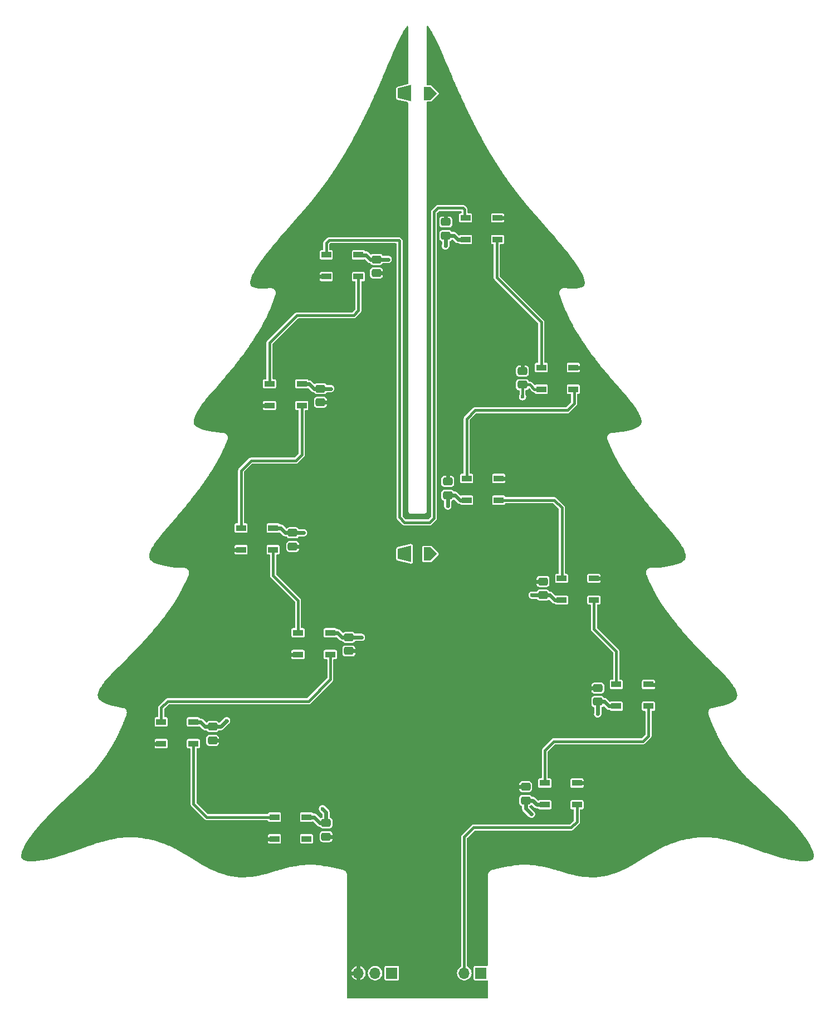
<source format=gbl>
G04 #@! TF.GenerationSoftware,KiCad,Pcbnew,8.0.6*
G04 #@! TF.CreationDate,2024-11-23T10:35:43+01:00*
G04 #@! TF.ProjectId,ChristmasTree,43687269-7374-46d6-9173-547265652e6b,rev?*
G04 #@! TF.SameCoordinates,Original*
G04 #@! TF.FileFunction,Copper,L2,Bot*
G04 #@! TF.FilePolarity,Positive*
%FSLAX46Y46*%
G04 Gerber Fmt 4.6, Leading zero omitted, Abs format (unit mm)*
G04 Created by KiCad (PCBNEW 8.0.6) date 2024-11-23 10:35:43*
%MOMM*%
%LPD*%
G01*
G04 APERTURE LIST*
G04 Aperture macros list*
%AMRoundRect*
0 Rectangle with rounded corners*
0 $1 Rounding radius*
0 $2 $3 $4 $5 $6 $7 $8 $9 X,Y pos of 4 corners*
0 Add a 4 corners polygon primitive as box body*
4,1,4,$2,$3,$4,$5,$6,$7,$8,$9,$2,$3,0*
0 Add four circle primitives for the rounded corners*
1,1,$1+$1,$2,$3*
1,1,$1+$1,$4,$5*
1,1,$1+$1,$6,$7*
1,1,$1+$1,$8,$9*
0 Add four rect primitives between the rounded corners*
20,1,$1+$1,$2,$3,$4,$5,0*
20,1,$1+$1,$4,$5,$6,$7,0*
20,1,$1+$1,$6,$7,$8,$9,0*
20,1,$1+$1,$8,$9,$2,$3,0*%
%AMOutline4P*
0 Free polygon, 4 corners , with rotation*
0 The origin of the aperture is its center*
0 number of corners: always 4*
0 $1 to $8 corner X, Y*
0 $9 Rotation angle, in degrees counterclockwise*
0 create outline with 4 corners*
4,1,4,$1,$2,$3,$4,$5,$6,$7,$8,$1,$2,$9*%
G04 Aperture macros list end*
G04 #@! TA.AperFunction,ComponentPad*
%ADD10R,1.700000X1.700000*%
G04 #@! TD*
G04 #@! TA.AperFunction,ComponentPad*
%ADD11O,1.700000X1.700000*%
G04 #@! TD*
G04 #@! TA.AperFunction,SMDPad,CuDef*
%ADD12Outline4P,-1.000000X-1.250000X1.000000X-0.750000X1.000000X0.750000X-1.000000X1.250000X180.000000*%
G04 #@! TD*
G04 #@! TA.AperFunction,SMDPad,CuDef*
%ADD13R,1.500000X0.900000*%
G04 #@! TD*
G04 #@! TA.AperFunction,SMDPad,CuDef*
%ADD14RoundRect,0.250000X0.475000X-0.337500X0.475000X0.337500X-0.475000X0.337500X-0.475000X-0.337500X0*%
G04 #@! TD*
G04 #@! TA.AperFunction,SMDPad,CuDef*
%ADD15RoundRect,0.250000X-0.475000X0.337500X-0.475000X-0.337500X0.475000X-0.337500X0.475000X0.337500X0*%
G04 #@! TD*
G04 #@! TA.AperFunction,SMDPad,CuDef*
%ADD16Outline4P,-0.500000X-1.000000X0.500000X0.000000X0.500000X0.000000X-0.500000X1.000000X0.000000*%
G04 #@! TD*
G04 #@! TA.AperFunction,SMDPad,CuDef*
%ADD17R,1.000000X2.000000*%
G04 #@! TD*
G04 #@! TA.AperFunction,ViaPad*
%ADD18C,0.600000*%
G04 #@! TD*
G04 #@! TA.AperFunction,Conductor*
%ADD19C,0.600000*%
G04 #@! TD*
G04 #@! TA.AperFunction,Conductor*
%ADD20C,0.400000*%
G04 #@! TD*
G04 APERTURE END LIST*
D10*
X109505000Y-169545000D03*
D11*
X106965000Y-169545000D03*
D10*
X95950000Y-169545000D03*
D11*
X93410000Y-169545000D03*
X90870000Y-169545000D03*
D12*
X97884600Y-105830000D03*
D13*
X90880000Y-60390000D03*
X90880000Y-63690000D03*
X85980000Y-63690000D03*
X85980000Y-60390000D03*
D14*
X104450000Y-96917500D03*
X104450000Y-94842500D03*
D13*
X86600000Y-117822500D03*
X86600000Y-121122500D03*
X81700000Y-121122500D03*
X81700000Y-117822500D03*
D15*
X89410000Y-118525000D03*
X89410000Y-120600000D03*
D13*
X119190000Y-143960000D03*
X119190000Y-140660000D03*
X124090000Y-140660000D03*
X124090000Y-143960000D03*
X77920000Y-101900000D03*
X77920000Y-105200000D03*
X73020000Y-105200000D03*
X73020000Y-101900000D03*
D14*
X118930000Y-112107500D03*
X118930000Y-110032500D03*
D13*
X82250000Y-79992500D03*
X82250000Y-83292500D03*
X77350000Y-83292500D03*
X77350000Y-79992500D03*
X65800000Y-131372500D03*
X65800000Y-134672500D03*
X60900000Y-134672500D03*
X60900000Y-131372500D03*
X107310000Y-97670000D03*
X107310000Y-94370000D03*
X112210000Y-94370000D03*
X112210000Y-97670000D03*
X118660000Y-80810000D03*
X118660000Y-77510000D03*
X123560000Y-77510000D03*
X123560000Y-80810000D03*
D14*
X104140000Y-57477500D03*
X104140000Y-55402500D03*
D13*
X83000000Y-145840000D03*
X83000000Y-149140000D03*
X78100000Y-149140000D03*
X78100000Y-145840000D03*
X107140000Y-58070000D03*
X107140000Y-54770000D03*
X112040000Y-54770000D03*
X112040000Y-58070000D03*
X130070000Y-128980000D03*
X130070000Y-125680000D03*
X134970000Y-125680000D03*
X134970000Y-128980000D03*
D15*
X85100000Y-80725000D03*
X85100000Y-82800000D03*
D12*
X97884600Y-35830000D03*
D16*
X102320000Y-35855400D03*
D17*
X101320000Y-35855400D03*
D14*
X115810000Y-80127500D03*
X115810000Y-78052500D03*
D13*
X121770000Y-112850000D03*
X121770000Y-109550000D03*
X126670000Y-109550000D03*
X126670000Y-112850000D03*
D15*
X68710000Y-132095000D03*
X68710000Y-134170000D03*
X93610000Y-61092500D03*
X93610000Y-63167500D03*
X85960000Y-146735000D03*
X85960000Y-148810000D03*
D14*
X116290000Y-143307500D03*
X116290000Y-141232500D03*
D16*
X102320000Y-105855400D03*
D17*
X101320000Y-105855400D03*
D15*
X80880000Y-102642500D03*
X80880000Y-104717500D03*
D14*
X127260000Y-128287500D03*
X127260000Y-126212500D03*
D18*
X86655000Y-80725000D03*
X85410000Y-144580000D03*
X91345000Y-118525000D03*
X95402500Y-61092500D03*
X82537500Y-102642500D03*
X70850000Y-131200000D03*
X104450000Y-98570000D03*
X127240000Y-130160000D03*
X115820000Y-81960000D03*
X104110000Y-59030000D03*
X117270000Y-112110000D03*
X117190000Y-145400000D03*
X123420000Y-123890000D03*
X141550000Y-145800000D03*
X81540000Y-71440000D03*
X94550000Y-71950000D03*
X67110000Y-112300000D03*
X61960000Y-139460000D03*
X95550000Y-42520000D03*
X76610000Y-111370000D03*
X79080000Y-95140000D03*
X121150000Y-88450000D03*
X114510000Y-111900000D03*
X111260000Y-90000000D03*
X87900000Y-93710000D03*
X106390000Y-64030000D03*
X95620000Y-59350000D03*
X88650000Y-129480000D03*
X95007500Y-55330000D03*
X115920000Y-63220000D03*
X132950000Y-122790000D03*
X68860000Y-139620000D03*
X77450000Y-129610000D03*
X105810000Y-132950000D03*
X130200000Y-144380000D03*
X116920000Y-133600000D03*
X103130000Y-111430000D03*
D19*
X79040000Y-101900000D02*
X77920000Y-101900000D01*
X105970000Y-58070000D02*
X105377500Y-57477500D01*
X118000000Y-143960000D02*
X119190000Y-143960000D01*
D20*
X115810000Y-81950000D02*
X115820000Y-81960000D01*
D19*
X104450000Y-96917500D02*
X105537500Y-96917500D01*
X87682500Y-117822500D02*
X86600000Y-117822500D01*
D20*
X115810000Y-80127500D02*
X115810000Y-81950000D01*
D19*
X88385000Y-118525000D02*
X87682500Y-117822500D01*
X91990000Y-60410000D02*
X90900000Y-60410000D01*
X107140000Y-58070000D02*
X105970000Y-58070000D01*
X117347500Y-143307500D02*
X118000000Y-143960000D01*
X84120000Y-145840000D02*
X83000000Y-145840000D01*
X90900000Y-60410000D02*
X90880000Y-60390000D01*
X83410000Y-80020000D02*
X82277500Y-80020000D01*
X127260000Y-130140000D02*
X127240000Y-130160000D01*
X106290000Y-97670000D02*
X107310000Y-97670000D01*
X127260000Y-128287500D02*
X127260000Y-130140000D01*
X119947500Y-112107500D02*
X120690000Y-112850000D01*
X85015000Y-146735000D02*
X84120000Y-145840000D01*
X104140000Y-57477500D02*
X104140000Y-59000000D01*
X85960000Y-145130000D02*
X85410000Y-144580000D01*
X80880000Y-102642500D02*
X82537500Y-102642500D01*
X68710000Y-132095000D02*
X69955000Y-132095000D01*
X79782500Y-102642500D02*
X79040000Y-101900000D01*
X116290000Y-144500000D02*
X117190000Y-145400000D01*
X104450000Y-98570000D02*
X104450000Y-96917500D01*
X66900000Y-131410000D02*
X65837500Y-131410000D01*
X116290000Y-143307500D02*
X116290000Y-144500000D01*
X93610000Y-61092500D02*
X95402500Y-61092500D01*
X82277500Y-80020000D02*
X82250000Y-79992500D01*
D20*
X116937500Y-80127500D02*
X115810000Y-80127500D01*
D19*
X65837500Y-131410000D02*
X65800000Y-131372500D01*
X84115000Y-80725000D02*
X83410000Y-80020000D01*
X118930000Y-112107500D02*
X117272500Y-112107500D01*
X127260000Y-128287500D02*
X128267500Y-128287500D01*
X67585000Y-132095000D02*
X66900000Y-131410000D01*
X105537500Y-96917500D02*
X106290000Y-97670000D01*
X128960000Y-128980000D02*
X130070000Y-128980000D01*
X92672500Y-61092500D02*
X91990000Y-60410000D01*
X118930000Y-112107500D02*
X119947500Y-112107500D01*
X116290000Y-143307500D02*
X117347500Y-143307500D01*
X85100000Y-80725000D02*
X86655000Y-80725000D01*
X85960000Y-146735000D02*
X85960000Y-145130000D01*
D20*
X117620000Y-80810000D02*
X116937500Y-80127500D01*
D19*
X80880000Y-102642500D02*
X79782500Y-102642500D01*
X85100000Y-80725000D02*
X84115000Y-80725000D01*
D20*
X118660000Y-80810000D02*
X117620000Y-80810000D01*
D19*
X117272500Y-112107500D02*
X117270000Y-112110000D01*
X93610000Y-61092500D02*
X92672500Y-61092500D01*
X89410000Y-118525000D02*
X88385000Y-118525000D01*
X69955000Y-132095000D02*
X70850000Y-131200000D01*
X85960000Y-146735000D02*
X85015000Y-146735000D01*
X105377500Y-57477500D02*
X104140000Y-57477500D01*
X68710000Y-132095000D02*
X67585000Y-132095000D01*
X89410000Y-118525000D02*
X91345000Y-118525000D01*
X120690000Y-112850000D02*
X121770000Y-112850000D01*
X128267500Y-128287500D02*
X128960000Y-128980000D01*
X90865000Y-169540000D02*
X90865000Y-167840000D01*
X117347500Y-110032500D02*
X117330000Y-110050000D01*
X90870000Y-169545000D02*
X89550000Y-169545000D01*
X125657500Y-126212500D02*
X125650000Y-126220000D01*
X134990000Y-125700000D02*
X136490000Y-125700000D01*
X104450000Y-94842500D02*
X104450000Y-93440000D01*
X81700000Y-121122500D02*
X79982500Y-121122500D01*
X126670000Y-109550000D02*
X128330000Y-109550000D01*
X104140000Y-55402500D02*
X104140000Y-54210000D01*
X112040000Y-54770000D02*
X113620000Y-54770000D01*
X85980000Y-63690000D02*
X84300000Y-63690000D01*
X71300000Y-105200000D02*
X71280000Y-105180000D01*
X80880000Y-104717500D02*
X82447500Y-104717500D01*
X86570000Y-82800000D02*
X86580000Y-82790000D01*
X79982500Y-121122500D02*
X79970000Y-121110000D01*
X124090000Y-140660000D02*
X125600000Y-140660000D01*
X91140000Y-120600000D02*
X91150000Y-120610000D01*
X95212500Y-63167500D02*
X95220000Y-63160000D01*
X68710000Y-134170000D02*
X70140000Y-134170000D01*
X125180000Y-77510000D02*
X125190000Y-77500000D01*
X73020000Y-105200000D02*
X71300000Y-105200000D01*
X82447500Y-104717500D02*
X82450000Y-104720000D01*
X84300000Y-63690000D02*
X84290000Y-63680000D01*
X90865000Y-169550000D02*
X90865000Y-171280000D01*
X89410000Y-120600000D02*
X91140000Y-120600000D01*
X104450000Y-93440000D02*
X104430000Y-93420000D01*
X115810000Y-76560000D02*
X115790000Y-76540000D01*
X123560000Y-77510000D02*
X125180000Y-77510000D01*
X85100000Y-82800000D02*
X86570000Y-82800000D01*
X134970000Y-125680000D02*
X134990000Y-125700000D01*
X85960000Y-148810000D02*
X87460000Y-148810000D01*
X59352500Y-134672500D02*
X59350000Y-134670000D01*
X114892500Y-141232500D02*
X114880000Y-141220000D01*
X78100000Y-149140000D02*
X76750000Y-149140000D01*
X70140000Y-134170000D02*
X70150000Y-134180000D01*
X75700000Y-83290000D02*
X75702500Y-83292500D01*
X127260000Y-126212500D02*
X125657500Y-126212500D01*
X90315000Y-169765000D02*
X90310000Y-169770000D01*
X112220000Y-94360000D02*
X113820000Y-94360000D01*
X77350000Y-83292500D02*
X75702500Y-83292500D01*
X90315000Y-169765000D02*
X90310000Y-169760000D01*
X118930000Y-110032500D02*
X117347500Y-110032500D01*
X93610000Y-63167500D02*
X95212500Y-63167500D01*
X116290000Y-141232500D02*
X114892500Y-141232500D01*
X112210000Y-94370000D02*
X112220000Y-94360000D01*
X115810000Y-78052500D02*
X115810000Y-76560000D01*
X60900000Y-134672500D02*
X59352500Y-134672500D01*
D20*
X119190000Y-140660000D02*
X119190000Y-135700000D01*
X119190000Y-135700000D02*
X120570000Y-134320000D01*
X120570000Y-134320000D02*
X134140000Y-134320000D01*
X134140000Y-134320000D02*
X134970000Y-133490000D01*
X134970000Y-133490000D02*
X134970000Y-128980000D01*
X130070000Y-125680000D02*
X130070000Y-120670000D01*
X126670000Y-117270000D02*
X126670000Y-112850000D01*
X130070000Y-120670000D02*
X126670000Y-117270000D01*
X121770000Y-109550000D02*
X121810000Y-109510000D01*
X120660000Y-97670000D02*
X112210000Y-97670000D01*
X121810000Y-109510000D02*
X121810000Y-98820000D01*
X121810000Y-98820000D02*
X120660000Y-97670000D01*
X123670000Y-80920000D02*
X123560000Y-80810000D01*
X107310000Y-85310000D02*
X108620000Y-84000000D01*
X123670000Y-83000000D02*
X123670000Y-80920000D01*
X122670000Y-84000000D02*
X123670000Y-83000000D01*
X108620000Y-84000000D02*
X122670000Y-84000000D01*
X107310000Y-94370000D02*
X107310000Y-85310000D01*
X118660000Y-77510000D02*
X118660000Y-70630000D01*
X118660000Y-70630000D02*
X111900000Y-63870000D01*
X111900000Y-63870000D02*
X111900000Y-58070000D01*
X106780000Y-53280000D02*
X102930000Y-53280000D01*
X102930000Y-53280000D02*
X102340000Y-53870000D01*
X102340000Y-100420000D02*
X101710000Y-101050000D01*
X101710000Y-101050000D02*
X97900000Y-101050000D01*
X97900000Y-101050000D02*
X97120000Y-100270000D01*
X107000000Y-53500000D02*
X106780000Y-53280000D01*
X97000000Y-58160000D02*
X86420000Y-58160000D01*
X97120000Y-58280000D02*
X97000000Y-58160000D01*
X85980000Y-58600000D02*
X85980000Y-60390000D01*
X102340000Y-53870000D02*
X102340000Y-100420000D01*
X97120000Y-100270000D02*
X97120000Y-58280000D01*
X86420000Y-58160000D02*
X85980000Y-58600000D01*
X107000000Y-54770000D02*
X107000000Y-53500000D01*
X81530000Y-69590000D02*
X77350000Y-73770000D01*
X90880000Y-63690000D02*
X90880000Y-68830000D01*
X90120000Y-69590000D02*
X81530000Y-69590000D01*
X77350000Y-73770000D02*
X77350000Y-79992500D01*
X90880000Y-68830000D02*
X90120000Y-69590000D01*
X82250000Y-90770000D02*
X81370000Y-91650000D01*
X73020000Y-93180000D02*
X73020000Y-101900000D01*
X82250000Y-83292500D02*
X82250000Y-90770000D01*
X81370000Y-91650000D02*
X74550000Y-91650000D01*
X74550000Y-91650000D02*
X73020000Y-93180000D01*
X77920000Y-109130000D02*
X81700000Y-112910000D01*
X77920000Y-105200000D02*
X77920000Y-109130000D01*
X81700000Y-112910000D02*
X81700000Y-117822500D01*
X61870000Y-128230000D02*
X60900000Y-129200000D01*
X86600000Y-124900000D02*
X83270000Y-128230000D01*
X60900000Y-129200000D02*
X60900000Y-131372500D01*
X83270000Y-128230000D02*
X61870000Y-128230000D01*
X86600000Y-121122500D02*
X86600000Y-124900000D01*
X65800000Y-134672500D02*
X65800000Y-143810000D01*
X65800000Y-143810000D02*
X67830000Y-145840000D01*
X67830000Y-145840000D02*
X78100000Y-145840000D01*
X123180000Y-147420000D02*
X108360000Y-147420000D01*
X108360000Y-147420000D02*
X106920000Y-148860000D01*
X106920000Y-148860000D02*
X106920000Y-169730000D01*
X124090000Y-146510000D02*
X123180000Y-147420000D01*
X106920000Y-169730000D02*
X106965000Y-169775000D01*
X124090000Y-143960000D02*
X124090000Y-146510000D01*
G04 #@! TA.AperFunction,Conductor*
G36*
X101462387Y-25608554D02*
G01*
X101481849Y-25629863D01*
X101514194Y-25674837D01*
X101521570Y-25685092D01*
X101524829Y-25689853D01*
X101745590Y-26029054D01*
X101748079Y-26033042D01*
X101950215Y-26370999D01*
X101973582Y-26410066D01*
X101975489Y-26413371D01*
X101983323Y-26427438D01*
X102205541Y-26826472D01*
X102207024Y-26829216D01*
X102441794Y-27276921D01*
X102442945Y-27279171D01*
X102682647Y-27759855D01*
X102683539Y-27761681D01*
X102928584Y-28273933D01*
X102929270Y-28275392D01*
X103180113Y-28817768D01*
X103180633Y-28818907D01*
X103437767Y-29389960D01*
X103438151Y-29390821D01*
X103702302Y-29989574D01*
X103702571Y-29990189D01*
X103974088Y-30614765D01*
X103974259Y-30615160D01*
X104253987Y-31264783D01*
X104254031Y-31265000D01*
X104254072Y-31264983D01*
X104542327Y-31937635D01*
X104542331Y-31937659D01*
X104542337Y-31937657D01*
X104811281Y-32565575D01*
X104811744Y-32566883D01*
X104840580Y-32633979D01*
X104840639Y-32634119D01*
X104869176Y-32700745D01*
X104869801Y-32701974D01*
X105119010Y-33281844D01*
X105119958Y-33284507D01*
X105148252Y-33349886D01*
X105148316Y-33350199D01*
X105148376Y-33350174D01*
X105176732Y-33416153D01*
X105178017Y-33418666D01*
X105183620Y-33431612D01*
X105437410Y-34018050D01*
X105438815Y-34021958D01*
X105466995Y-34086414D01*
X105467163Y-34086799D01*
X105492893Y-34146253D01*
X105492894Y-34146254D01*
X105495144Y-34151453D01*
X105497037Y-34155127D01*
X105767140Y-34772919D01*
X105768974Y-34777957D01*
X105770974Y-34782473D01*
X105770975Y-34782475D01*
X105779428Y-34801556D01*
X105797050Y-34841334D01*
X105797291Y-34841884D01*
X105825059Y-34905395D01*
X105827539Y-34910158D01*
X105886781Y-35043886D01*
X106108896Y-35545270D01*
X106111157Y-35551375D01*
X106112914Y-35555280D01*
X106112915Y-35555281D01*
X106120330Y-35571756D01*
X106139180Y-35613634D01*
X106139420Y-35614172D01*
X106147505Y-35632421D01*
X106167181Y-35676838D01*
X106170214Y-35682588D01*
X106463380Y-36333929D01*
X106466058Y-36341021D01*
X106494135Y-36402267D01*
X106494489Y-36403046D01*
X106522182Y-36464573D01*
X106525756Y-36471242D01*
X106771113Y-37006442D01*
X106831298Y-37137725D01*
X106834384Y-37145721D01*
X106862613Y-37206042D01*
X106863021Y-37206923D01*
X106890753Y-37267414D01*
X106894860Y-37274947D01*
X107213338Y-37955456D01*
X107216853Y-37964341D01*
X107245285Y-38023727D01*
X107245669Y-38024537D01*
X107272481Y-38081829D01*
X107273590Y-38084198D01*
X107278228Y-38092538D01*
X107610226Y-38786000D01*
X107614173Y-38795713D01*
X107642782Y-38854015D01*
X107643305Y-38855093D01*
X107671380Y-38913735D01*
X107676551Y-38922834D01*
X108022661Y-39628171D01*
X108027042Y-39638652D01*
X108055922Y-39695973D01*
X108056502Y-39697139D01*
X108084826Y-39754860D01*
X108090540Y-39764681D01*
X108451346Y-40480803D01*
X108456183Y-40492026D01*
X108485461Y-40548531D01*
X108486084Y-40549751D01*
X108489980Y-40557482D01*
X108514631Y-40606409D01*
X108520892Y-40616908D01*
X108690817Y-40944842D01*
X108896992Y-41342735D01*
X108902303Y-41354667D01*
X108902655Y-41355327D01*
X108902656Y-41355329D01*
X108906095Y-41361773D01*
X108931900Y-41410123D01*
X108932602Y-41411458D01*
X108961502Y-41467231D01*
X108968327Y-41478373D01*
X109360315Y-42212814D01*
X109366123Y-42225433D01*
X109396123Y-42279926D01*
X109396890Y-42281340D01*
X109426144Y-42336152D01*
X109433532Y-42347877D01*
X109842026Y-43089882D01*
X109848268Y-43102982D01*
X109848300Y-43103062D01*
X109878765Y-43156639D01*
X109879521Y-43157989D01*
X109909283Y-43212050D01*
X109909284Y-43212051D01*
X109909332Y-43212116D01*
X109917226Y-43224280D01*
X110342813Y-43972740D01*
X110347313Y-43981908D01*
X110380036Y-44038217D01*
X110380616Y-44039226D01*
X110412877Y-44095960D01*
X110418536Y-44104463D01*
X110470054Y-44193112D01*
X110471753Y-44196517D01*
X110507465Y-44257488D01*
X110507678Y-44257854D01*
X110543191Y-44318962D01*
X110545325Y-44322124D01*
X110597427Y-44411076D01*
X110599167Y-44414535D01*
X110635141Y-44475467D01*
X110635359Y-44475838D01*
X110670979Y-44536652D01*
X110673147Y-44539842D01*
X110726006Y-44629375D01*
X110727779Y-44632866D01*
X110763947Y-44693636D01*
X110764039Y-44693792D01*
X110797015Y-44749645D01*
X110799977Y-44754662D01*
X110802191Y-44757894D01*
X110855733Y-44847858D01*
X110857552Y-44851412D01*
X110894035Y-44912216D01*
X110894143Y-44912397D01*
X110920883Y-44957327D01*
X110930138Y-44972877D01*
X110932389Y-44976139D01*
X110986694Y-45066647D01*
X110988544Y-45070225D01*
X110991493Y-45075100D01*
X110991494Y-45075103D01*
X111013751Y-45111895D01*
X111025005Y-45130499D01*
X111025235Y-45130881D01*
X111061511Y-45191339D01*
X111063809Y-45194642D01*
X111118842Y-45285614D01*
X111120728Y-45289232D01*
X111157232Y-45349077D01*
X111157468Y-45349465D01*
X111194099Y-45410017D01*
X111196450Y-45413369D01*
X111252198Y-45504762D01*
X111254131Y-45508439D01*
X111291027Y-45568421D01*
X111291267Y-45568813D01*
X111327903Y-45628872D01*
X111330284Y-45632242D01*
X111386806Y-45724131D01*
X111388778Y-45727845D01*
X111425772Y-45787478D01*
X111426018Y-45787877D01*
X111462940Y-45847901D01*
X111465378Y-45851323D01*
X111522647Y-45943641D01*
X111524666Y-45947410D01*
X111561893Y-46006910D01*
X111562143Y-46007311D01*
X111599236Y-46067103D01*
X111601719Y-46070562D01*
X111659736Y-46163287D01*
X111661793Y-46167093D01*
X111684454Y-46202998D01*
X111699184Y-46226338D01*
X111699440Y-46226745D01*
X111736777Y-46286419D01*
X111739302Y-46289909D01*
X111772909Y-46343159D01*
X111798104Y-46383082D01*
X111800209Y-46386937D01*
X111837960Y-46446237D01*
X111838221Y-46446648D01*
X111872651Y-46501203D01*
X111872652Y-46501204D01*
X111875604Y-46505881D01*
X111878175Y-46509405D01*
X111937723Y-46602941D01*
X111939858Y-46606818D01*
X111942830Y-46611445D01*
X111977822Y-46665928D01*
X111978074Y-46666323D01*
X112015687Y-46725406D01*
X112018319Y-46728983D01*
X112078655Y-46822928D01*
X112080839Y-46826855D01*
X112118745Y-46885353D01*
X112119058Y-46885836D01*
X112154131Y-46940445D01*
X112157090Y-46945052D01*
X112159757Y-46948645D01*
X112220863Y-47042947D01*
X112223095Y-47046923D01*
X112261274Y-47105316D01*
X112261551Y-47105741D01*
X112299763Y-47164710D01*
X112302486Y-47168350D01*
X112364382Y-47263018D01*
X112366655Y-47267026D01*
X112369620Y-47271521D01*
X112369621Y-47271522D01*
X112405356Y-47325686D01*
X112440826Y-47379937D01*
X112440827Y-47379938D01*
X112443785Y-47384462D01*
X112446547Y-47388120D01*
X112509238Y-47483143D01*
X112511551Y-47487184D01*
X112550238Y-47545291D01*
X112550523Y-47545721D01*
X112550526Y-47545725D01*
X112586153Y-47599724D01*
X112586155Y-47599726D01*
X112589100Y-47604189D01*
X112591910Y-47607882D01*
X112655401Y-47703242D01*
X112657760Y-47707323D01*
X112660730Y-47711743D01*
X112660731Y-47711745D01*
X112689456Y-47754493D01*
X112696746Y-47765342D01*
X112697039Y-47765782D01*
X112735748Y-47823923D01*
X112738632Y-47827679D01*
X112802926Y-47923361D01*
X112805329Y-47927475D01*
X112844410Y-47985099D01*
X112844708Y-47985541D01*
X112883778Y-48043685D01*
X112886705Y-48047462D01*
X112886706Y-48047463D01*
X112951778Y-48143410D01*
X112951797Y-48143437D01*
X112954248Y-48147594D01*
X112957212Y-48151924D01*
X112957213Y-48151926D01*
X112957216Y-48151930D01*
X112993693Y-48205214D01*
X112993996Y-48205658D01*
X113033149Y-48263387D01*
X113036114Y-48267179D01*
X113102027Y-48363461D01*
X113104520Y-48367648D01*
X113144175Y-48425029D01*
X113144483Y-48425478D01*
X113183883Y-48483030D01*
X113186903Y-48486856D01*
X113242813Y-48567758D01*
X113253642Y-48583428D01*
X113256181Y-48587650D01*
X113296096Y-48644862D01*
X113296408Y-48645312D01*
X113335998Y-48702597D01*
X113339066Y-48706451D01*
X113406639Y-48803303D01*
X113409247Y-48807594D01*
X113430140Y-48837254D01*
X113449313Y-48864471D01*
X113449614Y-48864900D01*
X113458983Y-48878329D01*
X113486557Y-48917851D01*
X113486558Y-48917852D01*
X113489506Y-48922077D01*
X113492618Y-48925950D01*
X113561044Y-49023088D01*
X113563683Y-49027387D01*
X113604005Y-49084079D01*
X113604331Y-49084540D01*
X113644421Y-49141453D01*
X113647597Y-49145370D01*
X113716848Y-49242735D01*
X113719541Y-49247076D01*
X113760186Y-49303667D01*
X113760519Y-49304134D01*
X113800739Y-49360683D01*
X113803966Y-49364627D01*
X113874083Y-49462252D01*
X113876825Y-49466627D01*
X113917559Y-49522790D01*
X113917896Y-49523256D01*
X113958499Y-49579789D01*
X113961785Y-49583765D01*
X114032746Y-49681603D01*
X114035526Y-49685993D01*
X114038497Y-49690049D01*
X114038498Y-49690051D01*
X114076441Y-49741849D01*
X114076784Y-49742320D01*
X114117689Y-49798718D01*
X114121029Y-49802721D01*
X114192841Y-49900757D01*
X114195689Y-49905207D01*
X114227210Y-49947810D01*
X114236815Y-49960793D01*
X114236937Y-49960957D01*
X114237170Y-49961273D01*
X114237172Y-49961275D01*
X114274085Y-50011668D01*
X114278333Y-50017467D01*
X114281718Y-50021485D01*
X114354412Y-50119741D01*
X114357299Y-50124206D01*
X114360264Y-50128174D01*
X114360265Y-50128175D01*
X114398810Y-50179753D01*
X114398848Y-50179804D01*
X114399204Y-50180283D01*
X114440420Y-50235993D01*
X114443870Y-50240049D01*
X114517435Y-50338488D01*
X114520374Y-50342984D01*
X114562129Y-50398297D01*
X114562489Y-50398776D01*
X114603983Y-50454300D01*
X114607484Y-50458376D01*
X114681926Y-50556986D01*
X114684924Y-50561524D01*
X114726930Y-50616605D01*
X114727296Y-50617087D01*
X114769029Y-50672368D01*
X114772587Y-50676469D01*
X114847914Y-50775239D01*
X114850964Y-50779809D01*
X114893228Y-50834660D01*
X114893579Y-50835117D01*
X114932605Y-50886288D01*
X114932606Y-50886289D01*
X114935571Y-50890176D01*
X114939176Y-50894291D01*
X115015369Y-50993174D01*
X115017474Y-50996300D01*
X115021071Y-51000936D01*
X115021072Y-51000937D01*
X115060875Y-51052234D01*
X115060979Y-51052368D01*
X115088615Y-51088235D01*
X115089193Y-51089089D01*
X115093407Y-51094487D01*
X115093408Y-51094490D01*
X115095204Y-51096790D01*
X115095676Y-51097399D01*
X115104710Y-51109121D01*
X115105743Y-51110285D01*
X115133501Y-51145831D01*
X115161816Y-51182323D01*
X115162432Y-51183225D01*
X115169046Y-51191645D01*
X115169496Y-51192220D01*
X115177570Y-51202624D01*
X115178434Y-51203593D01*
X115206609Y-51239450D01*
X115206840Y-51239744D01*
X115235630Y-51276612D01*
X115235807Y-51276838D01*
X115236401Y-51277703D01*
X115242873Y-51285890D01*
X115243330Y-51286471D01*
X115251132Y-51296462D01*
X115251945Y-51297369D01*
X115280856Y-51333945D01*
X115280961Y-51334078D01*
X115310435Y-51371590D01*
X115310534Y-51371716D01*
X115311069Y-51372492D01*
X115317236Y-51380250D01*
X115317668Y-51380797D01*
X115325519Y-51390788D01*
X115326295Y-51391648D01*
X115355740Y-51428690D01*
X115355954Y-51428960D01*
X115386228Y-51467263D01*
X115386733Y-51467989D01*
X115392786Y-51475562D01*
X115393215Y-51476102D01*
X115400753Y-51485640D01*
X115401479Y-51486440D01*
X115431733Y-51524293D01*
X115431940Y-51524553D01*
X115462648Y-51563186D01*
X115463118Y-51563857D01*
X115468883Y-51571032D01*
X115469155Y-51571371D01*
X115472327Y-51575362D01*
X115472328Y-51575363D01*
X115476797Y-51580985D01*
X115477467Y-51581717D01*
X115508233Y-51620011D01*
X115508430Y-51620256D01*
X115539527Y-51659164D01*
X115539966Y-51659791D01*
X115544525Y-51665436D01*
X115544526Y-51665437D01*
X115545698Y-51666888D01*
X115545770Y-51666977D01*
X115546176Y-51667483D01*
X115553475Y-51676618D01*
X115554123Y-51677323D01*
X115585206Y-51715816D01*
X115585398Y-51716055D01*
X115617652Y-51756201D01*
X115618048Y-51756759D01*
X115623584Y-51763586D01*
X115623933Y-51764018D01*
X115630813Y-51772579D01*
X115631393Y-51773209D01*
X115663635Y-51812945D01*
X115695959Y-51852975D01*
X115696329Y-51853499D01*
X115701771Y-51860176D01*
X115702135Y-51860624D01*
X115709215Y-51869393D01*
X115709777Y-51869997D01*
X115742245Y-51909827D01*
X115742423Y-51910047D01*
X115775679Y-51951034D01*
X115775997Y-51951477D01*
X115780261Y-51956688D01*
X115780262Y-51956690D01*
X115781085Y-51957696D01*
X115783412Y-51960563D01*
X115783413Y-51960564D01*
X115788146Y-51966395D01*
X115788648Y-51966932D01*
X115821632Y-52007214D01*
X115821741Y-52007473D01*
X115821803Y-52007423D01*
X115855365Y-52048596D01*
X115855697Y-52049057D01*
X115860442Y-52054827D01*
X115860783Y-52055243D01*
X115867513Y-52063498D01*
X115868005Y-52064025D01*
X115901610Y-52104893D01*
X115901772Y-52105090D01*
X115935928Y-52146803D01*
X115936237Y-52147233D01*
X115941389Y-52153474D01*
X115941525Y-52153639D01*
X115942924Y-52155347D01*
X115947735Y-52161223D01*
X115948182Y-52161700D01*
X115982454Y-52203206D01*
X115982708Y-52203514D01*
X115982774Y-52203595D01*
X116028727Y-52259479D01*
X116029172Y-52259950D01*
X116063847Y-52301780D01*
X116063831Y-52301792D01*
X116064001Y-52301966D01*
X116102091Y-52348099D01*
X116102392Y-52348481D01*
X116103890Y-52350279D01*
X116104252Y-52350715D01*
X116110107Y-52357807D01*
X116110493Y-52358215D01*
X116146091Y-52400997D01*
X116146238Y-52401174D01*
X116192745Y-52457279D01*
X116193125Y-52457674D01*
X116228228Y-52499711D01*
X116228320Y-52499920D01*
X116228369Y-52499880D01*
X116275435Y-52556444D01*
X116275793Y-52556817D01*
X116311910Y-52599918D01*
X116312044Y-52600079D01*
X116357835Y-52654913D01*
X116358145Y-52655242D01*
X116395095Y-52699191D01*
X116395515Y-52699690D01*
X116395646Y-52699846D01*
X116442782Y-52756098D01*
X116443107Y-52756432D01*
X116479483Y-52799563D01*
X116479565Y-52799748D01*
X116479608Y-52799712D01*
X116517165Y-52844384D01*
X116517350Y-52844635D01*
X116521416Y-52849442D01*
X116521648Y-52849716D01*
X116526771Y-52855808D01*
X116527038Y-52856086D01*
X116564709Y-52900617D01*
X116564829Y-52900759D01*
X116602424Y-52945335D01*
X116602562Y-52945521D01*
X116605723Y-52949247D01*
X116606813Y-52950539D01*
X116606816Y-52950541D01*
X116611709Y-52956344D01*
X116611989Y-52956633D01*
X116649630Y-53001001D01*
X116649744Y-53001137D01*
X116688205Y-53046603D01*
X116688323Y-53046761D01*
X116691233Y-53050182D01*
X116691453Y-53050441D01*
X116697165Y-53057194D01*
X116697429Y-53057466D01*
X116735634Y-53102376D01*
X116735703Y-53102532D01*
X116735740Y-53102501D01*
X116774446Y-53148124D01*
X116774581Y-53148305D01*
X116777903Y-53152200D01*
X116778120Y-53152455D01*
X116783151Y-53158386D01*
X116783373Y-53158614D01*
X116822157Y-53204086D01*
X116822148Y-53204093D01*
X116822261Y-53204207D01*
X116861123Y-53249890D01*
X116861219Y-53250020D01*
X116863851Y-53253097D01*
X116864059Y-53253341D01*
X116869526Y-53259768D01*
X116869765Y-53260014D01*
X116908678Y-53305524D01*
X116908669Y-53305530D01*
X116908770Y-53305632D01*
X116948279Y-53351953D01*
X116948391Y-53352103D01*
X116951545Y-53355784D01*
X116951733Y-53356003D01*
X116956395Y-53361469D01*
X116956586Y-53361664D01*
X116996146Y-53407822D01*
X117035795Y-53454194D01*
X117035889Y-53454319D01*
X117038579Y-53457450D01*
X117038767Y-53457669D01*
X117043707Y-53463447D01*
X117043900Y-53463644D01*
X117083830Y-53510131D01*
X117083919Y-53510235D01*
X117123782Y-53556748D01*
X117123868Y-53556862D01*
X117126701Y-53560153D01*
X117126871Y-53560352D01*
X117131452Y-53565696D01*
X117131623Y-53565872D01*
X117171531Y-53612234D01*
X117171617Y-53612335D01*
X117212140Y-53659513D01*
X117212194Y-53659585D01*
X117214013Y-53661694D01*
X117214171Y-53661877D01*
X117219548Y-53668137D01*
X117219731Y-53668323D01*
X117260353Y-53715422D01*
X117300856Y-53762477D01*
X117300926Y-53762570D01*
X117303455Y-53765497D01*
X117303600Y-53765664D01*
X117308099Y-53770890D01*
X117308240Y-53771034D01*
X117348712Y-53817872D01*
X117348760Y-53817979D01*
X117348786Y-53817958D01*
X117389935Y-53865668D01*
X117389982Y-53865730D01*
X117391622Y-53867625D01*
X117391753Y-53867777D01*
X117396895Y-53873739D01*
X117397044Y-53873889D01*
X117437838Y-53921017D01*
X117437884Y-53921117D01*
X117437907Y-53921098D01*
X117479297Y-53968998D01*
X117479335Y-53969047D01*
X117480854Y-53970799D01*
X117481005Y-53970973D01*
X117486142Y-53976918D01*
X117486287Y-53977065D01*
X117527004Y-54024027D01*
X117527047Y-54024122D01*
X117527070Y-54024103D01*
X117566798Y-54070000D01*
X117569024Y-54072571D01*
X117569067Y-54072628D01*
X117570943Y-54074789D01*
X117571054Y-54074917D01*
X117575702Y-54080287D01*
X117575825Y-54080411D01*
X117599537Y-54107718D01*
X117617692Y-54128626D01*
X117617732Y-54128714D01*
X117617753Y-54128697D01*
X117659084Y-54176366D01*
X117660504Y-54178232D01*
X117664817Y-54183171D01*
X117707669Y-54232243D01*
X117750416Y-54281472D01*
X117754564Y-54286248D01*
X117756749Y-54288448D01*
X118154244Y-54743645D01*
X118155742Y-54745601D01*
X118203064Y-54799552D01*
X118203244Y-54799758D01*
X118250555Y-54853937D01*
X118252291Y-54855676D01*
X118655275Y-55315115D01*
X118655375Y-55315229D01*
X118655848Y-55315845D01*
X118703853Y-55370500D01*
X118703908Y-55370562D01*
X118704890Y-55371681D01*
X118730255Y-55400600D01*
X118752598Y-55426072D01*
X118753142Y-55426616D01*
X119207227Y-55943605D01*
X119207271Y-55943699D01*
X119207293Y-55943680D01*
X119710364Y-56517372D01*
X120014227Y-56865504D01*
X120209716Y-57089474D01*
X120210028Y-57089833D01*
X120702631Y-57658592D01*
X120703072Y-57659105D01*
X121185905Y-58222773D01*
X121186484Y-58223454D01*
X121656877Y-58780679D01*
X121657560Y-58781494D01*
X121863479Y-59029999D01*
X122112472Y-59330486D01*
X122113361Y-59331572D01*
X122549529Y-59870237D01*
X122550599Y-59871577D01*
X122965174Y-60398307D01*
X122966446Y-60399951D01*
X123356280Y-60912704D01*
X123357782Y-60914723D01*
X123719769Y-61411453D01*
X123721534Y-61413937D01*
X124052625Y-61892552D01*
X124054688Y-61895632D01*
X124351652Y-62353593D01*
X124354054Y-62357450D01*
X124613775Y-62792071D01*
X124616548Y-62796961D01*
X124835934Y-63205019D01*
X124839090Y-63211311D01*
X125015248Y-63588900D01*
X125018731Y-63597127D01*
X125149311Y-63939402D01*
X125152904Y-63950312D01*
X125236741Y-64251139D01*
X125239875Y-64265726D01*
X125278389Y-64518164D01*
X125279805Y-64537480D01*
X125278823Y-64735704D01*
X125276267Y-64760146D01*
X125246295Y-64905416D01*
X125237004Y-64933258D01*
X125186398Y-65040550D01*
X125169393Y-65067171D01*
X125091037Y-65160925D01*
X125069195Y-65181419D01*
X124939052Y-65276807D01*
X124917086Y-65289668D01*
X124711031Y-65383387D01*
X124691997Y-65390231D01*
X124397449Y-65469711D01*
X124382115Y-65472826D01*
X123995675Y-65526216D01*
X123983640Y-65527285D01*
X123505407Y-65546333D01*
X123495979Y-65546350D01*
X122926480Y-65525703D01*
X122919028Y-65525207D01*
X122286620Y-65464003D01*
X122269576Y-65461144D01*
X122247933Y-65455940D01*
X122220270Y-65456653D01*
X122205132Y-65456117D01*
X122177605Y-65453453D01*
X122177593Y-65453453D01*
X122155642Y-65457115D01*
X122138440Y-65458764D01*
X122117670Y-65459300D01*
X122099321Y-65458412D01*
X122079974Y-65456030D01*
X122079968Y-65456030D01*
X122049848Y-65460252D01*
X122035841Y-65461411D01*
X122005422Y-65462197D01*
X122005417Y-65462198D01*
X121986711Y-65467730D01*
X121968767Y-65471619D01*
X121949464Y-65474325D01*
X121949459Y-65474327D01*
X121930562Y-65482341D01*
X121922847Y-65485613D01*
X121921465Y-65486199D01*
X121908227Y-65490947D01*
X121879055Y-65499576D01*
X121879053Y-65499577D01*
X121866911Y-65507011D01*
X121850004Y-65514502D01*
X121850337Y-65515256D01*
X121842908Y-65518533D01*
X121842907Y-65518534D01*
X121823620Y-65527045D01*
X121786700Y-65543336D01*
X121785055Y-65544047D01*
X121728616Y-65567981D01*
X121728124Y-65568272D01*
X121727556Y-65568563D01*
X121726185Y-65569397D01*
X121724687Y-65570294D01*
X121723340Y-65571086D01*
X121722836Y-65571435D01*
X121722341Y-65571736D01*
X121674515Y-65610203D01*
X121673110Y-65611316D01*
X121624744Y-65649078D01*
X121624327Y-65649503D01*
X121623860Y-65649925D01*
X121622808Y-65651027D01*
X121621578Y-65652296D01*
X121620471Y-65653420D01*
X121620056Y-65653910D01*
X121619650Y-65654334D01*
X121583414Y-65703861D01*
X121582349Y-65705295D01*
X121543773Y-65756454D01*
X121540366Y-65761794D01*
X121512500Y-65800781D01*
X121511698Y-65801889D01*
X121474716Y-65852440D01*
X121473830Y-65854105D01*
X121473166Y-65855333D01*
X121472279Y-65856953D01*
X121472197Y-65857170D01*
X121472197Y-65857171D01*
X121472124Y-65857366D01*
X121450266Y-65915654D01*
X121449779Y-65916931D01*
X121427134Y-65975347D01*
X121426702Y-65977215D01*
X121426383Y-65978556D01*
X121425947Y-65980343D01*
X121419879Y-66042727D01*
X121419739Y-66044091D01*
X121414068Y-66096382D01*
X121410606Y-66112947D01*
X121409657Y-66118372D01*
X121407592Y-66167146D01*
X121407121Y-66173901D01*
X121402395Y-66222500D01*
X121402395Y-66222503D01*
X121402557Y-66223475D01*
X121404125Y-66249051D01*
X121404083Y-66250035D01*
X121404083Y-66250040D01*
X121414716Y-66297701D01*
X121416010Y-66304352D01*
X121425108Y-66359046D01*
X121428744Y-66378566D01*
X121428909Y-66380849D01*
X121428910Y-66380853D01*
X121438759Y-66409210D01*
X121442647Y-66422891D01*
X121449181Y-66452178D01*
X121449181Y-66452179D01*
X121458395Y-66469821D01*
X121465618Y-66486540D01*
X121851678Y-67598056D01*
X121857542Y-67623028D01*
X121857658Y-67623942D01*
X121857660Y-67623949D01*
X121876192Y-67669193D01*
X121878579Y-67675508D01*
X121894613Y-67721673D01*
X121894617Y-67721680D01*
X121895132Y-67722439D01*
X121907261Y-67745047D01*
X122341518Y-68805236D01*
X122348158Y-68828075D01*
X122348750Y-68829934D01*
X122370112Y-68875452D01*
X122372606Y-68881132D01*
X122391649Y-68927624D01*
X122392641Y-68929358D01*
X122404942Y-68949663D01*
X122886322Y-69975337D01*
X122891769Y-69991198D01*
X122891784Y-69991193D01*
X122894597Y-69998816D01*
X122918642Y-70044504D01*
X122921161Y-70049569D01*
X122943103Y-70096319D01*
X122947488Y-70103165D01*
X122947474Y-70103173D01*
X122956841Y-70117087D01*
X123478538Y-71108370D01*
X123484366Y-71123208D01*
X123484541Y-71123136D01*
X123487664Y-71130633D01*
X123487666Y-71130637D01*
X123487667Y-71130638D01*
X123514267Y-71176486D01*
X123516742Y-71180962D01*
X123541426Y-71227864D01*
X123546116Y-71234498D01*
X123545961Y-71234607D01*
X123555428Y-71247429D01*
X124110656Y-72204400D01*
X124116735Y-72218257D01*
X124117066Y-72218105D01*
X124120467Y-72225485D01*
X124149475Y-72271474D01*
X124151850Y-72275398D01*
X124179099Y-72322364D01*
X124179100Y-72322365D01*
X124184060Y-72328800D01*
X124183769Y-72329023D01*
X124193222Y-72340829D01*
X124775212Y-73263506D01*
X124781424Y-73276423D01*
X124781909Y-73276181D01*
X124785549Y-73283442D01*
X124785550Y-73283443D01*
X124785551Y-73283446D01*
X124816759Y-73329498D01*
X124818975Y-73332888D01*
X124848674Y-73379972D01*
X124848676Y-73379974D01*
X124853873Y-73386224D01*
X124853454Y-73386571D01*
X124862800Y-73397441D01*
X125464770Y-74285763D01*
X125471024Y-74297794D01*
X125471656Y-74297455D01*
X125475505Y-74304612D01*
X125475506Y-74304614D01*
X125508768Y-74350783D01*
X125508776Y-74350793D01*
X125510817Y-74353715D01*
X125542740Y-74400823D01*
X125548140Y-74406900D01*
X125547600Y-74407379D01*
X125556752Y-74417384D01*
X126172181Y-75271598D01*
X126179294Y-75282664D01*
X126182942Y-75289062D01*
X126218081Y-75335374D01*
X126219885Y-75337813D01*
X126219944Y-75337894D01*
X126253922Y-75385055D01*
X126258972Y-75390419D01*
X126267465Y-75400460D01*
X126890476Y-76221558D01*
X126898109Y-76232858D01*
X126900491Y-76236842D01*
X126937348Y-76283378D01*
X126938921Y-76285408D01*
X126974857Y-76332769D01*
X126974860Y-76332772D01*
X126978120Y-76336068D01*
X126987168Y-76346282D01*
X127611609Y-77134711D01*
X127619735Y-77146269D01*
X127620782Y-77147956D01*
X127659234Y-77194870D01*
X127660537Y-77196487D01*
X127698206Y-77244049D01*
X127699630Y-77245430D01*
X127709204Y-77255839D01*
X128306571Y-77984678D01*
X128328202Y-78011069D01*
X128336111Y-78021975D01*
X128376320Y-78069793D01*
X128377318Y-78070995D01*
X128416953Y-78119354D01*
X128426218Y-78129134D01*
X128482416Y-78195967D01*
X128945924Y-78747187D01*
X129032904Y-78850626D01*
X129038225Y-78857806D01*
X129081308Y-78908197D01*
X129081901Y-78908896D01*
X129104381Y-78935631D01*
X129124615Y-78959694D01*
X129130818Y-78966107D01*
X129718353Y-79653314D01*
X129720620Y-79656336D01*
X129724435Y-79660768D01*
X129724438Y-79660773D01*
X129766840Y-79710027D01*
X129809134Y-79759496D01*
X129812951Y-79763960D01*
X129815598Y-79766664D01*
X130425049Y-80474601D01*
X130897047Y-81025046D01*
X131048637Y-81201831D01*
X131049296Y-81202607D01*
X131630074Y-81891272D01*
X131631321Y-81892774D01*
X132161806Y-82542282D01*
X132163750Y-82544725D01*
X132636040Y-83153651D01*
X132638816Y-83157371D01*
X133044941Y-83723536D01*
X133048689Y-83729071D01*
X133380657Y-84248879D01*
X133385469Y-84257092D01*
X133635983Y-84725002D01*
X133641705Y-84737253D01*
X133663363Y-84791099D01*
X133805620Y-85144786D01*
X133811367Y-85163026D01*
X133889547Y-85499904D01*
X133892742Y-85526014D01*
X133896804Y-85788113D01*
X133892814Y-85821296D01*
X133839118Y-86027410D01*
X133824779Y-86061055D01*
X133707041Y-86252712D01*
X133685937Y-86278508D01*
X133466311Y-86483243D01*
X133445281Y-86499035D01*
X133087400Y-86712506D01*
X133070079Y-86721083D01*
X132557118Y-86927038D01*
X132543884Y-86931504D01*
X131870434Y-87117232D01*
X131860510Y-87119535D01*
X131023850Y-87277768D01*
X131016375Y-87278947D01*
X130008655Y-87406472D01*
X130004815Y-87406897D01*
X129901622Y-87416701D01*
X129900257Y-87416823D01*
X129792403Y-87425868D01*
X129790983Y-87425979D01*
X129684924Y-87433648D01*
X129683450Y-87433746D01*
X129579163Y-87440039D01*
X129577631Y-87440122D01*
X129474266Y-87445077D01*
X129459574Y-87444910D01*
X129428220Y-87442690D01*
X129428218Y-87442690D01*
X129428216Y-87442690D01*
X129428213Y-87442690D01*
X129410123Y-87446190D01*
X129391465Y-87448350D01*
X129373046Y-87449077D01*
X129373033Y-87449079D01*
X129342974Y-87458417D01*
X129329742Y-87461741D01*
X129325458Y-87462570D01*
X129303637Y-87466792D01*
X129283699Y-87468996D01*
X129268501Y-87469439D01*
X129235249Y-87479394D01*
X129223245Y-87482344D01*
X129189185Y-87488935D01*
X129189171Y-87488939D01*
X129175507Y-87495589D01*
X129156821Y-87502878D01*
X129142253Y-87507240D01*
X129142248Y-87507242D01*
X129112715Y-87525459D01*
X129101879Y-87531418D01*
X129070684Y-87546599D01*
X129070679Y-87546602D01*
X129059190Y-87556571D01*
X129043029Y-87568445D01*
X129007996Y-87590056D01*
X129000768Y-87594187D01*
X128961048Y-87615148D01*
X128961041Y-87615153D01*
X128957416Y-87618512D01*
X128938256Y-87633078D01*
X128934056Y-87635668D01*
X128903241Y-87668333D01*
X128897329Y-87674192D01*
X128864383Y-87704722D01*
X128864380Y-87704726D01*
X128861751Y-87708904D01*
X128847015Y-87727931D01*
X128843627Y-87731522D01*
X128843625Y-87731525D01*
X128822303Y-87771072D01*
X128818108Y-87778263D01*
X128782987Y-87834078D01*
X128778797Y-87840309D01*
X128751426Y-87878468D01*
X128751424Y-87878473D01*
X128750413Y-87881156D01*
X128739342Y-87903443D01*
X128737816Y-87905867D01*
X128723946Y-87950730D01*
X128721512Y-87957832D01*
X128704945Y-88001789D01*
X128704664Y-88004632D01*
X128699736Y-88029037D01*
X128698892Y-88031765D01*
X128698890Y-88031775D01*
X128697105Y-88078704D01*
X128696592Y-88086201D01*
X128692819Y-88124326D01*
X128688662Y-88146139D01*
X128685988Y-88155507D01*
X128685988Y-88155510D01*
X128685337Y-88195652D01*
X128684750Y-88205850D01*
X128680799Y-88245775D01*
X128680799Y-88245777D01*
X128682382Y-88255393D01*
X128684012Y-88277527D01*
X128683854Y-88287279D01*
X128693612Y-88326208D01*
X128695686Y-88336212D01*
X128702206Y-88375815D01*
X128706219Y-88384682D01*
X128713536Y-88405688D01*
X128714622Y-88410025D01*
X128717127Y-88422870D01*
X128721697Y-88455355D01*
X128721698Y-88455360D01*
X128728380Y-88471096D01*
X128734521Y-88489408D01*
X128738682Y-88506005D01*
X128754628Y-88534688D01*
X128760382Y-88546465D01*
X129199693Y-89581101D01*
X129205161Y-89599144D01*
X129207138Y-89605155D01*
X129229343Y-89651282D01*
X129231744Y-89656584D01*
X129240502Y-89677210D01*
X129251751Y-89703705D01*
X129254970Y-89709167D01*
X129264908Y-89725164D01*
X129733126Y-90697812D01*
X129738545Y-90713165D01*
X129738656Y-90713124D01*
X129741522Y-90720721D01*
X129741523Y-90720724D01*
X129741524Y-90720725D01*
X129766303Y-90766995D01*
X129768707Y-90771726D01*
X129791453Y-90818978D01*
X129795906Y-90825782D01*
X129795806Y-90825846D01*
X129805007Y-90839264D01*
X130309001Y-91780335D01*
X130314758Y-91794734D01*
X130315017Y-91794625D01*
X130318184Y-91802119D01*
X130345354Y-91848415D01*
X130347722Y-91852635D01*
X130373085Y-91899995D01*
X130377825Y-91906597D01*
X130377595Y-91906761D01*
X130386884Y-91919181D01*
X130654870Y-92375815D01*
X130920671Y-92828727D01*
X130926656Y-92842225D01*
X130927061Y-92842038D01*
X130930481Y-92849400D01*
X130959920Y-92895756D01*
X130962182Y-92899460D01*
X130990001Y-92946861D01*
X130990004Y-92946864D01*
X130994993Y-92953271D01*
X130994641Y-92953544D01*
X131003917Y-92965036D01*
X131561514Y-93843042D01*
X131567628Y-93855681D01*
X131568174Y-93855407D01*
X131571825Y-93862664D01*
X131603396Y-93909103D01*
X131605524Y-93912342D01*
X131635604Y-93959708D01*
X131640821Y-93965943D01*
X131640353Y-93966334D01*
X131649522Y-93976952D01*
X132224961Y-94823386D01*
X132231117Y-94835191D01*
X132231793Y-94834828D01*
X132235646Y-94841988D01*
X132269152Y-94888471D01*
X132271107Y-94891263D01*
X132303323Y-94938651D01*
X132308733Y-94944720D01*
X132308155Y-94945234D01*
X132317152Y-94955060D01*
X132522688Y-95240195D01*
X132904897Y-95770425D01*
X132904899Y-95770427D01*
X132912071Y-95781590D01*
X132915396Y-95787431D01*
X132950724Y-95834060D01*
X132952464Y-95836413D01*
X132986636Y-95883819D01*
X132986637Y-95883820D01*
X132986638Y-95883821D01*
X132991228Y-95888694D01*
X132999799Y-95898830D01*
X133594715Y-96684039D01*
X133602382Y-96695414D01*
X133604543Y-96699039D01*
X133641477Y-96745800D01*
X133643004Y-96747774D01*
X133679006Y-96795292D01*
X133681967Y-96798289D01*
X133691057Y-96808573D01*
X134287487Y-97563701D01*
X134295624Y-97575311D01*
X134296562Y-97576827D01*
X134335004Y-97623888D01*
X134336279Y-97625475D01*
X134373941Y-97673159D01*
X134375211Y-97674393D01*
X134384799Y-97684848D01*
X134976685Y-98409437D01*
X134984594Y-98420379D01*
X135024724Y-98468262D01*
X135025720Y-98469466D01*
X135065243Y-98517851D01*
X135074511Y-98527668D01*
X135655790Y-99221236D01*
X135661340Y-99228747D01*
X135704099Y-99278884D01*
X135704750Y-99279654D01*
X135745411Y-99328170D01*
X135745412Y-99328171D01*
X135747160Y-99330256D01*
X135753650Y-99336986D01*
X136318253Y-99999014D01*
X136321095Y-100002808D01*
X136366784Y-100055919D01*
X136367004Y-100056176D01*
X136408887Y-100105286D01*
X136408888Y-100105287D01*
X136412340Y-100109334D01*
X136415634Y-100112707D01*
X137006024Y-100799018D01*
X137006020Y-100799021D01*
X137006066Y-100799067D01*
X137608800Y-101500500D01*
X137614270Y-101506865D01*
X137614721Y-101507393D01*
X137683845Y-101588829D01*
X138186058Y-102180494D01*
X138187061Y-102181691D01*
X138714235Y-102818859D01*
X138715844Y-102820845D01*
X139192058Y-103421193D01*
X139194383Y-103424219D01*
X139612485Y-103985984D01*
X139615654Y-103990443D01*
X139968639Y-104511189D01*
X139972763Y-104517700D01*
X140253724Y-104993357D01*
X140258808Y-105002891D01*
X140461936Y-105427321D01*
X140467622Y-105441337D01*
X140492458Y-105515214D01*
X140573965Y-105757664D01*
X140590208Y-105805978D01*
X140595183Y-105826332D01*
X140641546Y-106122787D01*
X140642730Y-106150636D01*
X140626558Y-106380859D01*
X140619656Y-106413827D01*
X140552093Y-106603254D01*
X140535878Y-106634124D01*
X140401598Y-106820339D01*
X140380795Y-106842744D01*
X140142992Y-107042579D01*
X140123352Y-107056089D01*
X139753406Y-107261237D01*
X139737423Y-107268668D01*
X139223129Y-107464633D01*
X139210847Y-107468594D01*
X138548187Y-107644831D01*
X138538875Y-107646928D01*
X137725452Y-107797417D01*
X137718353Y-107798519D01*
X136747116Y-107920558D01*
X136743289Y-107920978D01*
X136611401Y-107933405D01*
X136609743Y-107933550D01*
X136474580Y-107944457D01*
X136472922Y-107944580D01*
X136339895Y-107953521D01*
X136338238Y-107953621D01*
X136207343Y-107960660D01*
X136205692Y-107960738D01*
X136076739Y-107965950D01*
X136075094Y-107966005D01*
X135948417Y-107969442D01*
X135946786Y-107969476D01*
X135821809Y-107971222D01*
X135820191Y-107971234D01*
X135697211Y-107971347D01*
X135695606Y-107971338D01*
X135574524Y-107969882D01*
X135572941Y-107969853D01*
X135452939Y-107966877D01*
X135451636Y-107966838D01*
X135413360Y-107965486D01*
X135396724Y-107963770D01*
X135389902Y-107962597D01*
X135373400Y-107959759D01*
X135373398Y-107959759D01*
X135373397Y-107959759D01*
X135347258Y-107962156D01*
X135331560Y-107962597D01*
X135305320Y-107961670D01*
X135282241Y-107966988D01*
X135265731Y-107969635D01*
X135244412Y-107971591D01*
X135226011Y-107971908D01*
X135206613Y-107970799D01*
X135206610Y-107970800D01*
X135206609Y-107970800D01*
X135206607Y-107970800D01*
X135176740Y-107977001D01*
X135162871Y-107979070D01*
X135132525Y-107981854D01*
X135132520Y-107981855D01*
X135114283Y-107988579D01*
X135096607Y-107993643D01*
X135077578Y-107997595D01*
X135050348Y-108011308D01*
X135037482Y-108016898D01*
X135008876Y-108027447D01*
X135008873Y-108027449D01*
X134997577Y-108035429D01*
X134980911Y-108044182D01*
X134981256Y-108044840D01*
X134974063Y-108048609D01*
X134974061Y-108048610D01*
X134961403Y-108055244D01*
X134920204Y-108076835D01*
X134918425Y-108077749D01*
X134864047Y-108105137D01*
X134862687Y-108106063D01*
X134862212Y-108106348D01*
X134861463Y-108106876D01*
X134859845Y-108107997D01*
X134859120Y-108108490D01*
X134858694Y-108108828D01*
X134857335Y-108109785D01*
X134812619Y-108150989D01*
X134811135Y-108152334D01*
X134765706Y-108192856D01*
X134764607Y-108194131D01*
X134764237Y-108194513D01*
X134763700Y-108195158D01*
X134762417Y-108196670D01*
X134761820Y-108197362D01*
X134761489Y-108197808D01*
X134760423Y-108199085D01*
X134727866Y-108250504D01*
X134726781Y-108252188D01*
X134691765Y-108305560D01*
X134689635Y-108309461D01*
X134663562Y-108352036D01*
X134662582Y-108353610D01*
X134629827Y-108405342D01*
X134629462Y-108406131D01*
X134629172Y-108406671D01*
X134628601Y-108407957D01*
X134627844Y-108409624D01*
X134627274Y-108410853D01*
X134627063Y-108411414D01*
X134626706Y-108412214D01*
X134609329Y-108470939D01*
X134608791Y-108472710D01*
X134590545Y-108531144D01*
X134590398Y-108531997D01*
X134590260Y-108532586D01*
X134590045Y-108533948D01*
X134589749Y-108535731D01*
X134589509Y-108537113D01*
X134589448Y-108537729D01*
X134589312Y-108538586D01*
X134587728Y-108599739D01*
X134587667Y-108601590D01*
X134585435Y-108656208D01*
X134583376Y-108671288D01*
X134582777Y-108677263D01*
X134584274Y-108725320D01*
X134584292Y-108732391D01*
X134583046Y-108780457D01*
X134583453Y-108782149D01*
X134586824Y-108807246D01*
X134586878Y-108808977D01*
X134586880Y-108808991D01*
X134600761Y-108855015D01*
X134602608Y-108861836D01*
X134613848Y-108908593D01*
X134613982Y-108908941D01*
X134620882Y-108935179D01*
X134621271Y-108937791D01*
X134632932Y-108964671D01*
X134633016Y-108964864D01*
X134637976Y-108978406D01*
X134646493Y-109006645D01*
X134646496Y-109006650D01*
X134657244Y-109023997D01*
X134665594Y-109039956D01*
X135133509Y-110118497D01*
X135141236Y-110142990D01*
X135141409Y-110143839D01*
X135141409Y-110143840D01*
X135141410Y-110143841D01*
X135163288Y-110187596D01*
X135166130Y-110193689D01*
X135185608Y-110238588D01*
X135185611Y-110238592D01*
X135186157Y-110239280D01*
X135199955Y-110260932D01*
X135711638Y-111284289D01*
X135719891Y-111306367D01*
X135720691Y-111308353D01*
X135745403Y-111352164D01*
X135748309Y-111357629D01*
X135770807Y-111402625D01*
X135772034Y-111404439D01*
X135785687Y-111423582D01*
X136341578Y-112409113D01*
X136348181Y-112424498D01*
X136348201Y-112424490D01*
X136351575Y-112431884D01*
X136378994Y-112475708D01*
X136381866Y-112480540D01*
X136391417Y-112497473D01*
X136407257Y-112525556D01*
X136412143Y-112532056D01*
X136412125Y-112532069D01*
X136422487Y-112545222D01*
X137015815Y-113493547D01*
X137022718Y-113507883D01*
X137022892Y-113507796D01*
X137026568Y-113515044D01*
X137056528Y-113558815D01*
X137059305Y-113563056D01*
X137079958Y-113596067D01*
X137087452Y-113608044D01*
X137092626Y-113614313D01*
X137092475Y-113614437D01*
X137102857Y-113626501D01*
X137726888Y-114538199D01*
X137733967Y-114551539D01*
X137734290Y-114551361D01*
X137738228Y-114558464D01*
X137738230Y-114558468D01*
X137765109Y-114594787D01*
X137770585Y-114602187D01*
X137773222Y-114605892D01*
X137801205Y-114646773D01*
X137803940Y-114650769D01*
X137809364Y-114656816D01*
X137809088Y-114657062D01*
X137819380Y-114668120D01*
X138467370Y-115543691D01*
X138474516Y-115556098D01*
X138474985Y-115555818D01*
X138479157Y-115562794D01*
X138513725Y-115606439D01*
X138516194Y-115609663D01*
X138549307Y-115654406D01*
X138554956Y-115660255D01*
X138554562Y-115660634D01*
X138564669Y-115670762D01*
X139229888Y-116510676D01*
X139237004Y-116522199D01*
X139237616Y-116521810D01*
X139241983Y-116528660D01*
X139278618Y-116572285D01*
X139280832Y-116574999D01*
X139301152Y-116600656D01*
X139316198Y-116619653D01*
X139322031Y-116625309D01*
X139321524Y-116625831D01*
X139331377Y-116635113D01*
X140007364Y-117440100D01*
X140015282Y-117450615D01*
X140019359Y-117456673D01*
X140019361Y-117456677D01*
X140057857Y-117500288D01*
X140057876Y-117500309D01*
X140059857Y-117502609D01*
X140097287Y-117547183D01*
X140097290Y-117547185D01*
X140102664Y-117552106D01*
X140111887Y-117561499D01*
X140792877Y-118332984D01*
X140801334Y-118343701D01*
X140803963Y-118347439D01*
X140803966Y-118347444D01*
X140803968Y-118347446D01*
X140803969Y-118347447D01*
X140844196Y-118391164D01*
X140845913Y-118393069D01*
X140885256Y-118437640D01*
X140888707Y-118440647D01*
X140898495Y-118450173D01*
X140965509Y-118522999D01*
X141578350Y-119188996D01*
X141587321Y-119199937D01*
X141588467Y-119201510D01*
X141630311Y-119245491D01*
X141631720Y-119246996D01*
X141672812Y-119291651D01*
X141674282Y-119292879D01*
X141684615Y-119302566D01*
X141748566Y-119369782D01*
X142356506Y-120008759D01*
X142365143Y-120018985D01*
X142408811Y-120063748D01*
X142409887Y-120064865D01*
X142453038Y-120110220D01*
X142462946Y-120119240D01*
X143119972Y-120792737D01*
X143125747Y-120799433D01*
X143127856Y-120801560D01*
X143127858Y-120801563D01*
X143172389Y-120846475D01*
X143172493Y-120846580D01*
X143173199Y-120847298D01*
X143219519Y-120894780D01*
X143226107Y-120900653D01*
X143702223Y-121380850D01*
X143861422Y-121541413D01*
X143863866Y-121544214D01*
X143913755Y-121594196D01*
X143914046Y-121594489D01*
X143963954Y-121644824D01*
X143966733Y-121647274D01*
X144625181Y-122306952D01*
X144625307Y-122307183D01*
X144625360Y-122307131D01*
X145299456Y-122985256D01*
X145300179Y-122985990D01*
X145928716Y-123628874D01*
X145930070Y-123630281D01*
X146477345Y-124208091D01*
X146505515Y-124237832D01*
X146507635Y-124240128D01*
X146996870Y-124783567D01*
X147022157Y-124811655D01*
X147025191Y-124815156D01*
X147101835Y-124907011D01*
X147470510Y-125348855D01*
X147474668Y-125354121D01*
X147532540Y-125431645D01*
X147842698Y-125847128D01*
X147848106Y-125854985D01*
X148131144Y-126302235D01*
X148137760Y-126314078D01*
X148330116Y-126707489D01*
X148337180Y-126725310D01*
X148439053Y-127054623D01*
X148444122Y-127080477D01*
X148444123Y-127080483D01*
X148466840Y-127340529D01*
X148466870Y-127340866D01*
X148465263Y-127374259D01*
X148426485Y-127583451D01*
X148414608Y-127617998D01*
X148310832Y-127817834D01*
X148291688Y-127845023D01*
X148087186Y-128065443D01*
X148067412Y-128082678D01*
X147725776Y-128321918D01*
X147709170Y-128331716D01*
X147212574Y-128574828D01*
X147199731Y-128580244D01*
X146541862Y-128815026D01*
X146532151Y-128818048D01*
X145709808Y-129037472D01*
X145702450Y-129039197D01*
X144709148Y-129240339D01*
X144704715Y-129241153D01*
X144688743Y-129243787D01*
X144674310Y-129245307D01*
X144674226Y-129245310D01*
X144613624Y-129256161D01*
X144611944Y-129256450D01*
X144583323Y-129261169D01*
X144567261Y-129262753D01*
X144549217Y-129263351D01*
X144549214Y-129263352D01*
X144521376Y-129271807D01*
X144507204Y-129275216D01*
X144478565Y-129280344D01*
X144459702Y-129289200D01*
X144443054Y-129295598D01*
X144423118Y-129301654D01*
X144398421Y-129317024D01*
X144385610Y-129323987D01*
X144359274Y-129336352D01*
X144359269Y-129336356D01*
X144343350Y-129349786D01*
X144328917Y-129360282D01*
X144311234Y-129371287D01*
X144311232Y-129371289D01*
X144291348Y-129392533D01*
X144280780Y-129402570D01*
X144258546Y-129421328D01*
X144258542Y-129421333D01*
X144246641Y-129438424D01*
X144235422Y-129452290D01*
X144222155Y-129466467D01*
X144210755Y-129477202D01*
X144190441Y-129494042D01*
X144176827Y-129513239D01*
X144166220Y-129526234D01*
X144150134Y-129543422D01*
X144150133Y-129543423D01*
X144137702Y-129566701D01*
X144129476Y-129580009D01*
X144114210Y-129601537D01*
X144114207Y-129601544D01*
X144106027Y-129623606D01*
X144099144Y-129638906D01*
X144088056Y-129659670D01*
X144088054Y-129659673D01*
X144082073Y-129685371D01*
X144077570Y-129700360D01*
X144068397Y-129725103D01*
X144066204Y-129748540D01*
X144063516Y-129765091D01*
X144058179Y-129788022D01*
X144059053Y-129814396D01*
X144058582Y-129830048D01*
X144053390Y-129885550D01*
X144052933Y-129889686D01*
X144045923Y-129944660D01*
X144045956Y-129952786D01*
X144045451Y-129952788D01*
X144045467Y-129953525D01*
X144045971Y-129953507D01*
X144046277Y-129961629D01*
X144055566Y-130016223D01*
X144056196Y-130020341D01*
X144063419Y-130073547D01*
X144064521Y-130087753D01*
X144065118Y-130117693D01*
X144070670Y-130136873D01*
X144074432Y-130154665D01*
X144077118Y-130174453D01*
X144077119Y-130174457D01*
X144088692Y-130202081D01*
X144093431Y-130215511D01*
X144098341Y-130232474D01*
X144098743Y-130233861D01*
X144103143Y-130257339D01*
X144103626Y-130262763D01*
X144103626Y-130262765D01*
X144103627Y-130262768D01*
X144108348Y-130275678D01*
X144118873Y-130304464D01*
X144121523Y-130312568D01*
X144133866Y-130355212D01*
X144136688Y-130359882D01*
X144147014Y-130381422D01*
X144214393Y-130565685D01*
X144217833Y-130577183D01*
X144240383Y-130636783D01*
X144240864Y-130638076D01*
X144262745Y-130697915D01*
X144267649Y-130708848D01*
X144334292Y-130884990D01*
X144337936Y-130896686D01*
X144338359Y-130897768D01*
X144338360Y-130897770D01*
X144358212Y-130948484D01*
X144361102Y-130955868D01*
X144361609Y-130957187D01*
X144384056Y-131016516D01*
X144389199Y-131027647D01*
X144400411Y-131056289D01*
X144442542Y-131163920D01*
X144459700Y-131207751D01*
X144463566Y-131219676D01*
X144487343Y-131278392D01*
X144487877Y-131279734D01*
X144510912Y-131338580D01*
X144516296Y-131349887D01*
X144590745Y-131533730D01*
X144594838Y-131545863D01*
X144619208Y-131604035D01*
X144619743Y-131605335D01*
X144621562Y-131609825D01*
X144643426Y-131663817D01*
X144649060Y-131675297D01*
X144727562Y-131862683D01*
X144731892Y-131875028D01*
X144756850Y-131932619D01*
X144757443Y-131934011D01*
X144781724Y-131991971D01*
X144787632Y-132003652D01*
X144870248Y-132194294D01*
X144874835Y-132206870D01*
X144900438Y-132263984D01*
X144901062Y-132265400D01*
X144925939Y-132322805D01*
X144932118Y-132334656D01*
X145018948Y-132528353D01*
X145023794Y-132541136D01*
X145050014Y-132597679D01*
X145050671Y-132599120D01*
X145076179Y-132656023D01*
X145082647Y-132668052D01*
X145095231Y-132695189D01*
X145173790Y-132864601D01*
X145178903Y-132877578D01*
X145179028Y-132877839D01*
X145179029Y-132877842D01*
X145192506Y-132905937D01*
X145205764Y-132933578D01*
X145206453Y-132935039D01*
X145232457Y-132991115D01*
X145232458Y-132991116D01*
X145232580Y-132991379D01*
X145239352Y-133003596D01*
X145334875Y-133202732D01*
X145340281Y-133215939D01*
X145367753Y-133271299D01*
X145368479Y-133272786D01*
X145395250Y-133328593D01*
X145402338Y-133340992D01*
X145502350Y-133542531D01*
X145508028Y-133555880D01*
X145508042Y-133555921D01*
X145536190Y-133610749D01*
X145536953Y-133612260D01*
X145564342Y-133667453D01*
X145564359Y-133667478D01*
X145571740Y-133679991D01*
X145676326Y-133883703D01*
X145682178Y-133896954D01*
X145682254Y-133897158D01*
X145711113Y-133951489D01*
X145711914Y-133953022D01*
X145740021Y-134007768D01*
X145740146Y-134007948D01*
X145747679Y-134020325D01*
X145775874Y-134073405D01*
X145856928Y-134225995D01*
X145862949Y-134239122D01*
X145863105Y-134239522D01*
X145892693Y-134293353D01*
X145893534Y-134294910D01*
X145922354Y-134349165D01*
X145922594Y-134349501D01*
X145930280Y-134361736D01*
X146044291Y-134569160D01*
X146050484Y-134582165D01*
X146050716Y-134582736D01*
X146081060Y-134636080D01*
X146081921Y-134637621D01*
X146098432Y-134667659D01*
X146111474Y-134691387D01*
X146111838Y-134691882D01*
X146119674Y-134703967D01*
X146238531Y-134912916D01*
X146244904Y-134925804D01*
X146245222Y-134926554D01*
X146276277Y-134979301D01*
X146277203Y-134980902D01*
X146307488Y-135034142D01*
X146307981Y-135034793D01*
X146315976Y-135046731D01*
X146439777Y-135257008D01*
X146446320Y-135269753D01*
X146446735Y-135270691D01*
X146478583Y-135322949D01*
X146479552Y-135324567D01*
X146510537Y-135377194D01*
X146511169Y-135378003D01*
X146519322Y-135389790D01*
X146648147Y-135601163D01*
X146654864Y-135613764D01*
X146655386Y-135614896D01*
X146687965Y-135666524D01*
X146688983Y-135668164D01*
X146720736Y-135720262D01*
X146721506Y-135721218D01*
X146729818Y-135732846D01*
X146863777Y-135945129D01*
X146870675Y-135957593D01*
X146871300Y-135958894D01*
X146904622Y-136009884D01*
X146905666Y-136011511D01*
X146924207Y-136040892D01*
X146938210Y-136063082D01*
X146939144Y-136064205D01*
X146947606Y-136075659D01*
X147086777Y-136288618D01*
X147093853Y-136300933D01*
X147094600Y-136302426D01*
X147128700Y-136352801D01*
X147129814Y-136354475D01*
X147163081Y-136405379D01*
X147163085Y-136405385D01*
X147163089Y-136405389D01*
X147164159Y-136406634D01*
X147172785Y-136417925D01*
X147262062Y-136549810D01*
X147317285Y-136631388D01*
X147324544Y-136643554D01*
X147325416Y-136645226D01*
X147360313Y-136694981D01*
X147361423Y-136696592D01*
X147395483Y-136746907D01*
X147395486Y-136746911D01*
X147396722Y-136748303D01*
X147405508Y-136759420D01*
X147555432Y-136973181D01*
X147562866Y-136985179D01*
X147563869Y-136987026D01*
X147599504Y-137036049D01*
X147600705Y-137037730D01*
X147635528Y-137087380D01*
X147635529Y-137087381D01*
X147635530Y-137087382D01*
X147636943Y-137088922D01*
X147645887Y-137099858D01*
X147650005Y-137105523D01*
X147801320Y-137313690D01*
X147808940Y-137325532D01*
X147810077Y-137327542D01*
X147810078Y-137327544D01*
X147810079Y-137327545D01*
X147810106Y-137327581D01*
X147846505Y-137375883D01*
X147847737Y-137377547D01*
X147883345Y-137426534D01*
X147883346Y-137426535D01*
X147883347Y-137426536D01*
X147884931Y-137428205D01*
X147894033Y-137438954D01*
X148055089Y-137652678D01*
X148062889Y-137664349D01*
X148064175Y-137666532D01*
X148101387Y-137714148D01*
X148102713Y-137715876D01*
X148102720Y-137715885D01*
X148139052Y-137764098D01*
X148139060Y-137764104D01*
X148140816Y-137765892D01*
X148150072Y-137776446D01*
X148316867Y-137989876D01*
X148324851Y-138001375D01*
X148326285Y-138003712D01*
X148326286Y-138003713D01*
X148326287Y-138003715D01*
X148364313Y-138050619D01*
X148365648Y-138052296D01*
X148402773Y-138099802D01*
X148404723Y-138101717D01*
X148414148Y-138112086D01*
X148586776Y-138325012D01*
X148594939Y-138336328D01*
X148596528Y-138338814D01*
X148596530Y-138338819D01*
X148596546Y-138338838D01*
X148635297Y-138384892D01*
X148636684Y-138386570D01*
X148674638Y-138433385D01*
X148674639Y-138433386D01*
X148674642Y-138433389D01*
X148676776Y-138435412D01*
X148686353Y-138445572D01*
X148864922Y-138657796D01*
X148873268Y-138668927D01*
X148875029Y-138671573D01*
X148914579Y-138716845D01*
X148916075Y-138718591D01*
X148954755Y-138764561D01*
X148957094Y-138766698D01*
X148966824Y-138776648D01*
X149129683Y-138963066D01*
X149151456Y-138987989D01*
X149159989Y-138998938D01*
X149161906Y-139001705D01*
X149161911Y-139001711D01*
X149161912Y-139001712D01*
X149202253Y-139046167D01*
X149203717Y-139047811D01*
X149219260Y-139065602D01*
X149243259Y-139093074D01*
X149245791Y-139095302D01*
X149255683Y-139105044D01*
X149440202Y-139308377D01*
X149446478Y-139315293D01*
X149455193Y-139326047D01*
X149457296Y-139328960D01*
X149498407Y-139372552D01*
X149500023Y-139374298D01*
X149540261Y-139418639D01*
X149540265Y-139418641D01*
X149542997Y-139420957D01*
X149553040Y-139430481D01*
X149750122Y-139639453D01*
X149759016Y-139650002D01*
X149761303Y-139653043D01*
X149803212Y-139695780D01*
X149804888Y-139697523D01*
X149845881Y-139740989D01*
X149848818Y-139743383D01*
X149859016Y-139752685D01*
X150062516Y-139960199D01*
X150071597Y-139970551D01*
X150074061Y-139973697D01*
X150116725Y-140015512D01*
X150118463Y-140017249D01*
X150160242Y-140059853D01*
X150163379Y-140062309D01*
X150173732Y-140071386D01*
X150383766Y-140277244D01*
X150393025Y-140287383D01*
X150395673Y-140290627D01*
X150439075Y-140331488D01*
X150440853Y-140333195D01*
X150483455Y-140374951D01*
X150483459Y-140374953D01*
X150486796Y-140377461D01*
X150497303Y-140386308D01*
X150714009Y-140590329D01*
X150723442Y-140600247D01*
X150726284Y-140603586D01*
X150770428Y-140643481D01*
X150772286Y-140645195D01*
X150815638Y-140686010D01*
X150819190Y-140688569D01*
X150829846Y-140697179D01*
X150939115Y-140795928D01*
X151053324Y-140899143D01*
X151053327Y-140899145D01*
X151057747Y-140903674D01*
X151108908Y-140949379D01*
X151109438Y-140949855D01*
X151160197Y-140995728D01*
X151165143Y-140999618D01*
X151749291Y-141521483D01*
X151817815Y-141582700D01*
X151818657Y-141583459D01*
X151856407Y-141617844D01*
X152509626Y-142212832D01*
X152510553Y-142213685D01*
X153184863Y-142840532D01*
X153185837Y-142841448D01*
X153841380Y-143464165D01*
X153842412Y-143465156D01*
X153952356Y-143572035D01*
X154454003Y-144059699D01*
X154477192Y-144082241D01*
X154478281Y-144083313D01*
X155021012Y-144624206D01*
X155090064Y-144693024D01*
X155091243Y-144694215D01*
X155677951Y-145294953D01*
X155679223Y-145296275D01*
X156238675Y-145886321D01*
X156240057Y-145887802D01*
X156485387Y-146155164D01*
X156643112Y-146327054D01*
X156770249Y-146465608D01*
X156771751Y-146467275D01*
X156862009Y-146569307D01*
X157270394Y-147030963D01*
X157272056Y-147032882D01*
X157736968Y-147580639D01*
X157738810Y-147582860D01*
X158167809Y-148112817D01*
X158169860Y-148115421D01*
X158422407Y-148445043D01*
X158560745Y-148625601D01*
X158560752Y-148625609D01*
X158563037Y-148628690D01*
X158913512Y-149116843D01*
X158913522Y-149116857D01*
X158916104Y-149120596D01*
X159223929Y-149584315D01*
X159226834Y-149588907D01*
X159489759Y-150025349D01*
X159493016Y-150031096D01*
X159708905Y-150436895D01*
X159712501Y-150444227D01*
X159879528Y-150815196D01*
X159883355Y-150824733D01*
X160000443Y-151155566D01*
X160004165Y-151168170D01*
X160071943Y-151452354D01*
X160074742Y-151469096D01*
X160097213Y-151699719D01*
X160097409Y-151721541D01*
X160083681Y-151894745D01*
X160078595Y-151921385D01*
X160040997Y-152043686D01*
X160028146Y-152072124D01*
X159971356Y-152164629D01*
X159951279Y-152189470D01*
X159860563Y-152276022D01*
X159837511Y-152293376D01*
X159686490Y-152381596D01*
X159664940Y-152391553D01*
X159460816Y-152463059D01*
X159434812Y-152472169D01*
X159434138Y-152472405D01*
X159416167Y-152477221D01*
X159098325Y-152537285D01*
X159084066Y-152539132D01*
X158678817Y-152567851D01*
X158667643Y-152568138D01*
X158176529Y-152558598D01*
X158167731Y-152558114D01*
X157592072Y-152505876D01*
X157585059Y-152505037D01*
X156924204Y-152406873D01*
X156919031Y-152405993D01*
X156221053Y-152271914D01*
X156216928Y-152271048D01*
X155812305Y-152178962D01*
X155531974Y-152115162D01*
X155528307Y-152114270D01*
X154856083Y-151939598D01*
X154852905Y-151938727D01*
X154191813Y-151748058D01*
X154189148Y-151747256D01*
X153537541Y-151543377D01*
X153535408Y-151542689D01*
X152891557Y-151328384D01*
X152889969Y-151327843D01*
X152884390Y-151325902D01*
X152705923Y-151263806D01*
X152252553Y-151106060D01*
X152251524Y-151105697D01*
X151618538Y-150879191D01*
X151618078Y-150879026D01*
X151057782Y-150676036D01*
X151056711Y-150675567D01*
X150988301Y-150650864D01*
X150988308Y-150650842D01*
X150988180Y-150650820D01*
X150926313Y-150628406D01*
X150926310Y-150628405D01*
X150919353Y-150625885D01*
X150918227Y-150625559D01*
X150722861Y-150555010D01*
X150430578Y-150449463D01*
X150424402Y-150446786D01*
X150360115Y-150424016D01*
X150359400Y-150423760D01*
X150295382Y-150400642D01*
X150288900Y-150398791D01*
X150044716Y-150312304D01*
X149804002Y-150227045D01*
X149792787Y-150222301D01*
X149732545Y-150201727D01*
X149731225Y-150201268D01*
X149671388Y-150180075D01*
X149659659Y-150176838D01*
X149577109Y-150148647D01*
X149216068Y-150025350D01*
X149176435Y-150011815D01*
X149163315Y-150006480D01*
X149161631Y-150005680D01*
X149161629Y-150005679D01*
X149161626Y-150005678D01*
X149103862Y-149987013D01*
X149101915Y-149986366D01*
X149044435Y-149966737D01*
X149042589Y-149966366D01*
X149028902Y-149962792D01*
X148605434Y-149825966D01*
X148546296Y-149806857D01*
X148533684Y-149802008D01*
X148528810Y-149799822D01*
X148472267Y-149782907D01*
X148469682Y-149782103D01*
X148413420Y-149763924D01*
X148408136Y-149762954D01*
X148394999Y-149759792D01*
X148154144Y-149687739D01*
X148019636Y-149647500D01*
X147911535Y-149615161D01*
X147899385Y-149609906D01*
X147899079Y-149610642D01*
X147891580Y-149607520D01*
X147836106Y-149592549D01*
X147832879Y-149591631D01*
X147830282Y-149590854D01*
X147777873Y-149575176D01*
X147777871Y-149575175D01*
X147777868Y-149575175D01*
X147769851Y-149573883D01*
X147769975Y-149573107D01*
X147756877Y-149571168D01*
X147269360Y-149439603D01*
X147256142Y-149434348D01*
X147255941Y-149434879D01*
X147248344Y-149432000D01*
X147207294Y-149422330D01*
X147193990Y-149419196D01*
X147190120Y-149418219D01*
X147136240Y-149403679D01*
X147128191Y-149402605D01*
X147128265Y-149402043D01*
X147114136Y-149400388D01*
X146619675Y-149283921D01*
X146605389Y-149278809D01*
X146605276Y-149279146D01*
X146597574Y-149276551D01*
X146544309Y-149266080D01*
X146539801Y-149265106D01*
X146487003Y-149252670D01*
X146478910Y-149251855D01*
X146478945Y-149251502D01*
X146463825Y-149250261D01*
X145960967Y-149151420D01*
X145945634Y-149146608D01*
X145945589Y-149146765D01*
X145937781Y-149144493D01*
X145885567Y-149136487D01*
X145880450Y-149135592D01*
X145828673Y-149125415D01*
X145820558Y-149124902D01*
X145820568Y-149124739D01*
X145804524Y-149124062D01*
X145291779Y-149045442D01*
X145275224Y-149041039D01*
X145267568Y-149039191D01*
X145216423Y-149033753D01*
X145210743Y-149033016D01*
X145166631Y-149026253D01*
X145159859Y-149025215D01*
X145159858Y-149025215D01*
X145152061Y-149025049D01*
X145134850Y-149025080D01*
X144610784Y-148969361D01*
X144587721Y-148964401D01*
X144585631Y-148964006D01*
X144585630Y-148964006D01*
X144581212Y-148963758D01*
X144535402Y-148961191D01*
X144529235Y-148960690D01*
X144479237Y-148955375D01*
X144477175Y-148955426D01*
X144453552Y-148956606D01*
X143916706Y-148926533D01*
X143891206Y-148922410D01*
X143890749Y-148922286D01*
X143890740Y-148922285D01*
X143841419Y-148922140D01*
X143834853Y-148921947D01*
X143785589Y-148919188D01*
X143785587Y-148919189D01*
X143785118Y-148919287D01*
X143759428Y-148921900D01*
X143208378Y-148920286D01*
X143182971Y-148917580D01*
X143181799Y-148917331D01*
X143181798Y-148917331D01*
X143133233Y-148919876D01*
X143126383Y-148920045D01*
X143077781Y-148919903D01*
X143077771Y-148919904D01*
X143076619Y-148920210D01*
X143051384Y-148924168D01*
X142484698Y-148953883D01*
X142459357Y-148952612D01*
X142457733Y-148952362D01*
X142457730Y-148952362D01*
X142457729Y-148952362D01*
X142409859Y-148957607D01*
X142402852Y-148958174D01*
X142354735Y-148960698D01*
X142353170Y-148961207D01*
X142328361Y-148966537D01*
X141744633Y-149030500D01*
X141719324Y-149030675D01*
X141717513Y-149030501D01*
X141717506Y-149030502D01*
X141670177Y-149038454D01*
X141663139Y-149039430D01*
X141615446Y-149044656D01*
X141615436Y-149044659D01*
X141613739Y-149045319D01*
X141589346Y-149052035D01*
X140987138Y-149153217D01*
X140961850Y-149154840D01*
X140960122Y-149154773D01*
X140960114Y-149154774D01*
X140913242Y-149165427D01*
X140906314Y-149166795D01*
X140858889Y-149174765D01*
X140858884Y-149174766D01*
X140857442Y-149175424D01*
X140857307Y-149175487D01*
X140857300Y-149175490D01*
X140833304Y-149183597D01*
X140211152Y-149325014D01*
X140185868Y-149328078D01*
X140184470Y-149328102D01*
X140150372Y-149337888D01*
X140137943Y-149341455D01*
X140131231Y-149343180D01*
X140084020Y-149353912D01*
X140084012Y-149353915D01*
X140082773Y-149354569D01*
X140059144Y-149364071D01*
X139415563Y-149548781D01*
X139390295Y-149553270D01*
X139389429Y-149553332D01*
X139389419Y-149553334D01*
X139343185Y-149569365D01*
X139336776Y-149571394D01*
X139289724Y-149584899D01*
X139288977Y-149585349D01*
X139265724Y-149596224D01*
X138599165Y-149827354D01*
X138573897Y-149833242D01*
X138573733Y-149833262D01*
X138573732Y-149833262D01*
X138527737Y-149851944D01*
X138521704Y-149854213D01*
X138474804Y-149870476D01*
X138474799Y-149870479D01*
X138474660Y-149870574D01*
X138451777Y-149882798D01*
X137760666Y-150163517D01*
X137738740Y-150169816D01*
X137736059Y-150170658D01*
X137690289Y-150191940D01*
X137684676Y-150194383D01*
X137637953Y-150213362D01*
X137635444Y-150214787D01*
X137615962Y-150226504D01*
X136898666Y-150560054D01*
X136881799Y-150565787D01*
X136874982Y-150568283D01*
X136829485Y-150592075D01*
X136824312Y-150594628D01*
X136777754Y-150616279D01*
X136771671Y-150620144D01*
X136756816Y-150630078D01*
X136011708Y-151019740D01*
X135996454Y-151025706D01*
X135996491Y-151025795D01*
X135988989Y-151028918D01*
X135943768Y-151055138D01*
X135939036Y-151057746D01*
X135892702Y-151081977D01*
X135886055Y-151086650D01*
X135886000Y-151086572D01*
X135872811Y-151096279D01*
X135098253Y-151545378D01*
X135083785Y-151551749D01*
X135083877Y-151551947D01*
X135076510Y-151555371D01*
X135031582Y-151583917D01*
X135027285Y-151586526D01*
X134981254Y-151613216D01*
X134974817Y-151618175D01*
X134974684Y-151618003D01*
X134962358Y-151627900D01*
X134095060Y-152178969D01*
X134095052Y-152178974D01*
X133198883Y-152748295D01*
X133194495Y-152750957D01*
X132348709Y-153240368D01*
X132343802Y-153243061D01*
X131538705Y-153661614D01*
X131533254Y-153664281D01*
X130766611Y-154016321D01*
X130760606Y-154018889D01*
X130030081Y-154308812D01*
X130023545Y-154311196D01*
X129326679Y-154543439D01*
X129319668Y-154545548D01*
X128653733Y-154724581D01*
X128646342Y-154726327D01*
X128008477Y-154856548D01*
X128000847Y-154857859D01*
X127387943Y-154943566D01*
X127380247Y-154944398D01*
X126789087Y-154989713D01*
X126781524Y-154990061D01*
X126208789Y-154998902D01*
X126201560Y-154998803D01*
X125643963Y-154974879D01*
X125637254Y-154974409D01*
X125091590Y-154921248D01*
X125085563Y-154920511D01*
X124548905Y-154841546D01*
X124543679Y-154840663D01*
X124013124Y-154739266D01*
X124008783Y-154738355D01*
X123481821Y-154617964D01*
X123478416Y-154617136D01*
X122952425Y-154481218D01*
X122949978Y-154480559D01*
X122422609Y-154332726D01*
X122421129Y-154332301D01*
X121890151Y-154176316D01*
X121889631Y-154176162D01*
X121424663Y-154037358D01*
X121420876Y-154035960D01*
X121353376Y-154016076D01*
X121352947Y-154015949D01*
X121285370Y-153995776D01*
X121281425Y-153994881D01*
X120882343Y-153877325D01*
X120870750Y-153873143D01*
X120809762Y-153855936D01*
X120808396Y-153855542D01*
X120747503Y-153837605D01*
X120735424Y-153834963D01*
X120330991Y-153720863D01*
X120317908Y-153716369D01*
X120314632Y-153715034D01*
X120314631Y-153715034D01*
X120314629Y-153715033D01*
X120314623Y-153715031D01*
X120256623Y-153699859D01*
X120254399Y-153699255D01*
X120223014Y-153690400D01*
X120196693Y-153682974D01*
X120193198Y-153682467D01*
X120179632Y-153679717D01*
X119768219Y-153572092D01*
X119756015Y-153567318D01*
X119755727Y-153568084D01*
X119748119Y-153565217D01*
X119691977Y-153552101D01*
X119688809Y-153551317D01*
X119633030Y-153536727D01*
X119624967Y-153535714D01*
X119625069Y-153534894D01*
X119612051Y-153533432D01*
X119384648Y-153480312D01*
X119189379Y-153434698D01*
X119175819Y-153429844D01*
X119175650Y-153430343D01*
X119167956Y-153427732D01*
X119167954Y-153427731D01*
X119144001Y-153422968D01*
X119113506Y-153416904D01*
X119109487Y-153416035D01*
X119055407Y-153403403D01*
X119047317Y-153402603D01*
X119047368Y-153402079D01*
X119033012Y-153400899D01*
X118816705Y-153357889D01*
X118594746Y-153313755D01*
X118579890Y-153309038D01*
X118579815Y-153309293D01*
X118572025Y-153306987D01*
X118519104Y-153298616D01*
X118514297Y-153297758D01*
X118461739Y-153287308D01*
X118453626Y-153286777D01*
X118453643Y-153286512D01*
X118438072Y-153285800D01*
X117982270Y-153213705D01*
X117966227Y-153209345D01*
X117966216Y-153209391D01*
X117958334Y-153207437D01*
X117906767Y-153201637D01*
X117901256Y-153200891D01*
X117850025Y-153192787D01*
X117841904Y-153192577D01*
X117841905Y-153192531D01*
X117825281Y-153192471D01*
X117349987Y-153139010D01*
X117327807Y-153134093D01*
X117324970Y-153133537D01*
X117324969Y-153133537D01*
X117324967Y-153133536D01*
X117324963Y-153133536D01*
X117274602Y-153130379D01*
X117268502Y-153129845D01*
X117218359Y-153124205D01*
X117215457Y-153124260D01*
X117192767Y-153125250D01*
X116696041Y-153094113D01*
X116670561Y-153089818D01*
X116670145Y-153089702D01*
X116670137Y-153089701D01*
X116669516Y-153089694D01*
X116620780Y-153089222D01*
X116614229Y-153088985D01*
X116564963Y-153085897D01*
X116564946Y-153085898D01*
X116564520Y-153085985D01*
X116538790Y-153088430D01*
X116018687Y-153083398D01*
X115993296Y-153080519D01*
X115992132Y-153080263D01*
X115992124Y-153080262D01*
X115943554Y-153082481D01*
X115936699Y-153082604D01*
X115888103Y-153082134D01*
X115887755Y-153082223D01*
X115886936Y-153082434D01*
X115861678Y-153086222D01*
X115316200Y-153111144D01*
X115290849Y-153109699D01*
X115289271Y-153109445D01*
X115241315Y-153114366D01*
X115234321Y-153114885D01*
X115186148Y-153117087D01*
X115186147Y-153117087D01*
X115184621Y-153117572D01*
X115159762Y-153122736D01*
X114586930Y-153181522D01*
X114561561Y-153181517D01*
X114559910Y-153181346D01*
X114559904Y-153181347D01*
X114512338Y-153188977D01*
X114505358Y-153189894D01*
X114457481Y-153194807D01*
X114457476Y-153194808D01*
X114455923Y-153195400D01*
X114431426Y-153201956D01*
X113837567Y-153297223D01*
X113823976Y-153297804D01*
X113824017Y-153298511D01*
X113815896Y-153298976D01*
X113760098Y-153309596D01*
X113756557Y-153310217D01*
X113700424Y-153319222D01*
X113692642Y-153321545D01*
X113692441Y-153320872D01*
X113679453Y-153324947D01*
X113649488Y-153330651D01*
X113645819Y-153331110D01*
X113576514Y-153344541D01*
X113576111Y-153344619D01*
X113506452Y-153357878D01*
X113502881Y-153358809D01*
X113475826Y-153364052D01*
X113472123Y-153364528D01*
X113402692Y-153378223D01*
X113402291Y-153378302D01*
X113332907Y-153391749D01*
X113329280Y-153392708D01*
X113325797Y-153393395D01*
X113304328Y-153397630D01*
X113300560Y-153398127D01*
X113294838Y-153399276D01*
X113294837Y-153399276D01*
X113231116Y-153412073D01*
X113230906Y-153412115D01*
X113161539Y-153425800D01*
X113157849Y-153426789D01*
X113134993Y-153431379D01*
X113131162Y-153431898D01*
X113062134Y-153446011D01*
X113061715Y-153446096D01*
X112992329Y-153460032D01*
X112988594Y-153461047D01*
X112967781Y-153465303D01*
X112963884Y-153465844D01*
X112894707Y-153480243D01*
X112894281Y-153480331D01*
X112825249Y-153494447D01*
X112821457Y-153495491D01*
X112802649Y-153499406D01*
X112798675Y-153499973D01*
X112729844Y-153514559D01*
X112729412Y-153514650D01*
X112660269Y-153529044D01*
X112656428Y-153530116D01*
X112639595Y-153533683D01*
X112635575Y-153534272D01*
X112566624Y-153549147D01*
X112566184Y-153549241D01*
X112497401Y-153563817D01*
X112493484Y-153564927D01*
X112478644Y-153568129D01*
X112474556Y-153568742D01*
X112405935Y-153583814D01*
X112405485Y-153583912D01*
X112336591Y-153598775D01*
X112332605Y-153599919D01*
X112327672Y-153601003D01*
X112319705Y-153602753D01*
X112315556Y-153603392D01*
X112246958Y-153618729D01*
X112246506Y-153618829D01*
X112177799Y-153633921D01*
X112173766Y-153635095D01*
X112162794Y-153637549D01*
X112158583Y-153638213D01*
X112090272Y-153653763D01*
X112089811Y-153653867D01*
X112021022Y-153669249D01*
X112016931Y-153670457D01*
X112007842Y-153672526D01*
X112003568Y-153673218D01*
X111935297Y-153689039D01*
X111934828Y-153689147D01*
X111866291Y-153704749D01*
X111862138Y-153705992D01*
X111854912Y-153707667D01*
X111850569Y-153708387D01*
X111782359Y-153724479D01*
X111781886Y-153724590D01*
X111713484Y-153740443D01*
X111709262Y-153741726D01*
X111703913Y-153742988D01*
X111699483Y-153743741D01*
X111631226Y-153760136D01*
X111630741Y-153760251D01*
X111562628Y-153776321D01*
X111558349Y-153777640D01*
X111554801Y-153778491D01*
X111550339Y-153779268D01*
X111482277Y-153795910D01*
X111481787Y-153796029D01*
X111413786Y-153812362D01*
X111409456Y-153813716D01*
X111407711Y-153814143D01*
X111403150Y-153814957D01*
X111335340Y-153831837D01*
X111334844Y-153831960D01*
X111266828Y-153848592D01*
X111262422Y-153849990D01*
X111218492Y-153860926D01*
X111207418Y-153863151D01*
X111179051Y-153867520D01*
X111170453Y-153868844D01*
X111159009Y-153873880D01*
X111139029Y-153880707D01*
X111126907Y-153883725D01*
X111126897Y-153883729D01*
X111094188Y-153901843D01*
X111084065Y-153906861D01*
X111057898Y-153918377D01*
X111037405Y-153925333D01*
X111026555Y-153927986D01*
X111026547Y-153927989D01*
X110992609Y-153946597D01*
X110982946Y-153951361D01*
X110947502Y-153966960D01*
X110947501Y-153966961D01*
X110938782Y-153973959D01*
X110920797Y-153985974D01*
X110911000Y-153991346D01*
X110910997Y-153991348D01*
X110883023Y-154018116D01*
X110874919Y-154025222D01*
X110844726Y-154049457D01*
X110843612Y-154050978D01*
X110821098Y-154074464D01*
X110818947Y-154076185D01*
X110782470Y-154114178D01*
X110778753Y-154117889D01*
X110740727Y-154154276D01*
X110735641Y-154160611D01*
X110735530Y-154160522D01*
X110732378Y-154164622D01*
X110732493Y-154164706D01*
X110727681Y-154171248D01*
X110702286Y-154217378D01*
X110699656Y-154221924D01*
X110672337Y-154266923D01*
X110669063Y-154274361D01*
X110668932Y-154274303D01*
X110662736Y-154289224D01*
X110649731Y-154312849D01*
X110647773Y-154316275D01*
X110619239Y-154364417D01*
X110616071Y-154371821D01*
X110613151Y-154379301D01*
X110599779Y-154433608D01*
X110598774Y-154437424D01*
X110579366Y-154506671D01*
X110575654Y-154517844D01*
X110565778Y-154543439D01*
X110562625Y-154551609D01*
X110562623Y-154551614D01*
X110561167Y-154565237D01*
X110557270Y-154585511D01*
X110553572Y-154598703D01*
X110553571Y-154598712D01*
X110553156Y-154634908D01*
X110552461Y-154646666D01*
X110549007Y-154678973D01*
X110544846Y-154700179D01*
X110541725Y-154710989D01*
X110541725Y-154710991D01*
X110541110Y-154742877D01*
X110540075Y-154756649D01*
X110539599Y-154760269D01*
X110539599Y-154760377D01*
X110538896Y-154773558D01*
X110536193Y-154798833D01*
X110536194Y-154798838D01*
X110537933Y-154809948D01*
X110539402Y-154831513D01*
X110538421Y-154882398D01*
X110538826Y-154886003D01*
X110539599Y-154899826D01*
X110539599Y-168325216D01*
X110519914Y-168392255D01*
X110467110Y-168438010D01*
X110397952Y-168447954D01*
X110391410Y-168446834D01*
X110379675Y-168444500D01*
X110379674Y-168444500D01*
X108630326Y-168444500D01*
X108630323Y-168444500D01*
X108557264Y-168459032D01*
X108557260Y-168459033D01*
X108474399Y-168514399D01*
X108419033Y-168597260D01*
X108419032Y-168597264D01*
X108404500Y-168670321D01*
X108404500Y-170419678D01*
X108419032Y-170492735D01*
X108419033Y-170492739D01*
X108419034Y-170492740D01*
X108474399Y-170575601D01*
X108557260Y-170630966D01*
X108557264Y-170630967D01*
X108630321Y-170645499D01*
X108630324Y-170645500D01*
X108630326Y-170645500D01*
X110379674Y-170645500D01*
X110401808Y-170641097D01*
X110471397Y-170647323D01*
X110526576Y-170690185D01*
X110549822Y-170756074D01*
X110550000Y-170762714D01*
X110550000Y-173256000D01*
X110530315Y-173323039D01*
X110477511Y-173368794D01*
X110426000Y-173380000D01*
X110189696Y-173380000D01*
X110175652Y-173379080D01*
X110174580Y-173379080D01*
X110117851Y-173379080D01*
X110114215Y-173379027D01*
X110105719Y-173378777D01*
X110057502Y-173377363D01*
X110057501Y-173377363D01*
X110057500Y-173377363D01*
X110049418Y-173378187D01*
X110049347Y-173377494D01*
X110035772Y-173379080D01*
X89676116Y-173379080D01*
X89657113Y-173377034D01*
X89651026Y-173376523D01*
X89599972Y-173378941D01*
X89594108Y-173379080D01*
X89541912Y-173379080D01*
X89527868Y-173380000D01*
X89294000Y-173380000D01*
X89226961Y-173360315D01*
X89181206Y-173307511D01*
X89170000Y-173256000D01*
X89170000Y-170096957D01*
X89174225Y-170064864D01*
X89177991Y-170050810D01*
X89177991Y-170050801D01*
X89179025Y-170042949D01*
X89179811Y-170035088D01*
X89178052Y-169979003D01*
X89177991Y-169975116D01*
X89177991Y-169544999D01*
X89765287Y-169544999D01*
X89765287Y-169545000D01*
X89784096Y-169747989D01*
X89784097Y-169747992D01*
X89839883Y-169944063D01*
X89839886Y-169944069D01*
X89930754Y-170126556D01*
X90053608Y-170289242D01*
X90204260Y-170426578D01*
X90377584Y-170533897D01*
X90567678Y-170607539D01*
X90768072Y-170645000D01*
X90971928Y-170645000D01*
X91172321Y-170607539D01*
X91362415Y-170533897D01*
X91535739Y-170426578D01*
X91686391Y-170289242D01*
X91809245Y-170126556D01*
X91900113Y-169944069D01*
X91900116Y-169944063D01*
X91955902Y-169747992D01*
X91955903Y-169747989D01*
X91974713Y-169545000D01*
X91974713Y-169544999D01*
X92304785Y-169544999D01*
X92304785Y-169545000D01*
X92323602Y-169748082D01*
X92379417Y-169944247D01*
X92379422Y-169944260D01*
X92470327Y-170126821D01*
X92593237Y-170289581D01*
X92743958Y-170426980D01*
X92743960Y-170426982D01*
X92843141Y-170488392D01*
X92917363Y-170534348D01*
X93107544Y-170608024D01*
X93308024Y-170645500D01*
X93308026Y-170645500D01*
X93511974Y-170645500D01*
X93511976Y-170645500D01*
X93712456Y-170608024D01*
X93902637Y-170534348D01*
X94076041Y-170426981D01*
X94226764Y-170289579D01*
X94349673Y-170126821D01*
X94440582Y-169944250D01*
X94496397Y-169748083D01*
X94515215Y-169545000D01*
X94496397Y-169341917D01*
X94440582Y-169145750D01*
X94349673Y-168963179D01*
X94226764Y-168800421D01*
X94226762Y-168800418D01*
X94084051Y-168670321D01*
X94849500Y-168670321D01*
X94849500Y-170419678D01*
X94864032Y-170492735D01*
X94864033Y-170492739D01*
X94864034Y-170492740D01*
X94919399Y-170575601D01*
X95002260Y-170630966D01*
X95002264Y-170630967D01*
X95075321Y-170645499D01*
X95075324Y-170645500D01*
X95075326Y-170645500D01*
X96824676Y-170645500D01*
X96824677Y-170645499D01*
X96897740Y-170630966D01*
X96980601Y-170575601D01*
X97035966Y-170492740D01*
X97050500Y-170419674D01*
X97050500Y-169544999D01*
X105859785Y-169544999D01*
X105859785Y-169545000D01*
X105878602Y-169748082D01*
X105934417Y-169944247D01*
X105934422Y-169944260D01*
X106025327Y-170126821D01*
X106148237Y-170289581D01*
X106298958Y-170426980D01*
X106298960Y-170426982D01*
X106398141Y-170488392D01*
X106472363Y-170534348D01*
X106662544Y-170608024D01*
X106863024Y-170645500D01*
X106863026Y-170645500D01*
X107066974Y-170645500D01*
X107066976Y-170645500D01*
X107267456Y-170608024D01*
X107457637Y-170534348D01*
X107631041Y-170426981D01*
X107781764Y-170289579D01*
X107904673Y-170126821D01*
X107995582Y-169944250D01*
X108051397Y-169748083D01*
X108070215Y-169545000D01*
X108051397Y-169341917D01*
X107995582Y-169145750D01*
X107904673Y-168963179D01*
X107781764Y-168800421D01*
X107781762Y-168800418D01*
X107631041Y-168663019D01*
X107631039Y-168663017D01*
X107457640Y-168555653D01*
X107457625Y-168555646D01*
X107449703Y-168552577D01*
X107394302Y-168510003D01*
X107370714Y-168444235D01*
X107370500Y-168436952D01*
X107370500Y-149097965D01*
X107390185Y-149030926D01*
X107406819Y-149010284D01*
X108510284Y-147906819D01*
X108571607Y-147873334D01*
X108597965Y-147870500D01*
X123239308Y-147870500D01*
X123239309Y-147870500D01*
X123329673Y-147846286D01*
X123353887Y-147839799D01*
X123456614Y-147780489D01*
X124450489Y-146786614D01*
X124509798Y-146683887D01*
X124509799Y-146683886D01*
X124540500Y-146569309D01*
X124540500Y-144784500D01*
X124560185Y-144717461D01*
X124612989Y-144671706D01*
X124664500Y-144660500D01*
X124864676Y-144660500D01*
X124864677Y-144660499D01*
X124937740Y-144645966D01*
X125020601Y-144590601D01*
X125075966Y-144507740D01*
X125090500Y-144434674D01*
X125090500Y-143485326D01*
X125090500Y-143485323D01*
X125090499Y-143485321D01*
X125075967Y-143412264D01*
X125075966Y-143412260D01*
X125020601Y-143329399D01*
X124965235Y-143292405D01*
X124937739Y-143274033D01*
X124937735Y-143274032D01*
X124864677Y-143259500D01*
X124864674Y-143259500D01*
X123315326Y-143259500D01*
X123315323Y-143259500D01*
X123242264Y-143274032D01*
X123242260Y-143274033D01*
X123159399Y-143329399D01*
X123104033Y-143412260D01*
X123104032Y-143412264D01*
X123089500Y-143485321D01*
X123089500Y-144434678D01*
X123104032Y-144507735D01*
X123104033Y-144507739D01*
X123104034Y-144507740D01*
X123159399Y-144590601D01*
X123242259Y-144645965D01*
X123242260Y-144645966D01*
X123242264Y-144645967D01*
X123315321Y-144660499D01*
X123315324Y-144660500D01*
X123315326Y-144660500D01*
X123515500Y-144660500D01*
X123582539Y-144680185D01*
X123628294Y-144732989D01*
X123639500Y-144784500D01*
X123639500Y-146272035D01*
X123619815Y-146339074D01*
X123603181Y-146359716D01*
X123029716Y-146933181D01*
X122968393Y-146966666D01*
X122942035Y-146969500D01*
X108300691Y-146969500D01*
X108231944Y-146987920D01*
X108186112Y-147000201D01*
X108186107Y-147000204D01*
X108083393Y-147059505D01*
X108083385Y-147059511D01*
X106559513Y-148583383D01*
X106559509Y-148583389D01*
X106500201Y-148686112D01*
X106500200Y-148686117D01*
X106469500Y-148800691D01*
X106469500Y-168488356D01*
X106449815Y-168555395D01*
X106410778Y-168593783D01*
X106298957Y-168663020D01*
X106148237Y-168800418D01*
X106025327Y-168963178D01*
X105934422Y-169145739D01*
X105934417Y-169145752D01*
X105878602Y-169341917D01*
X105859785Y-169544999D01*
X97050500Y-169544999D01*
X97050500Y-168670326D01*
X97050500Y-168670323D01*
X97050499Y-168670321D01*
X97035967Y-168597264D01*
X97035966Y-168597260D01*
X97033643Y-168593783D01*
X96980601Y-168514399D01*
X96897740Y-168459034D01*
X96897739Y-168459033D01*
X96897735Y-168459032D01*
X96824677Y-168444500D01*
X96824674Y-168444500D01*
X95075326Y-168444500D01*
X95075323Y-168444500D01*
X95002264Y-168459032D01*
X95002260Y-168459033D01*
X94919399Y-168514399D01*
X94864033Y-168597260D01*
X94864032Y-168597264D01*
X94849500Y-168670321D01*
X94084051Y-168670321D01*
X94076041Y-168663019D01*
X94076039Y-168663017D01*
X93902642Y-168555655D01*
X93902639Y-168555653D01*
X93902637Y-168555652D01*
X93902636Y-168555651D01*
X93902635Y-168555651D01*
X93796150Y-168514399D01*
X93712456Y-168481976D01*
X93511976Y-168444500D01*
X93308024Y-168444500D01*
X93107544Y-168481976D01*
X93107541Y-168481976D01*
X93107541Y-168481977D01*
X92917364Y-168555651D01*
X92917357Y-168555655D01*
X92743960Y-168663017D01*
X92743958Y-168663019D01*
X92593237Y-168800418D01*
X92470327Y-168963178D01*
X92379422Y-169145739D01*
X92379417Y-169145752D01*
X92323602Y-169341917D01*
X92304785Y-169544999D01*
X91974713Y-169544999D01*
X91955903Y-169342010D01*
X91955902Y-169342007D01*
X91900116Y-169145936D01*
X91900113Y-169145930D01*
X91809245Y-168963443D01*
X91686391Y-168800757D01*
X91535739Y-168663421D01*
X91362415Y-168556102D01*
X91172321Y-168482460D01*
X90971928Y-168445000D01*
X90768072Y-168445000D01*
X90567678Y-168482460D01*
X90377584Y-168556102D01*
X90204260Y-168663421D01*
X90053608Y-168800757D01*
X89930754Y-168963443D01*
X89839886Y-169145930D01*
X89839883Y-169145936D01*
X89784097Y-169342007D01*
X89784096Y-169342010D01*
X89765287Y-169544999D01*
X89177991Y-169544999D01*
X89177991Y-154888998D01*
X89180477Y-154864294D01*
X89181085Y-154861305D01*
X89178223Y-154814620D01*
X89177991Y-154807033D01*
X89177991Y-154760275D01*
X89177991Y-154760272D01*
X89177199Y-154757316D01*
X89173207Y-154732815D01*
X89172809Y-154726328D01*
X89171968Y-154712597D01*
X89171894Y-154698755D01*
X89172348Y-154689765D01*
X89173457Y-154667821D01*
X89169484Y-154649303D01*
X89166959Y-154630892D01*
X89165800Y-154611986D01*
X89155961Y-154582597D01*
X89152310Y-154569255D01*
X89148525Y-154551614D01*
X89139432Y-154509226D01*
X89138184Y-154502515D01*
X89130604Y-154454405D01*
X89130155Y-154453395D01*
X89122233Y-154429057D01*
X89122002Y-154427980D01*
X89121572Y-154427141D01*
X89099807Y-154384624D01*
X89096879Y-154378496D01*
X89090118Y-154363276D01*
X89085191Y-154350257D01*
X89084252Y-154347281D01*
X89084252Y-154347280D01*
X89058812Y-154292759D01*
X89057883Y-154290717D01*
X89057220Y-154289224D01*
X89033474Y-154235773D01*
X89033468Y-154235766D01*
X89031857Y-154233131D01*
X89031672Y-154232786D01*
X89031649Y-154232750D01*
X89030433Y-154230802D01*
X89030427Y-154230792D01*
X89030204Y-154230482D01*
X89028532Y-154227859D01*
X89028530Y-154227857D01*
X89028530Y-154227856D01*
X88989860Y-154181793D01*
X88988412Y-154180035D01*
X88985405Y-154176316D01*
X88951886Y-154134854D01*
X88940444Y-154118050D01*
X88939066Y-154115620D01*
X88936870Y-154113389D01*
X88910193Y-154086290D01*
X88903600Y-154079041D01*
X88877131Y-154047511D01*
X88877130Y-154047510D01*
X88877129Y-154047509D01*
X88869989Y-154042512D01*
X88852729Y-154027917D01*
X88846616Y-154021708D01*
X88846611Y-154021704D01*
X88811138Y-154000851D01*
X88802879Y-153995545D01*
X88769166Y-153971950D01*
X88769157Y-153971945D01*
X88760971Y-153968968D01*
X88740521Y-153959337D01*
X88705740Y-153938891D01*
X88702252Y-153936762D01*
X88655287Y-153907029D01*
X88655283Y-153907028D01*
X88647910Y-153903614D01*
X88648135Y-153903127D01*
X88647771Y-153902965D01*
X88647562Y-153903460D01*
X88640083Y-153900293D01*
X88640080Y-153900292D01*
X88615414Y-153893474D01*
X88598350Y-153886505D01*
X88598274Y-153886701D01*
X88590712Y-153883725D01*
X88544525Y-153872228D01*
X88537526Y-153870266D01*
X88492121Y-153856091D01*
X88489888Y-153855999D01*
X88464996Y-153852430D01*
X88460932Y-153851418D01*
X88455195Y-153849990D01*
X88450801Y-153848596D01*
X88383052Y-153832030D01*
X88382553Y-153831907D01*
X88319739Y-153816271D01*
X88319667Y-153816253D01*
X88319666Y-153816253D01*
X88314468Y-153814959D01*
X88309905Y-153814144D01*
X88308164Y-153813718D01*
X88303848Y-153812367D01*
X88287155Y-153808357D01*
X88235723Y-153796003D01*
X88235292Y-153795899D01*
X88186634Y-153784002D01*
X88172491Y-153780544D01*
X88172490Y-153780544D01*
X88167247Y-153779262D01*
X88162773Y-153778482D01*
X88159214Y-153777627D01*
X88154944Y-153776311D01*
X88149649Y-153775061D01*
X88149648Y-153775061D01*
X88086470Y-153760155D01*
X88086220Y-153760095D01*
X88018134Y-153743742D01*
X88013716Y-153742991D01*
X88008354Y-153741726D01*
X88004137Y-153740444D01*
X87935694Y-153724582D01*
X87935219Y-153724471D01*
X87867052Y-153708389D01*
X87862701Y-153707668D01*
X87855513Y-153706002D01*
X87851366Y-153704759D01*
X87782791Y-153689147D01*
X87782326Y-153689040D01*
X87714057Y-153673221D01*
X87709781Y-153672528D01*
X87700707Y-153670463D01*
X87696626Y-153669257D01*
X87691162Y-153668035D01*
X87627979Y-153653907D01*
X87627532Y-153653806D01*
X87559039Y-153638214D01*
X87554822Y-153637549D01*
X87543882Y-153635102D01*
X87539861Y-153633930D01*
X87471108Y-153618829D01*
X87470931Y-153618790D01*
X87470657Y-153618729D01*
X87461833Y-153616756D01*
X87402046Y-153603387D01*
X87397909Y-153602751D01*
X87385028Y-153599921D01*
X87381049Y-153598778D01*
X87312308Y-153583948D01*
X87311858Y-153583850D01*
X87243073Y-153568742D01*
X87238985Y-153568128D01*
X87224164Y-153564930D01*
X87220256Y-153563823D01*
X87151050Y-153549156D01*
X87150676Y-153549076D01*
X87140013Y-153546775D01*
X87082062Y-153534273D01*
X87078040Y-153533684D01*
X87073226Y-153532664D01*
X87061218Y-153530119D01*
X87057368Y-153529044D01*
X86988516Y-153514711D01*
X86988081Y-153514620D01*
X86918956Y-153499971D01*
X86915000Y-153499407D01*
X86896224Y-153495498D01*
X86892432Y-153494453D01*
X86823281Y-153480312D01*
X86822855Y-153480224D01*
X86753807Y-153465851D01*
X86749915Y-153465309D01*
X86729097Y-153461053D01*
X86725368Y-153460039D01*
X86656076Y-153446121D01*
X86655653Y-153446035D01*
X86586528Y-153431899D01*
X86582685Y-153431379D01*
X86559844Y-153426791D01*
X86556162Y-153425803D01*
X86486969Y-153412151D01*
X86486554Y-153412069D01*
X86417147Y-153398128D01*
X86413366Y-153397629D01*
X86388465Y-153392716D01*
X86384854Y-153391760D01*
X86315689Y-153378355D01*
X86315282Y-153378276D01*
X86245611Y-153364530D01*
X86241907Y-153364054D01*
X86214892Y-153358818D01*
X86211332Y-153357889D01*
X86141874Y-153344664D01*
X86141476Y-153344588D01*
X86071933Y-153331110D01*
X86068269Y-153330652D01*
X86055565Y-153328233D01*
X86038332Y-153324952D01*
X86025342Y-153320869D01*
X86025140Y-153321548D01*
X86017348Y-153319223D01*
X85961248Y-153310223D01*
X85957700Y-153309601D01*
X85901892Y-153298976D01*
X85893779Y-153298511D01*
X85893819Y-153297809D01*
X85880221Y-153297225D01*
X85286334Y-153201956D01*
X85261830Y-153195397D01*
X85260284Y-153194808D01*
X85260282Y-153194807D01*
X85212377Y-153189890D01*
X85205403Y-153188973D01*
X85157857Y-153181347D01*
X85157851Y-153181346D01*
X85156201Y-153181517D01*
X85130832Y-153181522D01*
X84557979Y-153122735D01*
X84533117Y-153117570D01*
X84531595Y-153117087D01*
X84531596Y-153117087D01*
X84483424Y-153114885D01*
X84476430Y-153114366D01*
X84428475Y-153109445D01*
X84428471Y-153109445D01*
X84426883Y-153109701D01*
X84401542Y-153111144D01*
X83856056Y-153086222D01*
X83830795Y-153082434D01*
X83829633Y-153082135D01*
X83829629Y-153082134D01*
X83781032Y-153082604D01*
X83774177Y-153082481D01*
X83725608Y-153080262D01*
X83725601Y-153080263D01*
X83724433Y-153080520D01*
X83699045Y-153083398D01*
X83178930Y-153088430D01*
X83153194Y-153085984D01*
X83152771Y-153085898D01*
X83152758Y-153085897D01*
X83103490Y-153088985D01*
X83096939Y-153089222D01*
X83049398Y-153089683D01*
X83047583Y-153089701D01*
X83047580Y-153089701D01*
X83047569Y-153089703D01*
X83047147Y-153089821D01*
X83021677Y-153094113D01*
X82524939Y-153125250D01*
X82502249Y-153124261D01*
X82499350Y-153124206D01*
X82499349Y-153124206D01*
X82499345Y-153124206D01*
X82449205Y-153129845D01*
X82443107Y-153130379D01*
X82392746Y-153133536D01*
X82389923Y-153134089D01*
X82367722Y-153139010D01*
X81892424Y-153192471D01*
X81875802Y-153192530D01*
X81875804Y-153192577D01*
X81867678Y-153192788D01*
X81816422Y-153200893D01*
X81810920Y-153201637D01*
X81759367Y-153207437D01*
X81751475Y-153209393D01*
X81751463Y-153209348D01*
X81735428Y-153213705D01*
X81279616Y-153285799D01*
X81264049Y-153286511D01*
X81264067Y-153286777D01*
X81255954Y-153287308D01*
X81203417Y-153297754D01*
X81198609Y-153298612D01*
X81145662Y-153306986D01*
X81137868Y-153309293D01*
X81137793Y-153309040D01*
X81122939Y-153313755D01*
X80684668Y-153400899D01*
X80670312Y-153402079D01*
X80670364Y-153402602D01*
X80662281Y-153403401D01*
X80608190Y-153416036D01*
X80604169Y-153416905D01*
X80549725Y-153427730D01*
X80542033Y-153430341D01*
X80541864Y-153429844D01*
X80528302Y-153434697D01*
X80105622Y-153533432D01*
X80092602Y-153534894D01*
X80092705Y-153535714D01*
X80084646Y-153536726D01*
X80028853Y-153551321D01*
X80025681Y-153552106D01*
X79969553Y-153565217D01*
X79961946Y-153568084D01*
X79961658Y-153567321D01*
X79949456Y-153572091D01*
X79538039Y-153679715D01*
X79524478Y-153682465D01*
X79520967Y-153682974D01*
X79463275Y-153699250D01*
X79460993Y-153699871D01*
X79403033Y-153715034D01*
X79403031Y-153715034D01*
X79403023Y-153715037D01*
X79399759Y-153716366D01*
X79386670Y-153720862D01*
X78982225Y-153834964D01*
X78970160Y-153837603D01*
X78909257Y-153855543D01*
X78907979Y-153855911D01*
X78885368Y-153862291D01*
X78846922Y-153873137D01*
X78835316Y-153877322D01*
X78436213Y-153994884D01*
X78432285Y-153995775D01*
X78392082Y-154007776D01*
X78364704Y-154015949D01*
X78296768Y-154035961D01*
X78292971Y-154037362D01*
X77827864Y-154176206D01*
X77827344Y-154176360D01*
X77296446Y-154332319D01*
X77294965Y-154332744D01*
X76767688Y-154480550D01*
X76765242Y-154481209D01*
X76239209Y-154617137D01*
X76235803Y-154617965D01*
X75708848Y-154738353D01*
X75704508Y-154739264D01*
X75173938Y-154840663D01*
X75168712Y-154841546D01*
X74632054Y-154920510D01*
X74626027Y-154921247D01*
X74080357Y-154974409D01*
X74073648Y-154974879D01*
X73516048Y-154998803D01*
X73508819Y-154998902D01*
X72936084Y-154990061D01*
X72928521Y-154989713D01*
X72337356Y-154944398D01*
X72329660Y-154943566D01*
X71716757Y-154857859D01*
X71709127Y-154856548D01*
X71071266Y-154726328D01*
X71063875Y-154724582D01*
X70397939Y-154545548D01*
X70390928Y-154543439D01*
X69850377Y-154363291D01*
X69694048Y-154311191D01*
X69687527Y-154308813D01*
X69298139Y-154154276D01*
X68957004Y-154018889D01*
X68951000Y-154016321D01*
X68184359Y-153664283D01*
X68178906Y-153661616D01*
X67870263Y-153501158D01*
X67373798Y-153243054D01*
X67368905Y-153240368D01*
X67075954Y-153070854D01*
X66523114Y-152750955D01*
X66518726Y-152748293D01*
X65622545Y-152178962D01*
X65622546Y-152178959D01*
X65622537Y-152178957D01*
X65454397Y-152072124D01*
X64755259Y-151627903D01*
X64742930Y-151618003D01*
X64742798Y-151618175D01*
X64736362Y-151613217D01*
X64690318Y-151586520D01*
X64686017Y-151583908D01*
X64641103Y-151555370D01*
X64633737Y-151551946D01*
X64633828Y-151551750D01*
X64619359Y-151545377D01*
X63844799Y-151096279D01*
X63831608Y-151086569D01*
X63831553Y-151086649D01*
X63824904Y-151081974D01*
X63778565Y-151057740D01*
X63773870Y-151055153D01*
X63728620Y-151028917D01*
X63728618Y-151028916D01*
X63728616Y-151028915D01*
X63721122Y-151025795D01*
X63721158Y-151025706D01*
X63705896Y-151019737D01*
X62960794Y-150630079D01*
X62945982Y-150620173D01*
X62939861Y-150616283D01*
X62939852Y-150616279D01*
X62893301Y-150594632D01*
X62888122Y-150592075D01*
X62842628Y-150568283D01*
X62835852Y-150565802D01*
X62818938Y-150560052D01*
X62101645Y-150226504D01*
X62082160Y-150214785D01*
X62079656Y-150213363D01*
X62032914Y-150194377D01*
X62027295Y-150191931D01*
X62002669Y-150180480D01*
X61981547Y-150170658D01*
X61981545Y-150170657D01*
X61978866Y-150169815D01*
X61956940Y-150163517D01*
X61265826Y-149882797D01*
X61242939Y-149870571D01*
X61242801Y-149870477D01*
X61195889Y-149854210D01*
X61189870Y-149851946D01*
X61143876Y-149833264D01*
X61143873Y-149833263D01*
X61143872Y-149833263D01*
X61143870Y-149833262D01*
X61143711Y-149833243D01*
X61118438Y-149827354D01*
X60990195Y-149782886D01*
X60451880Y-149596225D01*
X60428618Y-149585343D01*
X60427878Y-149584899D01*
X60427877Y-149584898D01*
X60427876Y-149584898D01*
X60380835Y-149571397D01*
X60374422Y-149569366D01*
X60328186Y-149553334D01*
X60328177Y-149553332D01*
X60327308Y-149553270D01*
X60302038Y-149548781D01*
X59658454Y-149364069D01*
X59634830Y-149354569D01*
X59633592Y-149353916D01*
X59633587Y-149353914D01*
X59633585Y-149353913D01*
X59633581Y-149353912D01*
X59586375Y-149343181D01*
X59579656Y-149341454D01*
X59533142Y-149328104D01*
X59533130Y-149328102D01*
X59531733Y-149328078D01*
X59506448Y-149325014D01*
X59325663Y-149283921D01*
X58884298Y-149183597D01*
X58860298Y-149175487D01*
X58858723Y-149174768D01*
X58858711Y-149174764D01*
X58811311Y-149166801D01*
X58804372Y-149165431D01*
X58757488Y-149154774D01*
X58757480Y-149154773D01*
X58755750Y-149154840D01*
X58730463Y-149153217D01*
X58128255Y-149052035D01*
X58103858Y-149045318D01*
X58102159Y-149044657D01*
X58102155Y-149044656D01*
X58054450Y-149039428D01*
X58047415Y-149038452D01*
X58000095Y-149030502D01*
X58000083Y-149030501D01*
X57998272Y-149030675D01*
X57972965Y-149030500D01*
X57389237Y-148966537D01*
X57364424Y-148961205D01*
X57362865Y-148960698D01*
X57314747Y-148958174D01*
X57307740Y-148957607D01*
X57298604Y-148956606D01*
X57259870Y-148952362D01*
X57259868Y-148952362D01*
X57259867Y-148952362D01*
X57259862Y-148952362D01*
X57258241Y-148952612D01*
X57232901Y-148953883D01*
X56666209Y-148924168D01*
X56640970Y-148920209D01*
X56639819Y-148919904D01*
X56639813Y-148919903D01*
X56591213Y-148920045D01*
X56584363Y-148919876D01*
X56542019Y-148917657D01*
X56535798Y-148917331D01*
X56535797Y-148917331D01*
X56535795Y-148917331D01*
X56534624Y-148917580D01*
X56509217Y-148920286D01*
X55958168Y-148921900D01*
X55932475Y-148919286D01*
X55932011Y-148919189D01*
X55932006Y-148919188D01*
X55882742Y-148921947D01*
X55876176Y-148922140D01*
X55826858Y-148922285D01*
X55826847Y-148922286D01*
X55826392Y-148922410D01*
X55800892Y-148926533D01*
X55264038Y-148956606D01*
X55240437Y-148955428D01*
X55238352Y-148955375D01*
X55188356Y-148960690D01*
X55182190Y-148961191D01*
X55131965Y-148964006D01*
X55129897Y-148964397D01*
X55106810Y-148969361D01*
X54582736Y-149025080D01*
X54565556Y-149025048D01*
X54557733Y-149025215D01*
X54506867Y-149033013D01*
X54501189Y-149033750D01*
X54450021Y-149039191D01*
X54442444Y-149041019D01*
X54425815Y-149045441D01*
X53913068Y-149124062D01*
X53897024Y-149124739D01*
X53897035Y-149124902D01*
X53888919Y-149125415D01*
X53837137Y-149135593D01*
X53832021Y-149136488D01*
X53779812Y-149144494D01*
X53772009Y-149146764D01*
X53771963Y-149146608D01*
X53756634Y-149151417D01*
X53253766Y-149250261D01*
X53238648Y-149251501D01*
X53238684Y-149251855D01*
X53230595Y-149252670D01*
X53177794Y-149265106D01*
X53173289Y-149266079D01*
X53120020Y-149276551D01*
X53112319Y-149279146D01*
X53112206Y-149278811D01*
X53097924Y-149283918D01*
X52603456Y-149400388D01*
X52589328Y-149402043D01*
X52589403Y-149402605D01*
X52581352Y-149403679D01*
X52527469Y-149418220D01*
X52523599Y-149419197D01*
X52469251Y-149432000D01*
X52469250Y-149432000D01*
X52469248Y-149432001D01*
X52461653Y-149434879D01*
X52461452Y-149434349D01*
X52448232Y-149439603D01*
X51960714Y-149571167D01*
X51947617Y-149573106D01*
X51947742Y-149573882D01*
X51939721Y-149575174D01*
X51884700Y-149591633D01*
X51881475Y-149592550D01*
X51826017Y-149607517D01*
X51818514Y-149610641D01*
X51818210Y-149609912D01*
X51806057Y-149615160D01*
X51322580Y-149759794D01*
X51309449Y-149762954D01*
X51304180Y-149763921D01*
X51247971Y-149782083D01*
X51245389Y-149782886D01*
X51188780Y-149799821D01*
X51183891Y-149802014D01*
X51171289Y-149806859D01*
X50688677Y-149962795D01*
X50674990Y-149966369D01*
X50673150Y-149966738D01*
X50615722Y-149986350D01*
X50613804Y-149986988D01*
X50594816Y-149993123D01*
X50555954Y-150005680D01*
X50554249Y-150006490D01*
X50541146Y-150011817D01*
X50057927Y-150176838D01*
X50046206Y-150180073D01*
X49986363Y-150201269D01*
X49985041Y-150201729D01*
X49924811Y-150222298D01*
X49913588Y-150227045D01*
X49428686Y-150398792D01*
X49422203Y-150400643D01*
X49358093Y-150423794D01*
X49357380Y-150424049D01*
X49293207Y-150446779D01*
X49287020Y-150449459D01*
X48799354Y-150625562D01*
X48798223Y-150625889D01*
X48729288Y-150650864D01*
X48729168Y-150650907D01*
X48660879Y-150675567D01*
X48659808Y-150676036D01*
X48099523Y-150879021D01*
X48099064Y-150879186D01*
X47466205Y-151105648D01*
X47465175Y-151106012D01*
X46827528Y-151327873D01*
X46825941Y-151328413D01*
X46182178Y-151542690D01*
X46180045Y-151543378D01*
X45528451Y-151747253D01*
X45525786Y-151748055D01*
X44864691Y-151938725D01*
X44861513Y-151939596D01*
X44189280Y-152114270D01*
X44185612Y-152115163D01*
X43500660Y-152271048D01*
X43496535Y-152271914D01*
X42798558Y-152405993D01*
X42793385Y-152406873D01*
X42132530Y-152505037D01*
X42125517Y-152505876D01*
X41549858Y-152558114D01*
X41541060Y-152558598D01*
X41049945Y-152568138D01*
X41038771Y-152567851D01*
X40633523Y-152539132D01*
X40619263Y-152537285D01*
X40301419Y-152477220D01*
X40283454Y-152472405D01*
X40095277Y-152406486D01*
X40052652Y-152391554D01*
X40031102Y-152381597D01*
X39880080Y-152293377D01*
X39857028Y-152276023D01*
X39831323Y-152251498D01*
X39766312Y-152189470D01*
X39746241Y-152164636D01*
X39689445Y-152072120D01*
X39676596Y-152043684D01*
X39644330Y-151938725D01*
X39638999Y-151921384D01*
X39633914Y-151894747D01*
X39629818Y-151843070D01*
X39620186Y-151721538D01*
X39620383Y-151699724D01*
X39642855Y-151469100D01*
X39645653Y-151452358D01*
X39667560Y-151360508D01*
X39713437Y-151168156D01*
X39717148Y-151155589D01*
X39834249Y-150824718D01*
X39838062Y-150815214D01*
X40005101Y-150444222D01*
X40008689Y-150436908D01*
X40122863Y-150222301D01*
X40224594Y-150031082D01*
X40227825Y-150025380D01*
X40490777Y-149588889D01*
X40493672Y-149584315D01*
X40496863Y-149579509D01*
X40801510Y-149120581D01*
X40804092Y-149116843D01*
X41128233Y-148665371D01*
X77100000Y-148665371D01*
X77100000Y-149614628D01*
X77114503Y-149687540D01*
X77114505Y-149687544D01*
X77169760Y-149770239D01*
X77252455Y-149825494D01*
X77252459Y-149825496D01*
X77325371Y-149839999D01*
X77325374Y-149840000D01*
X78874626Y-149840000D01*
X78874628Y-149839999D01*
X78947540Y-149825496D01*
X78947544Y-149825494D01*
X79030239Y-149770239D01*
X79085494Y-149687544D01*
X79085496Y-149687540D01*
X79099999Y-149614628D01*
X79100000Y-149614626D01*
X79100000Y-148665373D01*
X79099999Y-148665371D01*
X79099989Y-148665321D01*
X81999500Y-148665321D01*
X81999500Y-149614678D01*
X82014032Y-149687735D01*
X82014033Y-149687739D01*
X82014034Y-149687740D01*
X82069399Y-149770601D01*
X82123664Y-149806859D01*
X82152260Y-149825966D01*
X82152264Y-149825967D01*
X82225321Y-149840499D01*
X82225324Y-149840500D01*
X82225326Y-149840500D01*
X83774676Y-149840500D01*
X83774677Y-149840499D01*
X83847740Y-149825966D01*
X83930601Y-149770601D01*
X83985966Y-149687740D01*
X84000500Y-149614674D01*
X84000500Y-148665326D01*
X84000500Y-148665323D01*
X84000499Y-148665321D01*
X83985967Y-148592264D01*
X83985966Y-148592260D01*
X83957602Y-148549810D01*
X83930601Y-148509399D01*
X83847740Y-148454034D01*
X83847739Y-148454033D01*
X83847735Y-148454032D01*
X83774677Y-148439500D01*
X83774674Y-148439500D01*
X82225326Y-148439500D01*
X82225323Y-148439500D01*
X82152264Y-148454032D01*
X82152260Y-148454033D01*
X82069399Y-148509399D01*
X82014033Y-148592260D01*
X82014032Y-148592264D01*
X81999500Y-148665321D01*
X79099989Y-148665321D01*
X79085496Y-148592459D01*
X79085494Y-148592455D01*
X79030239Y-148509760D01*
X78947544Y-148454505D01*
X78947540Y-148454503D01*
X78874627Y-148440000D01*
X77325373Y-148440000D01*
X77252459Y-148454503D01*
X77252455Y-148454505D01*
X77169760Y-148509760D01*
X77114505Y-148592455D01*
X77114503Y-148592459D01*
X77100000Y-148665371D01*
X41128233Y-148665371D01*
X41154587Y-148628664D01*
X41156834Y-148625634D01*
X41310819Y-148424655D01*
X84985000Y-148424655D01*
X84985000Y-149195344D01*
X84991401Y-149254872D01*
X84991403Y-149254879D01*
X85041645Y-149389586D01*
X85041649Y-149389593D01*
X85127809Y-149504687D01*
X85127812Y-149504690D01*
X85242906Y-149590850D01*
X85242913Y-149590854D01*
X85377620Y-149641096D01*
X85377627Y-149641098D01*
X85437155Y-149647499D01*
X85437172Y-149647500D01*
X86482828Y-149647500D01*
X86482844Y-149647499D01*
X86542372Y-149641098D01*
X86542379Y-149641096D01*
X86677086Y-149590854D01*
X86677093Y-149590850D01*
X86792187Y-149504690D01*
X86792190Y-149504687D01*
X86878350Y-149389593D01*
X86878354Y-149389586D01*
X86928596Y-149254879D01*
X86928598Y-149254872D01*
X86934999Y-149195344D01*
X86935000Y-149195327D01*
X86935000Y-148424672D01*
X86934999Y-148424655D01*
X86928598Y-148365127D01*
X86928596Y-148365120D01*
X86878354Y-148230413D01*
X86878350Y-148230406D01*
X86792190Y-148115312D01*
X86792187Y-148115309D01*
X86677093Y-148029149D01*
X86677086Y-148029145D01*
X86542379Y-147978903D01*
X86542372Y-147978901D01*
X86482844Y-147972500D01*
X85437155Y-147972500D01*
X85377627Y-147978901D01*
X85377620Y-147978903D01*
X85242913Y-148029145D01*
X85242906Y-148029149D01*
X85127812Y-148115309D01*
X85127809Y-148115312D01*
X85041649Y-148230406D01*
X85041645Y-148230413D01*
X84991403Y-148365120D01*
X84991401Y-148365127D01*
X84985000Y-148424655D01*
X41310819Y-148424655D01*
X41547775Y-148115382D01*
X41549763Y-148112858D01*
X41978832Y-147582817D01*
X41980594Y-147580691D01*
X42445596Y-147032829D01*
X42447158Y-147031025D01*
X42945859Y-146467274D01*
X42947356Y-146465614D01*
X42965594Y-146445738D01*
X43477571Y-145887781D01*
X43478850Y-145886410D01*
X44038439Y-145296220D01*
X44039604Y-145295010D01*
X44626401Y-144694180D01*
X44627432Y-144693139D01*
X45239411Y-144083235D01*
X45240328Y-144082331D01*
X45875247Y-143465111D01*
X45876172Y-143464222D01*
X46531829Y-142841398D01*
X46532613Y-142840660D01*
X47207182Y-142213572D01*
X47207779Y-142213023D01*
X47899057Y-141583367D01*
X47899645Y-141582837D01*
X48552452Y-140999635D01*
X48557414Y-140995733D01*
X48560693Y-140992769D01*
X48560696Y-140992768D01*
X48608460Y-140949599D01*
X48608747Y-140949342D01*
X48656587Y-140906605D01*
X48656588Y-140906602D01*
X48659888Y-140903655D01*
X48664293Y-140899143D01*
X48778501Y-140795929D01*
X48887772Y-140697176D01*
X48898429Y-140688567D01*
X48901964Y-140686019D01*
X48901972Y-140686015D01*
X48945383Y-140645143D01*
X48947121Y-140643541D01*
X48991336Y-140603584D01*
X48991341Y-140603574D01*
X48994160Y-140600263D01*
X49003603Y-140590332D01*
X49220316Y-140386306D01*
X49230819Y-140377463D01*
X49234156Y-140374955D01*
X49234160Y-140374953D01*
X49237632Y-140371549D01*
X49276734Y-140333225D01*
X49278534Y-140331496D01*
X49300032Y-140311256D01*
X49321941Y-140290631D01*
X49321946Y-140290622D01*
X49324578Y-140287399D01*
X49333834Y-140277261D01*
X49543894Y-140071379D01*
X49554247Y-140062305D01*
X49557365Y-140059863D01*
X49557379Y-140059855D01*
X49599302Y-140017104D01*
X49600867Y-140015540D01*
X49643562Y-139973696D01*
X49643568Y-139973685D01*
X49646010Y-139970569D01*
X49655090Y-139960216D01*
X49858618Y-139752677D01*
X49868821Y-139743373D01*
X49871734Y-139740999D01*
X49871742Y-139740995D01*
X49912783Y-139697477D01*
X49914441Y-139695755D01*
X49929172Y-139680732D01*
X49956322Y-139653049D01*
X49956326Y-139653041D01*
X49958588Y-139650034D01*
X49967486Y-139639475D01*
X50164600Y-139430475D01*
X50174648Y-139420951D01*
X50177355Y-139418655D01*
X50177369Y-139418647D01*
X50217660Y-139374248D01*
X50219204Y-139372581D01*
X50230594Y-139360503D01*
X50260339Y-139328966D01*
X50260345Y-139328954D01*
X50262429Y-139326069D01*
X50271144Y-139315313D01*
X50461965Y-139105045D01*
X50471866Y-139095296D01*
X50474374Y-139093088D01*
X50474381Y-139093084D01*
X50513870Y-139047883D01*
X50515399Y-139046167D01*
X50515463Y-139046097D01*
X50555735Y-139001722D01*
X50555738Y-139001714D01*
X50557644Y-138998966D01*
X50566182Y-138988008D01*
X50750834Y-138776658D01*
X50760576Y-138766700D01*
X50762894Y-138764581D01*
X50762893Y-138764581D01*
X50762897Y-138764579D01*
X50801658Y-138718514D01*
X50803042Y-138716901D01*
X50842632Y-138671589D01*
X50842635Y-138671581D01*
X50844378Y-138668964D01*
X50852732Y-138657820D01*
X51031319Y-138445591D01*
X51040897Y-138435431D01*
X51043027Y-138433410D01*
X51043036Y-138433404D01*
X51081000Y-138386581D01*
X51082383Y-138384908D01*
X51121151Y-138338838D01*
X51121153Y-138338836D01*
X51121154Y-138338831D01*
X51122733Y-138336363D01*
X51130911Y-138325025D01*
X51130927Y-138325006D01*
X51303556Y-138112101D01*
X51312988Y-138101729D01*
X51314917Y-138099833D01*
X51314922Y-138099830D01*
X51352080Y-138052287D01*
X51353456Y-138050560D01*
X51391416Y-138003745D01*
X51391422Y-138003738D01*
X51391426Y-138003727D01*
X51392839Y-138001427D01*
X51400831Y-137989914D01*
X51567659Y-137776469D01*
X51576929Y-137765905D01*
X51578669Y-137764133D01*
X51578678Y-137764127D01*
X51615125Y-137715768D01*
X51616232Y-137714325D01*
X51653564Y-137666563D01*
X51653567Y-137666557D01*
X51654838Y-137664401D01*
X51662642Y-137652722D01*
X51823731Y-137438988D01*
X51832848Y-137428226D01*
X51834417Y-137426573D01*
X51834418Y-137426571D01*
X51834421Y-137426569D01*
X51870049Y-137377562D01*
X51871210Y-137375993D01*
X51907701Y-137327580D01*
X51907704Y-137327571D01*
X51908823Y-137325595D01*
X51916447Y-137313745D01*
X52071931Y-137099885D01*
X52080879Y-137088948D01*
X52082273Y-137087428D01*
X52082281Y-137087422D01*
X52117141Y-137037728D01*
X52118276Y-137036139D01*
X52153958Y-136987063D01*
X52153960Y-136987057D01*
X52154942Y-136985251D01*
X52162383Y-136973238D01*
X52312358Y-136759456D01*
X52321150Y-136748338D01*
X52322372Y-136746961D01*
X52322376Y-136746958D01*
X52356482Y-136696586D01*
X52357551Y-136695035D01*
X52392462Y-136645274D01*
X52392463Y-136645271D01*
X52393319Y-136643631D01*
X52400585Y-136631455D01*
X52545134Y-136417977D01*
X52553768Y-136406683D01*
X52554827Y-136405449D01*
X52554834Y-136405444D01*
X52588184Y-136354426D01*
X52589164Y-136352952D01*
X52623337Y-136302487D01*
X52623338Y-136302483D01*
X52624072Y-136301020D01*
X52631158Y-136288690D01*
X52770388Y-136075708D01*
X52778871Y-136064234D01*
X52779767Y-136063155D01*
X52779775Y-136063149D01*
X52812323Y-136011587D01*
X52813302Y-136010063D01*
X52846708Y-135958965D01*
X52846712Y-135958951D01*
X52847316Y-135957697D01*
X52854223Y-135945216D01*
X52988253Y-135732905D01*
X52996575Y-135721271D01*
X52997315Y-135720350D01*
X52997327Y-135720340D01*
X53029144Y-135668157D01*
X53030074Y-135666658D01*
X53062701Y-135614978D01*
X53062704Y-135614967D01*
X53063207Y-135613880D01*
X53069934Y-135601261D01*
X53198840Y-135389854D01*
X53207000Y-135378066D01*
X53207606Y-135377289D01*
X53207612Y-135377284D01*
X53210136Y-135373000D01*
X53218975Y-135357994D01*
X53238697Y-135324510D01*
X53239533Y-135323115D01*
X53271442Y-135270786D01*
X53271444Y-135270778D01*
X53271841Y-135269883D01*
X53278392Y-135257123D01*
X53402269Y-135046824D01*
X53410276Y-135034879D01*
X53410748Y-135034254D01*
X53410754Y-135034249D01*
X53441106Y-134980919D01*
X53441927Y-134979499D01*
X53473055Y-134926659D01*
X53473058Y-134926647D01*
X53473354Y-134925952D01*
X53479738Y-134913046D01*
X53507261Y-134864690D01*
X53598683Y-134704065D01*
X53606538Y-134691963D01*
X53606875Y-134691504D01*
X53606880Y-134691499D01*
X53636457Y-134637723D01*
X53637289Y-134636236D01*
X53667668Y-134582864D01*
X53667671Y-134582849D01*
X53667885Y-134582327D01*
X53674090Y-134569303D01*
X53788191Y-134361857D01*
X53795893Y-134349608D01*
X53796104Y-134349310D01*
X53796113Y-134349301D01*
X53825003Y-134294955D01*
X53825789Y-134293503D01*
X53855400Y-134239669D01*
X53855400Y-134239666D01*
X53855404Y-134239661D01*
X53855405Y-134239655D01*
X53855542Y-134239306D01*
X53861574Y-134226160D01*
X53876613Y-134197871D01*
X59900000Y-134197871D01*
X59900000Y-135147128D01*
X59914503Y-135220040D01*
X59914505Y-135220044D01*
X59969760Y-135302739D01*
X60052455Y-135357994D01*
X60052459Y-135357996D01*
X60125371Y-135372499D01*
X60125374Y-135372500D01*
X61674626Y-135372500D01*
X61674628Y-135372499D01*
X61747540Y-135357996D01*
X61747544Y-135357994D01*
X61830239Y-135302739D01*
X61885494Y-135220044D01*
X61885496Y-135220040D01*
X61899999Y-135147128D01*
X61900000Y-135147126D01*
X61900000Y-134197873D01*
X61899999Y-134197871D01*
X61899989Y-134197821D01*
X64799500Y-134197821D01*
X64799500Y-135147178D01*
X64814032Y-135220235D01*
X64814033Y-135220239D01*
X64814034Y-135220240D01*
X64869399Y-135303101D01*
X64951554Y-135357994D01*
X64952260Y-135358466D01*
X64952264Y-135358467D01*
X65025321Y-135372999D01*
X65025324Y-135373000D01*
X65025326Y-135373000D01*
X65225500Y-135373000D01*
X65292539Y-135392685D01*
X65338294Y-135445489D01*
X65349500Y-135497000D01*
X65349500Y-143869308D01*
X65369690Y-143944661D01*
X65380200Y-143983885D01*
X65380201Y-143983888D01*
X65399870Y-144017955D01*
X65439511Y-144086614D01*
X67553387Y-146200490D01*
X67647868Y-146255038D01*
X67656114Y-146259799D01*
X67770691Y-146290500D01*
X76992927Y-146290500D01*
X77059966Y-146310185D01*
X77105721Y-146362989D01*
X77112586Y-146384244D01*
X77114033Y-146387739D01*
X77114034Y-146387740D01*
X77169399Y-146470601D01*
X77229151Y-146510525D01*
X77252260Y-146525966D01*
X77252264Y-146525967D01*
X77325321Y-146540499D01*
X77325324Y-146540500D01*
X77325326Y-146540500D01*
X78874676Y-146540500D01*
X78874677Y-146540499D01*
X78947740Y-146525966D01*
X79030601Y-146470601D01*
X79085966Y-146387740D01*
X79100500Y-146314674D01*
X79100500Y-145365326D01*
X79100500Y-145365323D01*
X79100499Y-145365321D01*
X81999500Y-145365321D01*
X81999500Y-146314678D01*
X82014032Y-146387735D01*
X82014033Y-146387739D01*
X82014034Y-146387740D01*
X82069399Y-146470601D01*
X82129151Y-146510525D01*
X82152260Y-146525966D01*
X82152264Y-146525967D01*
X82225321Y-146540499D01*
X82225324Y-146540500D01*
X82225326Y-146540500D01*
X83774676Y-146540500D01*
X83774677Y-146540499D01*
X83847740Y-146525966D01*
X83870849Y-146510524D01*
X83937527Y-146489647D01*
X84004907Y-146508132D01*
X84027421Y-146525946D01*
X84676985Y-147175510D01*
X84784252Y-147237440D01*
X84802515Y-147247984D01*
X84942525Y-147285500D01*
X84942526Y-147285500D01*
X84957177Y-147285500D01*
X85024216Y-147305185D01*
X85056443Y-147335189D01*
X85127452Y-147430044D01*
X85127455Y-147430047D01*
X85242664Y-147516293D01*
X85242671Y-147516297D01*
X85377517Y-147566591D01*
X85377516Y-147566591D01*
X85384444Y-147567335D01*
X85437127Y-147573000D01*
X86482872Y-147572999D01*
X86542483Y-147566591D01*
X86677331Y-147516296D01*
X86792546Y-147430046D01*
X86878796Y-147314831D01*
X86929091Y-147179983D01*
X86935500Y-147120373D01*
X86935499Y-146349628D01*
X86929091Y-146290017D01*
X86922384Y-146272035D01*
X86878797Y-146155171D01*
X86878793Y-146155164D01*
X86792547Y-146039955D01*
X86792544Y-146039952D01*
X86677335Y-145953706D01*
X86677330Y-145953703D01*
X86591166Y-145921566D01*
X86535233Y-145879694D01*
X86510816Y-145814230D01*
X86510500Y-145805384D01*
X86510500Y-145057527D01*
X86510500Y-145057525D01*
X86472984Y-144917515D01*
X86456284Y-144888590D01*
X86400510Y-144791985D01*
X85830520Y-144221995D01*
X85819825Y-144209800D01*
X85804093Y-144189298D01*
X85802621Y-144187379D01*
X85780195Y-144170171D01*
X85768009Y-144159484D01*
X85748015Y-144139490D01*
X85748014Y-144139489D01*
X85723535Y-144125356D01*
X85710052Y-144116347D01*
X85687629Y-144099142D01*
X85687628Y-144099141D01*
X85687625Y-144099139D01*
X85667954Y-144090990D01*
X85661509Y-144088321D01*
X85646977Y-144081156D01*
X85622485Y-144067016D01*
X85622482Y-144067015D01*
X85622480Y-144067014D01*
X85595173Y-144059697D01*
X85579819Y-144054485D01*
X85553709Y-144043670D01*
X85525676Y-144039978D01*
X85509785Y-144036817D01*
X85482474Y-144029500D01*
X85454206Y-144029500D01*
X85438020Y-144028439D01*
X85410001Y-144024750D01*
X85409999Y-144024750D01*
X85381980Y-144028439D01*
X85365794Y-144029500D01*
X85337520Y-144029500D01*
X85310216Y-144036816D01*
X85294318Y-144039978D01*
X85266295Y-144043668D01*
X85266294Y-144043668D01*
X85240168Y-144054489D01*
X85224820Y-144059699D01*
X85209570Y-144063785D01*
X85197515Y-144067016D01*
X85197514Y-144067016D01*
X85197512Y-144067017D01*
X85173028Y-144081151D01*
X85158493Y-144088319D01*
X85132376Y-144099138D01*
X85132375Y-144099138D01*
X85109945Y-144116348D01*
X85096472Y-144125350D01*
X85071986Y-144139488D01*
X85051990Y-144159484D01*
X85039802Y-144170172D01*
X85017379Y-144187379D01*
X85000172Y-144209802D01*
X84989484Y-144221990D01*
X84969488Y-144241986D01*
X84955350Y-144266472D01*
X84946348Y-144279945D01*
X84929138Y-144302375D01*
X84929138Y-144302376D01*
X84918319Y-144328493D01*
X84911151Y-144343028D01*
X84897017Y-144367512D01*
X84889699Y-144394820D01*
X84884489Y-144410168D01*
X84873668Y-144436294D01*
X84873668Y-144436295D01*
X84869978Y-144464318D01*
X84866816Y-144480216D01*
X84859500Y-144507520D01*
X84859500Y-144535793D01*
X84858439Y-144551978D01*
X84854750Y-144579998D01*
X84854750Y-144580000D01*
X84858439Y-144608020D01*
X84859500Y-144624206D01*
X84859500Y-144652474D01*
X84866817Y-144679785D01*
X84869979Y-144695678D01*
X84873670Y-144723708D01*
X84884485Y-144749819D01*
X84889697Y-144765173D01*
X84897014Y-144792480D01*
X84897015Y-144792482D01*
X84897016Y-144792485D01*
X84911156Y-144816977D01*
X84918321Y-144831509D01*
X84929139Y-144857625D01*
X84929141Y-144857628D01*
X84929142Y-144857629D01*
X84946347Y-144880052D01*
X84955356Y-144893535D01*
X84969199Y-144917512D01*
X84969490Y-144918015D01*
X84989485Y-144938010D01*
X85000171Y-144950195D01*
X85017379Y-144972621D01*
X85026315Y-144979478D01*
X85039800Y-144989825D01*
X85051995Y-145000520D01*
X85373181Y-145321706D01*
X85406666Y-145383029D01*
X85409500Y-145409387D01*
X85409500Y-145805384D01*
X85389815Y-145872423D01*
X85337011Y-145918178D01*
X85328834Y-145921566D01*
X85242669Y-145953703D01*
X85196897Y-145987968D01*
X85131432Y-146012384D01*
X85063159Y-145997532D01*
X85034906Y-145976381D01*
X84458016Y-145399491D01*
X84458015Y-145399490D01*
X84332485Y-145327016D01*
X84332486Y-145327016D01*
X84297482Y-145317637D01*
X84192475Y-145289500D01*
X84192472Y-145289500D01*
X84050402Y-145289500D01*
X83983363Y-145269815D01*
X83947300Y-145234391D01*
X83930601Y-145209399D01*
X83847739Y-145154033D01*
X83847735Y-145154032D01*
X83774677Y-145139500D01*
X83774674Y-145139500D01*
X82225326Y-145139500D01*
X82225323Y-145139500D01*
X82152264Y-145154032D01*
X82152260Y-145154033D01*
X82069399Y-145209399D01*
X82014033Y-145292260D01*
X82014032Y-145292264D01*
X81999500Y-145365321D01*
X79100499Y-145365321D01*
X79085967Y-145292264D01*
X79085966Y-145292260D01*
X79070969Y-145269815D01*
X79030601Y-145209399D01*
X78951504Y-145156549D01*
X78947739Y-145154033D01*
X78947735Y-145154032D01*
X78874677Y-145139500D01*
X78874674Y-145139500D01*
X77325326Y-145139500D01*
X77325323Y-145139500D01*
X77252264Y-145154032D01*
X77252260Y-145154033D01*
X77169399Y-145209399D01*
X77114033Y-145292260D01*
X77109360Y-145303544D01*
X77107665Y-145302842D01*
X77082157Y-145351604D01*
X77021441Y-145386177D01*
X76992927Y-145389500D01*
X68067965Y-145389500D01*
X68000926Y-145369815D01*
X67980284Y-145353181D01*
X66286819Y-143659716D01*
X66253334Y-143598393D01*
X66250500Y-143572035D01*
X66250500Y-142922127D01*
X115314500Y-142922127D01*
X115314500Y-142922134D01*
X115314500Y-142922135D01*
X115314500Y-143692870D01*
X115314501Y-143692876D01*
X115320908Y-143752483D01*
X115371202Y-143887328D01*
X115371206Y-143887335D01*
X115457452Y-144002544D01*
X115457455Y-144002547D01*
X115572664Y-144088793D01*
X115572671Y-144088797D01*
X115658833Y-144120933D01*
X115714766Y-144162804D01*
X115739184Y-144228268D01*
X115739500Y-144237115D01*
X115739500Y-144572474D01*
X115759191Y-144645965D01*
X115777014Y-144712480D01*
X115777016Y-144712485D01*
X115818593Y-144784500D01*
X115849489Y-144838013D01*
X115849491Y-144838016D01*
X116769478Y-145758003D01*
X116780173Y-145770198D01*
X116797379Y-145792621D01*
X116819800Y-145809825D01*
X116831995Y-145820520D01*
X116851985Y-145840510D01*
X116876464Y-145854643D01*
X116889951Y-145863654D01*
X116912375Y-145880861D01*
X116938491Y-145891678D01*
X116953032Y-145898850D01*
X116977510Y-145912982D01*
X116977512Y-145912982D01*
X116977515Y-145912984D01*
X117004823Y-145920300D01*
X117020178Y-145925513D01*
X117046291Y-145936330D01*
X117074318Y-145940019D01*
X117090219Y-145943182D01*
X117094486Y-145944325D01*
X117117526Y-145950499D01*
X117145787Y-145950499D01*
X117161971Y-145951559D01*
X117190000Y-145955250D01*
X117218028Y-145951559D01*
X117234213Y-145950499D01*
X117262472Y-145950499D01*
X117262474Y-145950499D01*
X117289784Y-145943180D01*
X117305674Y-145940020D01*
X117333709Y-145936330D01*
X117333710Y-145936329D01*
X117333712Y-145936329D01*
X117359817Y-145925515D01*
X117375174Y-145920300D01*
X117402485Y-145912984D01*
X117426968Y-145898848D01*
X117441506Y-145891679D01*
X117467625Y-145880861D01*
X117490053Y-145863650D01*
X117503526Y-145854648D01*
X117528015Y-145840510D01*
X117548012Y-145820511D01*
X117560198Y-145809825D01*
X117582621Y-145792621D01*
X117599825Y-145770198D01*
X117610511Y-145758012D01*
X117630510Y-145738015D01*
X117644648Y-145713526D01*
X117653650Y-145700053D01*
X117670861Y-145677625D01*
X117681679Y-145651506D01*
X117688848Y-145636968D01*
X117702984Y-145612485D01*
X117710300Y-145585174D01*
X117715515Y-145569817D01*
X117726329Y-145543712D01*
X117726330Y-145543708D01*
X117730020Y-145515674D01*
X117733180Y-145499784D01*
X117740499Y-145472474D01*
X117740499Y-145444213D01*
X117741560Y-145428027D01*
X117745250Y-145400000D01*
X117745250Y-145399999D01*
X117741560Y-145371971D01*
X117740499Y-145355786D01*
X117740499Y-145327527D01*
X117740499Y-145327526D01*
X117733182Y-145300219D01*
X117730019Y-145284318D01*
X117726330Y-145256291D01*
X117715513Y-145230178D01*
X117710299Y-145214819D01*
X117707485Y-145204315D01*
X117702984Y-145187515D01*
X117702982Y-145187511D01*
X117702982Y-145187509D01*
X117688850Y-145163032D01*
X117681678Y-145148491D01*
X117670861Y-145122375D01*
X117653654Y-145099950D01*
X117644643Y-145086464D01*
X117630510Y-145061985D01*
X117610520Y-145041995D01*
X117599825Y-145029800D01*
X117582619Y-145007377D01*
X117560198Y-144990173D01*
X117548003Y-144979478D01*
X116888838Y-144320313D01*
X116855353Y-144258990D01*
X116860337Y-144189298D01*
X116902209Y-144133365D01*
X116933187Y-144116450D01*
X117007326Y-144088798D01*
X117007326Y-144088797D01*
X117007331Y-144088796D01*
X117053165Y-144054485D01*
X117117438Y-144006370D01*
X117182902Y-143981952D01*
X117251175Y-143996803D01*
X117279430Y-144017955D01*
X117661985Y-144400510D01*
X117661986Y-144400511D01*
X117661988Y-144400512D01*
X117678713Y-144410168D01*
X117755839Y-144454696D01*
X117787515Y-144472984D01*
X117927525Y-144510500D01*
X118139598Y-144510500D01*
X118206637Y-144530185D01*
X118242700Y-144565609D01*
X118252315Y-144580000D01*
X118259399Y-144590601D01*
X118285469Y-144608020D01*
X118342260Y-144645966D01*
X118342264Y-144645967D01*
X118415321Y-144660499D01*
X118415324Y-144660500D01*
X118415326Y-144660500D01*
X119964676Y-144660500D01*
X119964677Y-144660499D01*
X120037740Y-144645966D01*
X120120601Y-144590601D01*
X120175966Y-144507740D01*
X120190500Y-144434674D01*
X120190500Y-143485326D01*
X120190500Y-143485323D01*
X120190499Y-143485321D01*
X120175967Y-143412264D01*
X120175966Y-143412260D01*
X120120601Y-143329399D01*
X120065235Y-143292405D01*
X120037739Y-143274033D01*
X120037735Y-143274032D01*
X119964677Y-143259500D01*
X119964674Y-143259500D01*
X118415326Y-143259500D01*
X118415323Y-143259500D01*
X118342264Y-143274032D01*
X118342257Y-143274035D01*
X118277186Y-143317513D01*
X118210508Y-143338390D01*
X118143128Y-143319904D01*
X118120616Y-143302091D01*
X117685516Y-142866991D01*
X117685515Y-142866990D01*
X117559985Y-142794516D01*
X117559986Y-142794516D01*
X117463893Y-142768768D01*
X117463893Y-142768767D01*
X117419975Y-142757000D01*
X117292823Y-142757000D01*
X117225784Y-142737315D01*
X117193557Y-142707311D01*
X117122547Y-142612455D01*
X117122544Y-142612452D01*
X117007335Y-142526206D01*
X117007328Y-142526202D01*
X116872482Y-142475908D01*
X116872483Y-142475908D01*
X116812883Y-142469501D01*
X116812881Y-142469500D01*
X116812873Y-142469500D01*
X116812864Y-142469500D01*
X115767129Y-142469500D01*
X115767123Y-142469501D01*
X115707516Y-142475908D01*
X115572671Y-142526202D01*
X115572664Y-142526206D01*
X115457455Y-142612452D01*
X115457452Y-142612455D01*
X115371206Y-142727664D01*
X115371202Y-142727671D01*
X115320910Y-142862513D01*
X115320909Y-142862517D01*
X115314500Y-142922127D01*
X66250500Y-142922127D01*
X66250500Y-140847155D01*
X115315000Y-140847155D01*
X115315000Y-141617844D01*
X115321401Y-141677372D01*
X115321403Y-141677379D01*
X115371645Y-141812086D01*
X115371649Y-141812093D01*
X115457809Y-141927187D01*
X115457812Y-141927190D01*
X115572906Y-142013350D01*
X115572913Y-142013354D01*
X115707620Y-142063596D01*
X115707627Y-142063598D01*
X115767155Y-142069999D01*
X115767172Y-142070000D01*
X116812828Y-142070000D01*
X116812844Y-142069999D01*
X116872372Y-142063598D01*
X116872379Y-142063596D01*
X117007086Y-142013354D01*
X117007093Y-142013350D01*
X117122187Y-141927190D01*
X117122190Y-141927187D01*
X117208350Y-141812093D01*
X117208354Y-141812086D01*
X117258596Y-141677379D01*
X117258598Y-141677372D01*
X117264999Y-141617844D01*
X117265000Y-141617827D01*
X117265000Y-140847172D01*
X117264999Y-140847155D01*
X117258598Y-140787627D01*
X117258596Y-140787620D01*
X117208354Y-140652913D01*
X117208350Y-140652906D01*
X117122190Y-140537812D01*
X117122187Y-140537809D01*
X117007093Y-140451649D01*
X117007086Y-140451645D01*
X116872379Y-140401403D01*
X116872372Y-140401401D01*
X116812844Y-140395000D01*
X115767155Y-140395000D01*
X115707627Y-140401401D01*
X115707620Y-140401403D01*
X115572913Y-140451645D01*
X115572906Y-140451649D01*
X115457812Y-140537809D01*
X115457809Y-140537812D01*
X115371649Y-140652906D01*
X115371645Y-140652913D01*
X115321403Y-140787620D01*
X115321401Y-140787627D01*
X115315000Y-140847155D01*
X66250500Y-140847155D01*
X66250500Y-140185321D01*
X118189500Y-140185321D01*
X118189500Y-141134678D01*
X118204032Y-141207735D01*
X118204033Y-141207739D01*
X118204034Y-141207740D01*
X118259399Y-141290601D01*
X118341554Y-141345494D01*
X118342260Y-141345966D01*
X118342264Y-141345967D01*
X118415321Y-141360499D01*
X118415324Y-141360500D01*
X118415326Y-141360500D01*
X119964676Y-141360500D01*
X119964677Y-141360499D01*
X120037740Y-141345966D01*
X120120601Y-141290601D01*
X120175966Y-141207740D01*
X120190500Y-141134674D01*
X120190500Y-140185371D01*
X123090000Y-140185371D01*
X123090000Y-141134628D01*
X123104503Y-141207540D01*
X123104505Y-141207544D01*
X123159760Y-141290239D01*
X123242455Y-141345494D01*
X123242459Y-141345496D01*
X123315371Y-141359999D01*
X123315374Y-141360000D01*
X124864626Y-141360000D01*
X124864628Y-141359999D01*
X124937540Y-141345496D01*
X124937544Y-141345494D01*
X125020239Y-141290239D01*
X125075494Y-141207544D01*
X125075496Y-141207540D01*
X125089999Y-141134628D01*
X125090000Y-141134626D01*
X125090000Y-140185373D01*
X125089999Y-140185371D01*
X125075496Y-140112459D01*
X125075494Y-140112455D01*
X125020239Y-140029760D01*
X124937544Y-139974505D01*
X124937540Y-139974503D01*
X124864627Y-139960000D01*
X123315373Y-139960000D01*
X123242459Y-139974503D01*
X123242455Y-139974505D01*
X123159760Y-140029760D01*
X123104505Y-140112455D01*
X123104503Y-140112459D01*
X123090000Y-140185371D01*
X120190500Y-140185371D01*
X120190500Y-140185326D01*
X120190500Y-140185323D01*
X120190499Y-140185321D01*
X120175967Y-140112264D01*
X120175966Y-140112260D01*
X120120601Y-140029399D01*
X120037740Y-139974034D01*
X120037739Y-139974033D01*
X120037735Y-139974032D01*
X119964677Y-139959500D01*
X119964674Y-139959500D01*
X119764500Y-139959500D01*
X119697461Y-139939815D01*
X119651706Y-139887011D01*
X119640500Y-139835500D01*
X119640500Y-135937965D01*
X119660185Y-135870926D01*
X119676819Y-135850284D01*
X120720285Y-134806819D01*
X120781608Y-134773334D01*
X120807966Y-134770500D01*
X134199308Y-134770500D01*
X134199309Y-134770500D01*
X134289673Y-134746286D01*
X134313887Y-134739799D01*
X134416614Y-134680489D01*
X135330489Y-133766614D01*
X135389799Y-133663887D01*
X135396992Y-133637041D01*
X135420500Y-133549309D01*
X135420500Y-129804500D01*
X135440185Y-129737461D01*
X135492989Y-129691706D01*
X135544500Y-129680500D01*
X135744676Y-129680500D01*
X135744677Y-129680499D01*
X135817740Y-129665966D01*
X135900601Y-129610601D01*
X135955966Y-129527740D01*
X135970500Y-129454674D01*
X135970500Y-128505326D01*
X135970500Y-128505323D01*
X135970499Y-128505321D01*
X135955967Y-128432264D01*
X135955966Y-128432260D01*
X135943749Y-128413976D01*
X135900601Y-128349399D01*
X135817740Y-128294034D01*
X135817739Y-128294033D01*
X135817735Y-128294032D01*
X135744677Y-128279500D01*
X135744674Y-128279500D01*
X134195326Y-128279500D01*
X134195323Y-128279500D01*
X134122264Y-128294032D01*
X134122260Y-128294033D01*
X134039399Y-128349399D01*
X133984033Y-128432260D01*
X133984032Y-128432264D01*
X133969500Y-128505321D01*
X133969500Y-129454678D01*
X133984032Y-129527735D01*
X133984033Y-129527739D01*
X133984034Y-129527740D01*
X134039399Y-129610601D01*
X134112086Y-129659168D01*
X134122260Y-129665966D01*
X134122264Y-129665967D01*
X134195321Y-129680499D01*
X134195324Y-129680500D01*
X134195326Y-129680500D01*
X134395500Y-129680500D01*
X134462539Y-129700185D01*
X134508294Y-129752989D01*
X134519500Y-129804500D01*
X134519500Y-133252035D01*
X134499815Y-133319074D01*
X134483181Y-133339716D01*
X133989716Y-133833181D01*
X133928393Y-133866666D01*
X133902035Y-133869500D01*
X120510691Y-133869500D01*
X120424969Y-133892469D01*
X120396113Y-133900200D01*
X120396110Y-133900201D01*
X120293392Y-133959505D01*
X120293384Y-133959511D01*
X118829513Y-135423383D01*
X118829511Y-135423386D01*
X118770201Y-135526112D01*
X118770201Y-135526113D01*
X118768834Y-135531214D01*
X118750068Y-135601251D01*
X118739500Y-135640691D01*
X118739500Y-139835500D01*
X118719815Y-139902539D01*
X118667011Y-139948294D01*
X118615500Y-139959500D01*
X118415323Y-139959500D01*
X118342264Y-139974032D01*
X118342260Y-139974033D01*
X118259399Y-140029399D01*
X118204033Y-140112260D01*
X118204032Y-140112264D01*
X118189500Y-140185321D01*
X66250500Y-140185321D01*
X66250500Y-135497000D01*
X66270185Y-135429961D01*
X66322989Y-135384206D01*
X66374500Y-135373000D01*
X66574676Y-135373000D01*
X66574677Y-135372999D01*
X66647740Y-135358466D01*
X66730601Y-135303101D01*
X66785966Y-135220240D01*
X66800500Y-135147174D01*
X66800500Y-134197826D01*
X66800500Y-134197823D01*
X66800499Y-134197821D01*
X66785967Y-134124764D01*
X66785966Y-134124760D01*
X66730601Y-134041899D01*
X66647740Y-133986534D01*
X66647739Y-133986533D01*
X66647735Y-133986532D01*
X66574677Y-133972000D01*
X66574674Y-133972000D01*
X65025326Y-133972000D01*
X65025323Y-133972000D01*
X64952264Y-133986532D01*
X64952260Y-133986533D01*
X64869399Y-134041899D01*
X64814033Y-134124760D01*
X64814032Y-134124764D01*
X64799500Y-134197821D01*
X61899989Y-134197821D01*
X61885496Y-134124959D01*
X61885494Y-134124955D01*
X61830239Y-134042260D01*
X61747544Y-133987005D01*
X61747540Y-133987003D01*
X61674627Y-133972500D01*
X60125373Y-133972500D01*
X60052459Y-133987003D01*
X60052455Y-133987005D01*
X59969760Y-134042260D01*
X59914505Y-134124955D01*
X59914503Y-134124959D01*
X59900000Y-134197871D01*
X53876613Y-134197871D01*
X53970927Y-134020457D01*
X53978475Y-134008067D01*
X53978570Y-134007928D01*
X53978578Y-134007920D01*
X54003453Y-133959510D01*
X54006720Y-133953152D01*
X54007472Y-133951712D01*
X54036391Y-133897315D01*
X54036393Y-133897302D01*
X54036453Y-133897147D01*
X54042314Y-133883882D01*
X54093303Y-133784655D01*
X67735000Y-133784655D01*
X67735000Y-134555344D01*
X67741401Y-134614872D01*
X67741403Y-134614879D01*
X67791645Y-134749586D01*
X67791649Y-134749593D01*
X67877809Y-134864687D01*
X67877812Y-134864690D01*
X67992906Y-134950850D01*
X67992913Y-134950854D01*
X68127620Y-135001096D01*
X68127627Y-135001098D01*
X68187155Y-135007499D01*
X68187172Y-135007500D01*
X69232828Y-135007500D01*
X69232844Y-135007499D01*
X69292372Y-135001098D01*
X69292379Y-135001096D01*
X69427086Y-134950854D01*
X69427093Y-134950850D01*
X69542187Y-134864690D01*
X69542190Y-134864687D01*
X69628350Y-134749593D01*
X69628354Y-134749586D01*
X69678596Y-134614879D01*
X69678598Y-134614872D01*
X69684999Y-134555344D01*
X69685000Y-134555327D01*
X69685000Y-133784672D01*
X69684999Y-133784655D01*
X69678598Y-133725127D01*
X69678596Y-133725120D01*
X69628354Y-133590413D01*
X69628350Y-133590406D01*
X69542190Y-133475312D01*
X69542187Y-133475309D01*
X69427093Y-133389149D01*
X69427086Y-133389145D01*
X69292379Y-133338903D01*
X69292372Y-133338901D01*
X69232844Y-133332500D01*
X68187155Y-133332500D01*
X68127627Y-133338901D01*
X68127620Y-133338903D01*
X67992913Y-133389145D01*
X67992906Y-133389149D01*
X67877812Y-133475309D01*
X67877809Y-133475312D01*
X67791649Y-133590406D01*
X67791645Y-133590413D01*
X67741403Y-133725120D01*
X67741401Y-133725127D01*
X67735000Y-133784655D01*
X54093303Y-133784655D01*
X54147014Y-133680129D01*
X54154397Y-133667627D01*
X54154399Y-133667621D01*
X54154401Y-133667620D01*
X54181918Y-133612222D01*
X54182538Y-133610996D01*
X54210753Y-133556090D01*
X54210753Y-133556089D01*
X54216446Y-133542715D01*
X54316568Y-133341156D01*
X54323634Y-133328811D01*
X54323794Y-133328479D01*
X54350432Y-133273007D01*
X54351150Y-133271539D01*
X54378688Y-133216102D01*
X54384072Y-133202957D01*
X54479731Y-133003765D01*
X54486479Y-132991611D01*
X54486613Y-132991322D01*
X54486615Y-132991320D01*
X54512746Y-132935039D01*
X54513361Y-132933738D01*
X54513716Y-132933000D01*
X54540103Y-132878055D01*
X54540102Y-132878055D01*
X54540242Y-132877766D01*
X54545339Y-132864838D01*
X54636607Y-132668267D01*
X54643058Y-132656285D01*
X54643252Y-132655851D01*
X54643254Y-132655850D01*
X54668659Y-132599256D01*
X54669206Y-132598057D01*
X54695342Y-132541768D01*
X54695342Y-132541763D01*
X54695545Y-132541328D01*
X54700373Y-132528609D01*
X54787334Y-132334897D01*
X54793509Y-132323071D01*
X54818465Y-132265572D01*
X54818997Y-132264364D01*
X54844456Y-132207655D01*
X54844456Y-132207651D01*
X54844710Y-132207087D01*
X54849284Y-132194568D01*
X54854363Y-132182867D01*
X54932037Y-132003911D01*
X54937930Y-131992281D01*
X54938225Y-131991579D01*
X54962328Y-131934144D01*
X54962812Y-131933009D01*
X54987570Y-131875972D01*
X54987570Y-131875971D01*
X54987879Y-131875260D01*
X54992196Y-131862975D01*
X54998826Y-131847178D01*
X55070841Y-131675580D01*
X55076456Y-131664161D01*
X55076802Y-131663306D01*
X55076804Y-131663305D01*
X55100220Y-131605594D01*
X55100695Y-131604444D01*
X55124809Y-131546988D01*
X55124809Y-131546984D01*
X55125159Y-131546152D01*
X55129244Y-131534065D01*
X55203852Y-131350195D01*
X55209222Y-131338942D01*
X55209606Y-131337960D01*
X55209609Y-131337958D01*
X55232451Y-131279734D01*
X55232909Y-131278588D01*
X55235390Y-131272474D01*
X55256296Y-131220954D01*
X55256296Y-131220952D01*
X55256698Y-131219962D01*
X55260549Y-131208111D01*
X55305956Y-131092370D01*
X55331215Y-131027986D01*
X55336333Y-131016934D01*
X55336762Y-131015800D01*
X55336767Y-131015795D01*
X55358943Y-130957324D01*
X55359364Y-130956235D01*
X55372649Y-130922375D01*
X55382157Y-130898140D01*
X55382157Y-130898139D01*
X55382282Y-130897821D01*
X59899500Y-130897821D01*
X59899500Y-131847178D01*
X59914032Y-131920235D01*
X59914033Y-131920239D01*
X59914034Y-131920240D01*
X59969399Y-132003101D01*
X60034965Y-132046910D01*
X60052260Y-132058466D01*
X60052264Y-132058467D01*
X60125321Y-132072999D01*
X60125324Y-132073000D01*
X60125326Y-132073000D01*
X61674676Y-132073000D01*
X61674677Y-132072999D01*
X61747740Y-132058466D01*
X61830601Y-132003101D01*
X61885966Y-131920240D01*
X61900500Y-131847174D01*
X61900500Y-130897826D01*
X61900500Y-130897823D01*
X61900499Y-130897821D01*
X64799500Y-130897821D01*
X64799500Y-131847178D01*
X64814032Y-131920235D01*
X64814033Y-131920239D01*
X64814034Y-131920240D01*
X64869399Y-132003101D01*
X64934965Y-132046910D01*
X64952260Y-132058466D01*
X64952264Y-132058467D01*
X65025321Y-132072999D01*
X65025324Y-132073000D01*
X65025326Y-132073000D01*
X66574676Y-132073000D01*
X66574677Y-132072999D01*
X66611207Y-132065733D01*
X66647736Y-132058467D01*
X66647736Y-132058466D01*
X66647740Y-132058466D01*
X66647742Y-132058464D01*
X66657593Y-132054384D01*
X66727061Y-132046910D01*
X66789543Y-132078180D01*
X66792735Y-132081260D01*
X67246985Y-132535510D01*
X67357297Y-132599198D01*
X67372515Y-132607984D01*
X67512525Y-132645500D01*
X67707177Y-132645500D01*
X67774216Y-132665185D01*
X67806443Y-132695189D01*
X67877452Y-132790044D01*
X67877455Y-132790047D01*
X67992664Y-132876293D01*
X67992671Y-132876297D01*
X68127517Y-132926591D01*
X68127516Y-132926591D01*
X68134444Y-132927335D01*
X68187127Y-132933000D01*
X69232872Y-132932999D01*
X69292483Y-132926591D01*
X69427331Y-132876296D01*
X69542546Y-132790046D01*
X69566006Y-132758707D01*
X69613557Y-132695189D01*
X69669491Y-132653318D01*
X69712823Y-132645500D01*
X70027472Y-132645500D01*
X70027474Y-132645500D01*
X70027475Y-132645500D01*
X70167485Y-132607984D01*
X70182703Y-132599198D01*
X70293015Y-132535510D01*
X71208008Y-131620515D01*
X71220187Y-131609834D01*
X71242621Y-131592621D01*
X71259825Y-131570198D01*
X71270511Y-131558012D01*
X71290510Y-131538015D01*
X71304648Y-131513526D01*
X71313650Y-131500053D01*
X71330861Y-131477625D01*
X71341679Y-131451506D01*
X71348848Y-131436968D01*
X71362984Y-131412485D01*
X71370299Y-131385179D01*
X71375510Y-131369827D01*
X71386330Y-131343709D01*
X71390019Y-131315684D01*
X71393183Y-131299779D01*
X71400500Y-131272474D01*
X71400500Y-131244206D01*
X71401561Y-131228020D01*
X71405250Y-131200000D01*
X71405250Y-131199998D01*
X71401561Y-131171978D01*
X71400500Y-131155793D01*
X71400500Y-131127528D01*
X71400500Y-131127526D01*
X71393182Y-131100217D01*
X71390019Y-131084312D01*
X71386330Y-131056291D01*
X71375512Y-131030174D01*
X71370299Y-131014818D01*
X71362984Y-130987515D01*
X71348848Y-130963031D01*
X71341678Y-130948491D01*
X71330861Y-130922375D01*
X71313654Y-130899950D01*
X71304643Y-130886464D01*
X71296263Y-130871950D01*
X71290510Y-130861985D01*
X71270520Y-130841995D01*
X71259825Y-130829800D01*
X71242620Y-130807378D01*
X71234956Y-130801497D01*
X71220195Y-130790171D01*
X71208009Y-130779484D01*
X71188015Y-130759490D01*
X71188014Y-130759489D01*
X71163535Y-130745356D01*
X71150052Y-130736347D01*
X71127629Y-130719142D01*
X71127628Y-130719141D01*
X71127625Y-130719139D01*
X71101509Y-130708321D01*
X71086977Y-130701156D01*
X71062485Y-130687016D01*
X71062482Y-130687015D01*
X71062480Y-130687014D01*
X71035173Y-130679697D01*
X71019819Y-130674485D01*
X71016193Y-130672983D01*
X70993709Y-130663670D01*
X70965676Y-130659978D01*
X70949785Y-130656817D01*
X70922474Y-130649500D01*
X70894206Y-130649500D01*
X70878020Y-130648439D01*
X70850001Y-130644750D01*
X70849999Y-130644750D01*
X70821980Y-130648439D01*
X70805794Y-130649500D01*
X70777520Y-130649500D01*
X70750216Y-130656816D01*
X70734318Y-130659978D01*
X70706295Y-130663668D01*
X70706294Y-130663668D01*
X70680168Y-130674489D01*
X70664820Y-130679699D01*
X70654730Y-130682403D01*
X70637515Y-130687016D01*
X70637514Y-130687016D01*
X70637512Y-130687017D01*
X70613028Y-130701151D01*
X70598493Y-130708319D01*
X70572376Y-130719138D01*
X70572375Y-130719138D01*
X70549945Y-130736348D01*
X70536472Y-130745350D01*
X70511986Y-130759488D01*
X70491990Y-130779484D01*
X70479802Y-130790172D01*
X70457380Y-130807378D01*
X70440168Y-130829807D01*
X70429477Y-130841996D01*
X69784573Y-131486901D01*
X69723250Y-131520386D01*
X69653559Y-131515402D01*
X69597626Y-131473532D01*
X69542546Y-131399954D01*
X69476097Y-131350210D01*
X69427335Y-131313706D01*
X69427328Y-131313702D01*
X69292482Y-131263408D01*
X69292483Y-131263408D01*
X69232883Y-131257001D01*
X69232881Y-131257000D01*
X69232873Y-131257000D01*
X69232864Y-131257000D01*
X68187129Y-131257000D01*
X68187123Y-131257001D01*
X68127516Y-131263408D01*
X67992671Y-131313702D01*
X67992664Y-131313706D01*
X67877455Y-131399952D01*
X67877453Y-131399954D01*
X67873746Y-131404907D01*
X67817812Y-131446777D01*
X67748120Y-131451760D01*
X67686800Y-131418275D01*
X67238016Y-130969491D01*
X67238015Y-130969490D01*
X67112485Y-130897016D01*
X67112486Y-130897016D01*
X67018938Y-130871950D01*
X67018938Y-130871949D01*
X66972475Y-130859500D01*
X66875458Y-130859500D01*
X66808419Y-130839815D01*
X66772355Y-130804390D01*
X66762855Y-130790172D01*
X66730601Y-130741899D01*
X66666982Y-130699391D01*
X66647739Y-130686533D01*
X66647735Y-130686532D01*
X66574677Y-130672000D01*
X66574674Y-130672000D01*
X65025326Y-130672000D01*
X65025323Y-130672000D01*
X64952264Y-130686532D01*
X64952260Y-130686533D01*
X64869399Y-130741899D01*
X64814033Y-130824760D01*
X64814032Y-130824764D01*
X64799500Y-130897821D01*
X61900499Y-130897821D01*
X61885967Y-130824764D01*
X61885966Y-130824760D01*
X61830601Y-130741899D01*
X61766982Y-130699391D01*
X61747739Y-130686533D01*
X61747735Y-130686532D01*
X61674677Y-130672000D01*
X61674674Y-130672000D01*
X61474500Y-130672000D01*
X61407461Y-130652315D01*
X61361706Y-130599511D01*
X61350500Y-130548000D01*
X61350500Y-129437965D01*
X61370185Y-129370926D01*
X61386819Y-129350284D01*
X62020284Y-128716819D01*
X62081607Y-128683334D01*
X62107965Y-128680500D01*
X83329308Y-128680500D01*
X83329309Y-128680500D01*
X83419673Y-128656286D01*
X83443887Y-128649799D01*
X83546614Y-128590489D01*
X84234976Y-127902127D01*
X126284500Y-127902127D01*
X126284500Y-127902134D01*
X126284500Y-127902135D01*
X126284500Y-128672870D01*
X126284501Y-128672876D01*
X126290908Y-128732483D01*
X126341202Y-128867328D01*
X126341206Y-128867335D01*
X126427452Y-128982544D01*
X126427455Y-128982547D01*
X126542664Y-129068793D01*
X126542671Y-129068797D01*
X126628833Y-129100933D01*
X126684766Y-129142804D01*
X126709184Y-129208268D01*
X126709500Y-129217115D01*
X126709500Y-129978207D01*
X126705275Y-130010299D01*
X126703669Y-130016292D01*
X126699978Y-130044318D01*
X126696816Y-130060216D01*
X126689500Y-130087520D01*
X126689500Y-130115793D01*
X126688439Y-130131978D01*
X126684750Y-130159998D01*
X126684750Y-130160000D01*
X126688439Y-130188020D01*
X126689500Y-130204206D01*
X126689500Y-130232474D01*
X126696817Y-130259785D01*
X126699978Y-130275676D01*
X126703670Y-130303709D01*
X126714485Y-130329819D01*
X126719697Y-130345173D01*
X126727014Y-130372480D01*
X126727015Y-130372482D01*
X126727016Y-130372485D01*
X126741156Y-130396977D01*
X126748321Y-130411509D01*
X126759139Y-130437625D01*
X126759141Y-130437628D01*
X126759142Y-130437629D01*
X126776347Y-130460052D01*
X126785356Y-130473535D01*
X126799490Y-130498015D01*
X126819485Y-130518010D01*
X126830171Y-130530195D01*
X126847379Y-130552621D01*
X126869794Y-130569821D01*
X126869800Y-130569825D01*
X126881995Y-130580520D01*
X126901985Y-130600510D01*
X126926464Y-130614643D01*
X126939951Y-130623654D01*
X126962375Y-130640861D01*
X126988491Y-130651678D01*
X127003031Y-130658848D01*
X127027515Y-130672984D01*
X127054818Y-130680299D01*
X127070174Y-130685512D01*
X127073808Y-130687017D01*
X127096291Y-130696330D01*
X127124313Y-130700019D01*
X127140217Y-130703182D01*
X127167526Y-130710500D01*
X127195794Y-130710500D01*
X127211980Y-130711561D01*
X127239999Y-130715250D01*
X127240000Y-130715250D01*
X127240001Y-130715250D01*
X127268020Y-130711561D01*
X127284206Y-130710500D01*
X127312473Y-130710500D01*
X127312474Y-130710500D01*
X127339785Y-130703181D01*
X127355684Y-130700019D01*
X127383709Y-130696330D01*
X127409827Y-130685510D01*
X127425179Y-130680299D01*
X127452485Y-130672984D01*
X127476968Y-130658848D01*
X127491506Y-130651679D01*
X127517625Y-130640861D01*
X127540053Y-130623650D01*
X127553526Y-130614648D01*
X127578015Y-130600510D01*
X127598012Y-130580511D01*
X127610198Y-130569825D01*
X127632621Y-130552621D01*
X127649829Y-130530193D01*
X127660516Y-130518007D01*
X127700510Y-130478015D01*
X127772984Y-130352485D01*
X127777715Y-130334828D01*
X127810500Y-130212475D01*
X127810500Y-129217115D01*
X127830185Y-129150076D01*
X127882989Y-129104321D01*
X127891167Y-129100933D01*
X127977328Y-129068797D01*
X127977327Y-129068797D01*
X127977331Y-129068796D01*
X128058844Y-129007774D01*
X128124308Y-128983358D01*
X128192581Y-128998209D01*
X128220836Y-129019361D01*
X128621985Y-129420510D01*
X128719161Y-129476614D01*
X128747515Y-129492984D01*
X128887525Y-129530500D01*
X128887526Y-129530500D01*
X129019598Y-129530500D01*
X129086637Y-129550185D01*
X129122700Y-129585609D01*
X129133342Y-129601537D01*
X129139399Y-129610601D01*
X129212086Y-129659168D01*
X129222260Y-129665966D01*
X129222264Y-129665967D01*
X129295321Y-129680499D01*
X129295324Y-129680500D01*
X129295326Y-129680500D01*
X130844676Y-129680500D01*
X130844677Y-129680499D01*
X130917740Y-129665966D01*
X131000601Y-129610601D01*
X131055966Y-129527740D01*
X131070500Y-129454674D01*
X131070500Y-128505326D01*
X131070500Y-128505323D01*
X131070499Y-128505321D01*
X131055967Y-128432264D01*
X131055966Y-128432260D01*
X131043749Y-128413976D01*
X131000601Y-128349399D01*
X130917740Y-128294034D01*
X130917739Y-128294033D01*
X130917735Y-128294032D01*
X130844677Y-128279500D01*
X130844674Y-128279500D01*
X129295326Y-128279500D01*
X129295323Y-128279500D01*
X129222264Y-128294032D01*
X129222258Y-128294034D01*
X129205142Y-128305471D01*
X129138464Y-128326347D01*
X129071085Y-128307861D01*
X129048573Y-128290048D01*
X128605516Y-127846991D01*
X128605515Y-127846990D01*
X128479985Y-127774516D01*
X128404098Y-127754182D01*
X128404097Y-127754181D01*
X128357156Y-127741603D01*
X128339975Y-127737000D01*
X128339974Y-127737000D01*
X128262823Y-127737000D01*
X128195784Y-127717315D01*
X128163557Y-127687311D01*
X128092547Y-127592455D01*
X128092544Y-127592452D01*
X127977335Y-127506206D01*
X127977328Y-127506202D01*
X127842482Y-127455908D01*
X127842483Y-127455908D01*
X127782883Y-127449501D01*
X127782881Y-127449500D01*
X127782873Y-127449500D01*
X127782864Y-127449500D01*
X126737129Y-127449500D01*
X126737123Y-127449501D01*
X126677516Y-127455908D01*
X126542671Y-127506202D01*
X126542664Y-127506206D01*
X126427455Y-127592452D01*
X126427452Y-127592455D01*
X126341206Y-127707664D01*
X126341202Y-127707671D01*
X126290910Y-127842513D01*
X126290909Y-127842517D01*
X126284500Y-127902127D01*
X84234976Y-127902127D01*
X86309948Y-125827155D01*
X126285000Y-125827155D01*
X126285000Y-126597844D01*
X126291401Y-126657372D01*
X126291403Y-126657379D01*
X126341645Y-126792086D01*
X126341649Y-126792093D01*
X126427809Y-126907187D01*
X126427812Y-126907190D01*
X126542906Y-126993350D01*
X126542913Y-126993354D01*
X126677620Y-127043596D01*
X126677627Y-127043598D01*
X126737155Y-127049999D01*
X126737172Y-127050000D01*
X127782828Y-127050000D01*
X127782844Y-127049999D01*
X127842372Y-127043598D01*
X127842379Y-127043596D01*
X127977086Y-126993354D01*
X127977093Y-126993350D01*
X128092187Y-126907190D01*
X128092190Y-126907187D01*
X128178350Y-126792093D01*
X128178354Y-126792086D01*
X128228596Y-126657379D01*
X128228598Y-126657372D01*
X128234999Y-126597844D01*
X128235000Y-126597827D01*
X128235000Y-125827172D01*
X128234999Y-125827155D01*
X128228598Y-125767627D01*
X128228596Y-125767620D01*
X128178354Y-125632913D01*
X128178350Y-125632906D01*
X128092190Y-125517812D01*
X128092187Y-125517809D01*
X127977093Y-125431649D01*
X127977086Y-125431645D01*
X127842379Y-125381403D01*
X127842372Y-125381401D01*
X127782844Y-125375000D01*
X126737155Y-125375000D01*
X126677627Y-125381401D01*
X126677620Y-125381403D01*
X126542913Y-125431645D01*
X126542906Y-125431649D01*
X126427812Y-125517809D01*
X126427809Y-125517812D01*
X126341649Y-125632906D01*
X126341645Y-125632913D01*
X126291403Y-125767620D01*
X126291401Y-125767627D01*
X126285000Y-125827155D01*
X86309948Y-125827155D01*
X86960489Y-125176614D01*
X87019799Y-125073887D01*
X87030355Y-125034489D01*
X87050500Y-124959309D01*
X87050500Y-121947000D01*
X87070185Y-121879961D01*
X87122989Y-121834206D01*
X87174500Y-121823000D01*
X87374676Y-121823000D01*
X87374677Y-121822999D01*
X87447740Y-121808466D01*
X87530601Y-121753101D01*
X87585966Y-121670240D01*
X87600500Y-121597174D01*
X87600500Y-120647826D01*
X87600500Y-120647823D01*
X87600499Y-120647821D01*
X87585967Y-120574764D01*
X87585966Y-120574760D01*
X87530601Y-120491899D01*
X87447740Y-120436534D01*
X87447739Y-120436533D01*
X87447735Y-120436532D01*
X87374677Y-120422000D01*
X87374674Y-120422000D01*
X85825326Y-120422000D01*
X85825323Y-120422000D01*
X85752264Y-120436532D01*
X85752260Y-120436533D01*
X85669399Y-120491899D01*
X85614033Y-120574760D01*
X85614032Y-120574764D01*
X85599500Y-120647821D01*
X85599500Y-121597178D01*
X85614032Y-121670235D01*
X85614033Y-121670239D01*
X85614034Y-121670240D01*
X85669399Y-121753101D01*
X85751554Y-121807994D01*
X85752260Y-121808466D01*
X85752264Y-121808467D01*
X85825321Y-121822999D01*
X85825324Y-121823000D01*
X85825326Y-121823000D01*
X86025500Y-121823000D01*
X86092539Y-121842685D01*
X86138294Y-121895489D01*
X86149500Y-121947000D01*
X86149500Y-124662035D01*
X86129815Y-124729074D01*
X86113181Y-124749716D01*
X83119716Y-127743181D01*
X83058393Y-127776666D01*
X83032035Y-127779500D01*
X61810691Y-127779500D01*
X61728982Y-127801393D01*
X61728982Y-127801394D01*
X61696113Y-127810201D01*
X61696112Y-127810201D01*
X61696110Y-127810202D01*
X61593386Y-127869511D01*
X61593383Y-127869513D01*
X60539513Y-128923383D01*
X60539509Y-128923389D01*
X60480201Y-129026112D01*
X60480200Y-129026117D01*
X60449500Y-129140691D01*
X60449500Y-130548000D01*
X60429815Y-130615039D01*
X60377011Y-130660794D01*
X60325500Y-130672000D01*
X60125323Y-130672000D01*
X60052264Y-130686532D01*
X60052260Y-130686533D01*
X59969399Y-130741899D01*
X59914033Y-130824760D01*
X59914032Y-130824764D01*
X59899500Y-130897821D01*
X55382282Y-130897821D01*
X55382593Y-130897028D01*
X55386224Y-130885396D01*
X55453052Y-130709204D01*
X55457934Y-130698349D01*
X55458396Y-130697088D01*
X55458398Y-130697086D01*
X55479973Y-130638244D01*
X55480336Y-130637273D01*
X55502513Y-130578804D01*
X55502513Y-130578799D01*
X55502989Y-130577546D01*
X55506411Y-130566143D01*
X55575551Y-130377585D01*
X55584991Y-130357576D01*
X55586376Y-130355212D01*
X55590027Y-130348983D01*
X55600612Y-130310478D01*
X55603745Y-130300693D01*
X55617491Y-130263208D01*
X55618382Y-130253287D01*
X55622321Y-130231518D01*
X55629295Y-130206152D01*
X55633395Y-130193808D01*
X55645460Y-130163008D01*
X55647332Y-130146289D01*
X55650999Y-130127209D01*
X55651903Y-130123920D01*
X55655461Y-130110981D01*
X55655675Y-130077898D01*
X55656441Y-130064929D01*
X55665280Y-129985983D01*
X55665405Y-129984920D01*
X55673000Y-129922217D01*
X55672970Y-129920648D01*
X55672954Y-129919560D01*
X55672937Y-129917947D01*
X55663474Y-129855464D01*
X55663312Y-129854357D01*
X55654846Y-129794834D01*
X55653628Y-129779489D01*
X55653168Y-129752443D01*
X55646872Y-129730451D01*
X55643319Y-129713784D01*
X55640098Y-129691143D01*
X55629487Y-129666259D01*
X55624342Y-129651759D01*
X55616896Y-129625749D01*
X55605125Y-129606140D01*
X55597377Y-129590957D01*
X55588407Y-129569921D01*
X55588405Y-129569918D01*
X55571717Y-129548630D01*
X55562990Y-129535949D01*
X55549071Y-129512762D01*
X55549068Y-129512759D01*
X55532627Y-129496869D01*
X55521212Y-129484207D01*
X55512327Y-129472873D01*
X55507101Y-129466206D01*
X55507099Y-129466205D01*
X55507099Y-129466204D01*
X55507098Y-129466203D01*
X55487028Y-129451131D01*
X55460246Y-129423571D01*
X55456760Y-129418641D01*
X55456758Y-129418639D01*
X55456757Y-129418638D01*
X55424067Y-129391462D01*
X55417163Y-129385272D01*
X55386588Y-129355722D01*
X55386582Y-129355717D01*
X55380165Y-129352157D01*
X55361062Y-129339086D01*
X55355422Y-129334397D01*
X55326093Y-129320884D01*
X55316793Y-129316599D01*
X55308542Y-129312416D01*
X55271352Y-129291782D01*
X55271349Y-129291781D01*
X55264224Y-129290001D01*
X55242396Y-129282322D01*
X55235728Y-129279250D01*
X55193835Y-129272061D01*
X55184762Y-129270153D01*
X55143500Y-129259848D01*
X55143496Y-129259847D01*
X55143495Y-129259847D01*
X55143490Y-129259846D01*
X55136951Y-129259958D01*
X55114257Y-129258255D01*
X55067559Y-129250392D01*
X55067177Y-129250327D01*
X55007494Y-129240086D01*
X55003855Y-129239405D01*
X54015164Y-129039197D01*
X54007806Y-129037472D01*
X53185459Y-128818047D01*
X53175748Y-128815025D01*
X52517883Y-128580244D01*
X52505040Y-128574828D01*
X52008447Y-128331717D01*
X51991841Y-128321919D01*
X51650205Y-128082681D01*
X51630431Y-128065446D01*
X51497467Y-127922132D01*
X51425926Y-127845021D01*
X51406784Y-127817834D01*
X51303008Y-127617997D01*
X51291131Y-127583451D01*
X51276812Y-127506204D01*
X51252352Y-127374254D01*
X51250747Y-127340864D01*
X51250769Y-127340614D01*
X51273496Y-127080475D01*
X51278561Y-127054635D01*
X51380442Y-126725303D01*
X51387501Y-126707494D01*
X51579865Y-126314067D01*
X51586473Y-126302240D01*
X51869517Y-125854983D01*
X51874931Y-125847117D01*
X52242954Y-125354124D01*
X52242957Y-125354121D01*
X52242961Y-125354114D01*
X52247111Y-125348858D01*
X52255722Y-125338539D01*
X52692445Y-124815148D01*
X52695491Y-124811635D01*
X52720759Y-124783568D01*
X53210019Y-124240101D01*
X53212052Y-124237900D01*
X53787611Y-123630231D01*
X53788881Y-123628910D01*
X54417610Y-122985836D01*
X54418183Y-122985256D01*
X55092382Y-122307033D01*
X55750911Y-121647276D01*
X55753697Y-121644821D01*
X55757853Y-121640628D01*
X55757855Y-121640628D01*
X55774967Y-121623368D01*
X55803685Y-121594405D01*
X55803980Y-121594108D01*
X55843838Y-121554178D01*
X55849622Y-121548383D01*
X55849622Y-121548382D01*
X55853800Y-121544197D01*
X55856236Y-121541403D01*
X56491547Y-120900653D01*
X56498136Y-120894779D01*
X56500235Y-120892626D01*
X56500237Y-120892626D01*
X56544623Y-120847126D01*
X56545161Y-120846580D01*
X56589796Y-120801564D01*
X56589799Y-120801557D01*
X56591925Y-120799414D01*
X56597684Y-120792735D01*
X56739007Y-120647871D01*
X80700000Y-120647871D01*
X80700000Y-121597128D01*
X80714503Y-121670040D01*
X80714505Y-121670044D01*
X80769760Y-121752739D01*
X80852455Y-121807994D01*
X80852459Y-121807996D01*
X80925371Y-121822499D01*
X80925374Y-121822500D01*
X82474626Y-121822500D01*
X82474628Y-121822499D01*
X82547540Y-121807996D01*
X82547544Y-121807994D01*
X82630239Y-121752739D01*
X82685494Y-121670044D01*
X82685496Y-121670040D01*
X82699999Y-121597128D01*
X82700000Y-121597126D01*
X82700000Y-120647873D01*
X82699999Y-120647871D01*
X82685496Y-120574959D01*
X82685494Y-120574955D01*
X82630239Y-120492260D01*
X82547544Y-120437005D01*
X82547540Y-120437003D01*
X82474627Y-120422500D01*
X80925373Y-120422500D01*
X80852459Y-120437003D01*
X80852455Y-120437005D01*
X80769760Y-120492260D01*
X80714505Y-120574955D01*
X80714503Y-120574959D01*
X80700000Y-120647871D01*
X56739007Y-120647871D01*
X57161632Y-120214655D01*
X88435000Y-120214655D01*
X88435000Y-120985344D01*
X88441401Y-121044872D01*
X88441403Y-121044879D01*
X88491645Y-121179586D01*
X88491649Y-121179593D01*
X88577809Y-121294687D01*
X88577812Y-121294690D01*
X88692906Y-121380850D01*
X88692913Y-121380854D01*
X88827620Y-121431096D01*
X88827627Y-121431098D01*
X88887155Y-121437499D01*
X88887172Y-121437500D01*
X89932828Y-121437500D01*
X89932844Y-121437499D01*
X89992372Y-121431098D01*
X89992379Y-121431096D01*
X90127086Y-121380854D01*
X90127093Y-121380850D01*
X90242187Y-121294690D01*
X90242190Y-121294687D01*
X90328350Y-121179593D01*
X90328354Y-121179586D01*
X90378596Y-121044879D01*
X90378598Y-121044872D01*
X90384999Y-120985344D01*
X90385000Y-120985327D01*
X90385000Y-120214672D01*
X90384999Y-120214655D01*
X90378598Y-120155127D01*
X90378596Y-120155120D01*
X90328354Y-120020413D01*
X90328350Y-120020406D01*
X90242190Y-119905312D01*
X90242187Y-119905309D01*
X90127093Y-119819149D01*
X90127086Y-119819145D01*
X89992379Y-119768903D01*
X89992372Y-119768901D01*
X89932844Y-119762500D01*
X88887155Y-119762500D01*
X88827627Y-119768901D01*
X88827620Y-119768903D01*
X88692913Y-119819145D01*
X88692906Y-119819149D01*
X88577812Y-119905309D01*
X88577809Y-119905312D01*
X88491649Y-120020406D01*
X88491645Y-120020413D01*
X88441403Y-120155120D01*
X88441401Y-120155127D01*
X88435000Y-120214655D01*
X57161632Y-120214655D01*
X57254718Y-120119236D01*
X57264614Y-120110226D01*
X57265019Y-120109800D01*
X57265021Y-120109799D01*
X57307845Y-120064787D01*
X57308682Y-120063919D01*
X57352110Y-120019404D01*
X57352111Y-120019401D01*
X57352514Y-120018989D01*
X57361153Y-120008759D01*
X58033059Y-119302556D01*
X58043384Y-119292880D01*
X58044846Y-119291657D01*
X58044854Y-119291653D01*
X58086003Y-119246934D01*
X58087296Y-119245551D01*
X58129195Y-119201515D01*
X58129197Y-119201510D01*
X58130318Y-119199973D01*
X58139293Y-119189021D01*
X58819188Y-118450162D01*
X58828981Y-118440634D01*
X58832406Y-118437649D01*
X58832414Y-118437644D01*
X58871726Y-118393106D01*
X58873431Y-118391215D01*
X58873478Y-118391164D01*
X58913708Y-118347446D01*
X58913711Y-118347439D01*
X58916330Y-118343716D01*
X58924797Y-118332983D01*
X59444961Y-117743703D01*
X59605787Y-117561507D01*
X59615018Y-117552107D01*
X59620391Y-117547187D01*
X59620390Y-117547187D01*
X59620394Y-117547185D01*
X59657873Y-117502552D01*
X59659745Y-117500378D01*
X59698320Y-117456679D01*
X59698324Y-117456669D01*
X59702385Y-117450635D01*
X59710301Y-117440120D01*
X60386302Y-116635124D01*
X60396163Y-116625838D01*
X60395656Y-116625315D01*
X60401488Y-116619660D01*
X60401489Y-116619658D01*
X60401491Y-116619657D01*
X60436904Y-116574943D01*
X60439076Y-116572281D01*
X60475708Y-116528660D01*
X60475710Y-116528654D01*
X60480082Y-116521799D01*
X60480698Y-116522192D01*
X60487806Y-116510672D01*
X61153031Y-115670762D01*
X61163139Y-115660637D01*
X61162744Y-115660256D01*
X61168387Y-115654412D01*
X61168392Y-115654409D01*
X61201544Y-115609612D01*
X61203988Y-115606422D01*
X61238542Y-115562796D01*
X61242715Y-115555818D01*
X61243185Y-115556099D01*
X61250326Y-115543698D01*
X61898329Y-114668120D01*
X61908619Y-114657068D01*
X61908343Y-114656820D01*
X61913769Y-114650771D01*
X61913769Y-114650770D01*
X61913771Y-114650769D01*
X61944496Y-114605877D01*
X61947147Y-114602156D01*
X61979481Y-114558468D01*
X61983422Y-114551360D01*
X61983746Y-114551539D01*
X61990823Y-114538197D01*
X62614863Y-113626501D01*
X62625238Y-113614448D01*
X62625088Y-113614324D01*
X62630260Y-113608056D01*
X62630262Y-113608052D01*
X62630265Y-113608050D01*
X62658423Y-113563043D01*
X62661162Y-113558860D01*
X62691152Y-113515048D01*
X62691154Y-113515043D01*
X62694829Y-113507798D01*
X62695002Y-113507885D01*
X62701906Y-113493547D01*
X63295246Y-112545220D01*
X63305606Y-112532073D01*
X63305589Y-112532060D01*
X63310470Y-112525564D01*
X63310473Y-112525562D01*
X63335876Y-112480523D01*
X63338759Y-112475675D01*
X63343560Y-112468002D01*
X63366157Y-112431887D01*
X63366160Y-112431876D01*
X63369532Y-112424491D01*
X63369552Y-112424500D01*
X63376151Y-112409122D01*
X63932057Y-111423582D01*
X63945693Y-111404465D01*
X63946935Y-111402629D01*
X63946935Y-111402627D01*
X63946938Y-111402625D01*
X63969448Y-111357604D01*
X63972313Y-111352216D01*
X63997054Y-111308356D01*
X63997055Y-111308353D01*
X63997866Y-111306339D01*
X64006107Y-111284289D01*
X64517798Y-110260938D01*
X64531605Y-110239277D01*
X64532146Y-110238597D01*
X64551629Y-110193689D01*
X64554462Y-110187613D01*
X64576348Y-110143846D01*
X64576521Y-110142998D01*
X64584246Y-110118505D01*
X65058730Y-109024854D01*
X65063793Y-109014527D01*
X65081547Y-108982197D01*
X65081549Y-108982194D01*
X65084645Y-108969559D01*
X65091325Y-108949725D01*
X65096502Y-108937796D01*
X65101924Y-108901308D01*
X65104139Y-108890031D01*
X65113898Y-108850217D01*
X65118394Y-108835760D01*
X65128213Y-108809888D01*
X65130455Y-108787726D01*
X65133386Y-108770715D01*
X65138688Y-108749088D01*
X65138095Y-108721427D01*
X65138696Y-108706304D01*
X65141483Y-108678774D01*
X65137915Y-108656794D01*
X65136342Y-108639594D01*
X65135866Y-108617334D01*
X65129105Y-108594105D01*
X65124395Y-108566998D01*
X65123937Y-108559492D01*
X65123938Y-108559486D01*
X65113202Y-108504202D01*
X65112542Y-108500493D01*
X65108032Y-108472710D01*
X65103530Y-108444972D01*
X65103530Y-108444971D01*
X65101292Y-108437520D01*
X65098817Y-108430120D01*
X65094323Y-108420902D01*
X65074176Y-108379572D01*
X65072553Y-108376108D01*
X65049466Y-108324787D01*
X65045391Y-108318195D01*
X65041067Y-108311658D01*
X65023601Y-108291559D01*
X65004167Y-108269194D01*
X65001748Y-108266323D01*
X64966138Y-108222693D01*
X64966134Y-108222690D01*
X64960222Y-108217122D01*
X64960651Y-108216665D01*
X64950343Y-108207253D01*
X64943072Y-108198886D01*
X64925602Y-108178781D01*
X64924909Y-108177976D01*
X64883756Y-108129789D01*
X64882597Y-108128764D01*
X64881806Y-108128058D01*
X64880718Y-108127078D01*
X64828156Y-108091609D01*
X64827280Y-108091013D01*
X64775126Y-108055166D01*
X64773730Y-108054470D01*
X64772791Y-108053996D01*
X64771498Y-108053337D01*
X64711538Y-108032678D01*
X64710533Y-108032327D01*
X64673677Y-108019273D01*
X64660262Y-108012739D01*
X64660090Y-108013111D01*
X64652725Y-108009685D01*
X64652723Y-108009684D01*
X64601674Y-107993643D01*
X64600535Y-107993285D01*
X64596314Y-107991874D01*
X64544809Y-107973633D01*
X64536862Y-107971944D01*
X64536947Y-107971543D01*
X64535071Y-107971179D01*
X64535001Y-107971583D01*
X64526993Y-107970179D01*
X64472359Y-107967847D01*
X64467916Y-107967577D01*
X64432529Y-107964791D01*
X64414147Y-107961945D01*
X64413448Y-107961782D01*
X64413438Y-107961781D01*
X64371208Y-107963176D01*
X64361830Y-107963131D01*
X64319623Y-107961330D01*
X64319617Y-107961331D01*
X64312195Y-107962984D01*
X64289334Y-107965881D01*
X64225568Y-107967987D01*
X64224007Y-107968029D01*
X64104105Y-107970478D01*
X64102522Y-107970500D01*
X63980736Y-107971432D01*
X63979134Y-107971434D01*
X63855537Y-107970783D01*
X63853918Y-107970764D01*
X63728319Y-107968462D01*
X63726685Y-107968421D01*
X63599225Y-107964404D01*
X63597583Y-107964342D01*
X63467986Y-107958538D01*
X63466333Y-107958453D01*
X63334647Y-107950793D01*
X63332990Y-107950685D01*
X63199309Y-107941111D01*
X63197649Y-107940981D01*
X63061052Y-107929353D01*
X63059667Y-107929227D01*
X62974718Y-107921035D01*
X62971162Y-107920641D01*
X61999249Y-107798517D01*
X61992150Y-107797415D01*
X61178755Y-107646933D01*
X61169442Y-107644836D01*
X60506765Y-107468593D01*
X60494484Y-107464632D01*
X59980189Y-107268667D01*
X59964206Y-107261236D01*
X59594262Y-107056089D01*
X59574622Y-107042579D01*
X59336819Y-106842744D01*
X59316016Y-106820339D01*
X59191870Y-106648177D01*
X59181735Y-106634122D01*
X59165521Y-106603254D01*
X59097958Y-106413827D01*
X59091057Y-106380863D01*
X59074884Y-106150627D01*
X59076067Y-106122795D01*
X59122433Y-105826322D01*
X59127403Y-105805990D01*
X59249994Y-105441331D01*
X59255673Y-105427331D01*
X59458811Y-105002880D01*
X59463883Y-104993368D01*
X59622184Y-104725371D01*
X72020000Y-104725371D01*
X72020000Y-105674628D01*
X72034503Y-105747540D01*
X72034505Y-105747544D01*
X72089760Y-105830239D01*
X72172455Y-105885494D01*
X72172459Y-105885496D01*
X72245371Y-105899999D01*
X72245374Y-105900000D01*
X73794626Y-105900000D01*
X73794628Y-105899999D01*
X73867540Y-105885496D01*
X73867544Y-105885494D01*
X73950239Y-105830239D01*
X74005494Y-105747544D01*
X74005496Y-105747540D01*
X74019999Y-105674628D01*
X74020000Y-105674626D01*
X74020000Y-104725373D01*
X74019999Y-104725371D01*
X74019989Y-104725321D01*
X76919500Y-104725321D01*
X76919500Y-105674678D01*
X76934032Y-105747735D01*
X76934033Y-105747739D01*
X76934034Y-105747740D01*
X76989399Y-105830601D01*
X77071554Y-105885494D01*
X77072260Y-105885966D01*
X77072264Y-105885967D01*
X77145321Y-105900499D01*
X77145324Y-105900500D01*
X77145326Y-105900500D01*
X77345500Y-105900500D01*
X77412539Y-105920185D01*
X77458294Y-105972989D01*
X77469500Y-106024500D01*
X77469500Y-109189310D01*
X77490976Y-109269462D01*
X77500200Y-109303885D01*
X77500200Y-109303886D01*
X77500201Y-109303887D01*
X77559511Y-109406614D01*
X77559513Y-109406616D01*
X81213181Y-113060284D01*
X81246666Y-113121607D01*
X81249500Y-113147965D01*
X81249500Y-116998000D01*
X81229815Y-117065039D01*
X81177011Y-117110794D01*
X81125500Y-117122000D01*
X80925323Y-117122000D01*
X80852264Y-117136532D01*
X80852260Y-117136533D01*
X80769399Y-117191899D01*
X80714033Y-117274760D01*
X80714032Y-117274764D01*
X80699500Y-117347821D01*
X80699500Y-118297178D01*
X80714032Y-118370235D01*
X80714033Y-118370239D01*
X80729288Y-118393069D01*
X80769399Y-118453101D01*
X80823007Y-118488920D01*
X80852260Y-118508466D01*
X80852264Y-118508467D01*
X80925321Y-118522999D01*
X80925324Y-118523000D01*
X80925326Y-118523000D01*
X82474676Y-118523000D01*
X82474677Y-118522999D01*
X82547740Y-118508466D01*
X82630601Y-118453101D01*
X82685966Y-118370240D01*
X82700500Y-118297174D01*
X82700500Y-117347826D01*
X82700500Y-117347823D01*
X82700499Y-117347821D01*
X85599500Y-117347821D01*
X85599500Y-118297178D01*
X85614032Y-118370235D01*
X85614033Y-118370239D01*
X85629288Y-118393069D01*
X85669399Y-118453101D01*
X85723007Y-118488920D01*
X85752260Y-118508466D01*
X85752264Y-118508467D01*
X85825321Y-118522999D01*
X85825324Y-118523000D01*
X85825326Y-118523000D01*
X87374676Y-118523000D01*
X87374677Y-118522999D01*
X87447740Y-118508466D01*
X87448366Y-118508047D01*
X87449938Y-118507555D01*
X87459021Y-118503793D01*
X87459357Y-118504605D01*
X87515041Y-118487167D01*
X87582422Y-118505649D01*
X87604941Y-118523466D01*
X88046985Y-118965510D01*
X88172515Y-119037984D01*
X88312525Y-119075500D01*
X88312526Y-119075500D01*
X88407177Y-119075500D01*
X88474216Y-119095185D01*
X88506443Y-119125189D01*
X88577452Y-119220044D01*
X88577455Y-119220047D01*
X88692664Y-119306293D01*
X88692671Y-119306297D01*
X88827517Y-119356591D01*
X88827516Y-119356591D01*
X88834444Y-119357335D01*
X88887127Y-119363000D01*
X89932872Y-119362999D01*
X89992483Y-119356591D01*
X90127331Y-119306296D01*
X90242546Y-119220046D01*
X90266006Y-119188707D01*
X90313557Y-119125189D01*
X90369491Y-119083318D01*
X90412823Y-119075500D01*
X91300794Y-119075500D01*
X91316980Y-119076561D01*
X91344999Y-119080250D01*
X91345000Y-119080250D01*
X91345001Y-119080250D01*
X91373020Y-119076561D01*
X91389206Y-119075500D01*
X91417475Y-119075500D01*
X91444784Y-119068181D01*
X91460684Y-119065018D01*
X91488709Y-119061330D01*
X91514832Y-119050508D01*
X91530165Y-119045303D01*
X91557485Y-119037984D01*
X91581968Y-119023847D01*
X91596503Y-119016680D01*
X91622625Y-119005861D01*
X91645070Y-118988637D01*
X91658523Y-118979649D01*
X91683015Y-118965509D01*
X91703006Y-118945516D01*
X91715194Y-118934828D01*
X91737621Y-118917621D01*
X91754828Y-118895194D01*
X91765516Y-118883006D01*
X91785509Y-118863015D01*
X91799649Y-118838523D01*
X91808637Y-118825070D01*
X91825861Y-118802625D01*
X91836680Y-118776503D01*
X91843847Y-118761968D01*
X91857984Y-118737485D01*
X91865303Y-118710165D01*
X91870508Y-118694832D01*
X91881330Y-118668709D01*
X91885018Y-118640684D01*
X91888183Y-118624778D01*
X91895500Y-118597475D01*
X91895500Y-118569206D01*
X91896561Y-118553020D01*
X91900250Y-118525000D01*
X91900250Y-118524998D01*
X91896561Y-118496978D01*
X91895500Y-118480793D01*
X91895500Y-118452524D01*
X91892317Y-118440647D01*
X91888181Y-118425212D01*
X91885019Y-118409317D01*
X91881330Y-118381291D01*
X91870511Y-118355172D01*
X91865299Y-118339818D01*
X91857984Y-118312515D01*
X91857983Y-118312513D01*
X91843851Y-118288035D01*
X91836677Y-118273488D01*
X91836297Y-118272571D01*
X91825861Y-118247375D01*
X91808651Y-118224947D01*
X91799645Y-118211470D01*
X91785509Y-118186985D01*
X91765516Y-118166992D01*
X91754828Y-118154804D01*
X91737620Y-118132378D01*
X91730125Y-118126627D01*
X91715191Y-118115168D01*
X91703006Y-118104482D01*
X91683015Y-118084491D01*
X91683014Y-118084490D01*
X91658536Y-118070357D01*
X91645053Y-118061348D01*
X91622625Y-118044138D01*
X91596505Y-118033319D01*
X91581962Y-118026147D01*
X91557489Y-118012018D01*
X91557483Y-118012015D01*
X91530173Y-118004697D01*
X91514819Y-117999485D01*
X91488709Y-117988670D01*
X91460685Y-117984980D01*
X91444786Y-117981817D01*
X91417476Y-117974500D01*
X91417475Y-117974500D01*
X91389206Y-117974500D01*
X91373020Y-117973439D01*
X91345001Y-117969750D01*
X91344999Y-117969750D01*
X91316980Y-117973439D01*
X91300794Y-117974500D01*
X90412823Y-117974500D01*
X90345784Y-117954815D01*
X90313557Y-117924811D01*
X90242547Y-117829955D01*
X90242544Y-117829952D01*
X90127335Y-117743706D01*
X90127328Y-117743702D01*
X89992482Y-117693408D01*
X89992483Y-117693408D01*
X89932883Y-117687001D01*
X89932881Y-117687000D01*
X89932873Y-117687000D01*
X89932864Y-117687000D01*
X88887129Y-117687000D01*
X88887123Y-117687001D01*
X88827516Y-117693408D01*
X88692671Y-117743702D01*
X88692669Y-117743703D01*
X88624313Y-117794875D01*
X88616625Y-117800631D01*
X88601148Y-117812217D01*
X88535684Y-117836634D01*
X88467411Y-117821783D01*
X88439156Y-117800631D01*
X88020516Y-117381991D01*
X88020515Y-117381990D01*
X87894985Y-117309516D01*
X87894986Y-117309516D01*
X87859982Y-117300137D01*
X87754975Y-117272000D01*
X87754972Y-117272000D01*
X87650402Y-117272000D01*
X87583363Y-117252315D01*
X87547300Y-117216891D01*
X87530601Y-117191899D01*
X87447739Y-117136533D01*
X87447735Y-117136532D01*
X87374677Y-117122000D01*
X87374674Y-117122000D01*
X85825326Y-117122000D01*
X85825323Y-117122000D01*
X85752264Y-117136532D01*
X85752260Y-117136533D01*
X85669399Y-117191899D01*
X85614033Y-117274760D01*
X85614032Y-117274764D01*
X85599500Y-117347821D01*
X82700499Y-117347821D01*
X82685967Y-117274764D01*
X82685966Y-117274760D01*
X82670969Y-117252315D01*
X82630601Y-117191899D01*
X82547740Y-117136534D01*
X82547739Y-117136533D01*
X82547735Y-117136532D01*
X82474677Y-117122000D01*
X82474674Y-117122000D01*
X82274500Y-117122000D01*
X82207461Y-117102315D01*
X82161706Y-117049511D01*
X82150500Y-116998000D01*
X82150500Y-112850693D01*
X82150500Y-112850691D01*
X82119799Y-112736114D01*
X82119799Y-112736113D01*
X82060489Y-112633386D01*
X81537101Y-112109998D01*
X116714750Y-112109998D01*
X116714750Y-112110000D01*
X116718439Y-112138020D01*
X116719500Y-112154206D01*
X116719500Y-112182474D01*
X116726817Y-112209785D01*
X116729979Y-112225678D01*
X116733670Y-112253708D01*
X116744485Y-112279819D01*
X116749697Y-112295173D01*
X116757014Y-112322480D01*
X116757015Y-112322482D01*
X116757016Y-112322485D01*
X116771156Y-112346977D01*
X116778321Y-112361509D01*
X116789139Y-112387625D01*
X116789141Y-112387628D01*
X116789142Y-112387629D01*
X116806347Y-112410052D01*
X116815356Y-112423535D01*
X116820176Y-112431884D01*
X116829490Y-112448015D01*
X116849485Y-112468010D01*
X116860171Y-112480195D01*
X116871497Y-112494956D01*
X116877378Y-112502620D01*
X116899800Y-112519825D01*
X116911995Y-112530520D01*
X116931985Y-112550510D01*
X116956464Y-112564643D01*
X116969951Y-112573654D01*
X116992375Y-112590861D01*
X117018491Y-112601678D01*
X117033031Y-112608848D01*
X117057515Y-112622984D01*
X117084818Y-112630299D01*
X117100174Y-112635512D01*
X117108152Y-112638816D01*
X117126291Y-112646330D01*
X117154313Y-112650019D01*
X117170217Y-112653182D01*
X117197526Y-112660500D01*
X117225794Y-112660500D01*
X117241980Y-112661561D01*
X117269999Y-112665250D01*
X117270000Y-112665250D01*
X117270001Y-112665250D01*
X117298020Y-112661561D01*
X117314206Y-112660500D01*
X117342472Y-112660500D01*
X117342474Y-112660500D01*
X117342475Y-112660499D01*
X117350530Y-112659439D01*
X117350643Y-112660301D01*
X117368128Y-112658000D01*
X117927177Y-112658000D01*
X117994216Y-112677685D01*
X118026443Y-112707689D01*
X118097452Y-112802544D01*
X118097455Y-112802547D01*
X118212664Y-112888793D01*
X118212671Y-112888797D01*
X118347517Y-112939091D01*
X118347516Y-112939091D01*
X118354444Y-112939835D01*
X118407127Y-112945500D01*
X119452872Y-112945499D01*
X119512483Y-112939091D01*
X119647331Y-112888796D01*
X119734564Y-112823493D01*
X119800026Y-112799076D01*
X119868299Y-112813927D01*
X119896555Y-112835079D01*
X120351986Y-113290510D01*
X120411160Y-113324674D01*
X120477515Y-113362984D01*
X120617525Y-113400500D01*
X120617526Y-113400500D01*
X120719598Y-113400500D01*
X120786637Y-113420185D01*
X120822700Y-113455609D01*
X120839399Y-113480601D01*
X120922260Y-113535966D01*
X120922264Y-113535967D01*
X120995321Y-113550499D01*
X120995324Y-113550500D01*
X120995326Y-113550500D01*
X122544676Y-113550500D01*
X122544677Y-113550499D01*
X122617740Y-113535966D01*
X122700601Y-113480601D01*
X122755966Y-113397740D01*
X122770500Y-113324674D01*
X122770500Y-112375326D01*
X122770500Y-112375323D01*
X122770499Y-112375321D01*
X125669500Y-112375321D01*
X125669500Y-113324678D01*
X125684032Y-113397735D01*
X125684033Y-113397739D01*
X125684034Y-113397740D01*
X125739399Y-113480601D01*
X125822260Y-113535966D01*
X125822264Y-113535967D01*
X125895321Y-113550499D01*
X125895324Y-113550500D01*
X125895326Y-113550500D01*
X126095500Y-113550500D01*
X126162539Y-113570185D01*
X126208294Y-113622989D01*
X126219500Y-113674500D01*
X126219500Y-117329308D01*
X126240529Y-117407790D01*
X126240529Y-117407791D01*
X126250199Y-117443884D01*
X126268999Y-117476446D01*
X126309511Y-117546614D01*
X126309513Y-117546616D01*
X129583181Y-120820284D01*
X129616666Y-120881607D01*
X129619500Y-120907965D01*
X129619500Y-124855500D01*
X129599815Y-124922539D01*
X129547011Y-124968294D01*
X129495500Y-124979500D01*
X129295323Y-124979500D01*
X129222264Y-124994032D01*
X129222260Y-124994033D01*
X129139399Y-125049399D01*
X129084033Y-125132260D01*
X129084032Y-125132264D01*
X129069500Y-125205321D01*
X129069500Y-126154678D01*
X129084032Y-126227735D01*
X129084033Y-126227739D01*
X129084034Y-126227740D01*
X129139399Y-126310601D01*
X129192603Y-126346150D01*
X129222260Y-126365966D01*
X129222264Y-126365967D01*
X129295321Y-126380499D01*
X129295324Y-126380500D01*
X129295326Y-126380500D01*
X130844676Y-126380500D01*
X130844677Y-126380499D01*
X130917740Y-126365966D01*
X131000601Y-126310601D01*
X131055966Y-126227740D01*
X131070500Y-126154674D01*
X131070500Y-125205371D01*
X133970000Y-125205371D01*
X133970000Y-126154628D01*
X133984503Y-126227540D01*
X133984505Y-126227544D01*
X134039760Y-126310239D01*
X134122455Y-126365494D01*
X134122459Y-126365496D01*
X134195371Y-126379999D01*
X134195374Y-126380000D01*
X135744626Y-126380000D01*
X135744628Y-126379999D01*
X135817540Y-126365496D01*
X135817544Y-126365494D01*
X135900239Y-126310239D01*
X135955494Y-126227544D01*
X135955496Y-126227540D01*
X135969999Y-126154628D01*
X135970000Y-126154626D01*
X135970000Y-125205373D01*
X135969999Y-125205371D01*
X135955496Y-125132459D01*
X135955494Y-125132455D01*
X135900239Y-125049760D01*
X135817544Y-124994505D01*
X135817540Y-124994503D01*
X135744627Y-124980000D01*
X134195373Y-124980000D01*
X134122459Y-124994503D01*
X134122455Y-124994505D01*
X134039760Y-125049760D01*
X133984505Y-125132455D01*
X133984503Y-125132459D01*
X133970000Y-125205371D01*
X131070500Y-125205371D01*
X131070500Y-125205326D01*
X131070500Y-125205323D01*
X131070499Y-125205321D01*
X131055967Y-125132264D01*
X131055966Y-125132260D01*
X131000601Y-125049399D01*
X130917740Y-124994034D01*
X130917739Y-124994033D01*
X130917735Y-124994032D01*
X130844677Y-124979500D01*
X130844674Y-124979500D01*
X130644500Y-124979500D01*
X130577461Y-124959815D01*
X130531706Y-124907011D01*
X130520500Y-124855500D01*
X130520500Y-120610693D01*
X130520500Y-120610691D01*
X130489799Y-120496114D01*
X130489799Y-120496113D01*
X130430489Y-120393386D01*
X127156819Y-117119716D01*
X127123334Y-117058393D01*
X127120500Y-117032035D01*
X127120500Y-113674500D01*
X127140185Y-113607461D01*
X127192989Y-113561706D01*
X127244500Y-113550500D01*
X127444676Y-113550500D01*
X127444677Y-113550499D01*
X127517740Y-113535966D01*
X127600601Y-113480601D01*
X127655966Y-113397740D01*
X127670500Y-113324674D01*
X127670500Y-112375326D01*
X127670500Y-112375323D01*
X127670499Y-112375321D01*
X127655967Y-112302264D01*
X127655966Y-112302260D01*
X127645990Y-112287330D01*
X127600601Y-112219399D01*
X127522815Y-112167425D01*
X127517739Y-112164033D01*
X127517735Y-112164032D01*
X127444677Y-112149500D01*
X127444674Y-112149500D01*
X125895326Y-112149500D01*
X125895323Y-112149500D01*
X125822264Y-112164032D01*
X125822260Y-112164033D01*
X125739399Y-112219399D01*
X125684033Y-112302260D01*
X125684032Y-112302264D01*
X125669500Y-112375321D01*
X122770499Y-112375321D01*
X122755967Y-112302264D01*
X122755966Y-112302260D01*
X122745990Y-112287330D01*
X122700601Y-112219399D01*
X122622815Y-112167425D01*
X122617739Y-112164033D01*
X122617735Y-112164032D01*
X122544677Y-112149500D01*
X122544674Y-112149500D01*
X120995326Y-112149500D01*
X120995323Y-112149500D01*
X120922264Y-112164032D01*
X120910979Y-112168707D01*
X120910448Y-112167425D01*
X120856441Y-112184331D01*
X120789062Y-112165841D01*
X120766556Y-112148032D01*
X120558692Y-111940168D01*
X120285515Y-111666990D01*
X120159985Y-111594516D01*
X120082807Y-111573836D01*
X120082806Y-111573835D01*
X120036810Y-111561510D01*
X120019975Y-111557000D01*
X120019974Y-111557000D01*
X119932823Y-111557000D01*
X119865784Y-111537315D01*
X119833557Y-111507311D01*
X119762547Y-111412455D01*
X119762544Y-111412452D01*
X119647335Y-111326206D01*
X119647328Y-111326202D01*
X119512482Y-111275908D01*
X119512483Y-111275908D01*
X119452883Y-111269501D01*
X119452881Y-111269500D01*
X119452873Y-111269500D01*
X119452864Y-111269500D01*
X118407129Y-111269500D01*
X118407123Y-111269501D01*
X118347516Y-111275908D01*
X118212671Y-111326202D01*
X118212664Y-111326206D01*
X118097455Y-111412452D01*
X118097452Y-111412455D01*
X118026443Y-111507311D01*
X117970509Y-111549182D01*
X117927177Y-111557000D01*
X117295217Y-111557000D01*
X117279032Y-111555939D01*
X117270000Y-111554750D01*
X117260967Y-111555939D01*
X117244783Y-111557000D01*
X117200025Y-111557000D01*
X117156785Y-111568585D01*
X117140890Y-111571747D01*
X117126290Y-111573670D01*
X117112686Y-111579305D01*
X117097339Y-111584514D01*
X117060015Y-111594516D01*
X117060010Y-111594518D01*
X117026560Y-111613830D01*
X117012017Y-111621002D01*
X116992377Y-111629137D01*
X116992370Y-111629141D01*
X116975506Y-111642081D01*
X116962025Y-111651089D01*
X116934484Y-111666990D01*
X116911994Y-111689479D01*
X116899806Y-111700168D01*
X116877378Y-111717378D01*
X116860169Y-111739804D01*
X116849483Y-111751989D01*
X116829492Y-111771981D01*
X116829489Y-111771986D01*
X116815350Y-111796472D01*
X116806348Y-111809945D01*
X116789138Y-111832375D01*
X116789138Y-111832376D01*
X116778319Y-111858493D01*
X116771151Y-111873028D01*
X116757017Y-111897512D01*
X116749699Y-111924820D01*
X116744489Y-111940168D01*
X116733668Y-111966294D01*
X116733668Y-111966295D01*
X116729978Y-111994318D01*
X116726816Y-112010216D01*
X116719500Y-112037520D01*
X116719500Y-112065793D01*
X116718439Y-112081978D01*
X116714750Y-112109998D01*
X81537101Y-112109998D01*
X79074258Y-109647155D01*
X117955000Y-109647155D01*
X117955000Y-110417844D01*
X117961401Y-110477372D01*
X117961403Y-110477379D01*
X118011645Y-110612086D01*
X118011649Y-110612093D01*
X118097809Y-110727187D01*
X118097812Y-110727190D01*
X118212906Y-110813350D01*
X118212913Y-110813354D01*
X118347620Y-110863596D01*
X118347627Y-110863598D01*
X118407155Y-110869999D01*
X118407172Y-110870000D01*
X119452828Y-110870000D01*
X119452844Y-110869999D01*
X119512372Y-110863598D01*
X119512379Y-110863596D01*
X119647086Y-110813354D01*
X119647093Y-110813350D01*
X119762187Y-110727190D01*
X119762190Y-110727187D01*
X119848350Y-110612093D01*
X119848354Y-110612086D01*
X119898596Y-110477379D01*
X119898598Y-110477372D01*
X119904999Y-110417844D01*
X119905000Y-110417827D01*
X119905000Y-109647172D01*
X119904999Y-109647155D01*
X119898598Y-109587627D01*
X119898596Y-109587620D01*
X119848354Y-109452913D01*
X119848350Y-109452906D01*
X119762190Y-109337812D01*
X119762187Y-109337809D01*
X119647093Y-109251649D01*
X119647086Y-109251645D01*
X119512379Y-109201403D01*
X119512372Y-109201401D01*
X119452844Y-109195000D01*
X118407155Y-109195000D01*
X118347627Y-109201401D01*
X118347620Y-109201403D01*
X118212913Y-109251645D01*
X118212906Y-109251649D01*
X118097812Y-109337809D01*
X118097809Y-109337812D01*
X118011649Y-109452906D01*
X118011645Y-109452913D01*
X117961403Y-109587620D01*
X117961401Y-109587627D01*
X117955000Y-109647155D01*
X79074258Y-109647155D01*
X78406819Y-108979716D01*
X78373334Y-108918393D01*
X78370500Y-108892035D01*
X78370500Y-106024500D01*
X78390185Y-105957461D01*
X78442989Y-105911706D01*
X78494500Y-105900500D01*
X78694676Y-105900500D01*
X78694677Y-105900499D01*
X78767740Y-105885966D01*
X78850601Y-105830601D01*
X78905966Y-105747740D01*
X78920500Y-105674674D01*
X78920500Y-104725326D01*
X78920500Y-104725323D01*
X78920499Y-104725321D01*
X78905967Y-104652264D01*
X78905966Y-104652260D01*
X78893371Y-104633410D01*
X78850601Y-104569399D01*
X78786409Y-104526508D01*
X78767739Y-104514033D01*
X78767735Y-104514032D01*
X78694677Y-104499500D01*
X78694674Y-104499500D01*
X77145326Y-104499500D01*
X77145323Y-104499500D01*
X77072264Y-104514032D01*
X77072260Y-104514033D01*
X76989399Y-104569399D01*
X76934033Y-104652260D01*
X76934032Y-104652264D01*
X76919500Y-104725321D01*
X74019989Y-104725321D01*
X74005496Y-104652459D01*
X74005494Y-104652455D01*
X73950239Y-104569760D01*
X73867544Y-104514505D01*
X73867540Y-104514503D01*
X73794627Y-104500000D01*
X72245373Y-104500000D01*
X72172459Y-104514503D01*
X72172455Y-104514505D01*
X72089760Y-104569760D01*
X72034505Y-104652455D01*
X72034503Y-104652459D01*
X72020000Y-104725371D01*
X59622184Y-104725371D01*
X59744868Y-104517672D01*
X59748964Y-104511205D01*
X59870332Y-104332155D01*
X79905000Y-104332155D01*
X79905000Y-105102844D01*
X79911401Y-105162372D01*
X79911403Y-105162379D01*
X79961645Y-105297086D01*
X79961649Y-105297093D01*
X80047809Y-105412187D01*
X80047812Y-105412190D01*
X80162906Y-105498350D01*
X80162913Y-105498354D01*
X80297620Y-105548596D01*
X80297627Y-105548598D01*
X80357155Y-105554999D01*
X80357172Y-105555000D01*
X81402828Y-105555000D01*
X81402844Y-105554999D01*
X81462372Y-105548598D01*
X81462379Y-105548596D01*
X81597086Y-105498354D01*
X81597093Y-105498350D01*
X81712187Y-105412190D01*
X81712190Y-105412187D01*
X81798350Y-105297093D01*
X81798354Y-105297086D01*
X81848596Y-105162379D01*
X81848598Y-105162372D01*
X81854999Y-105102844D01*
X81855000Y-105102827D01*
X81855000Y-105043886D01*
X96634100Y-105043886D01*
X96634100Y-106616107D01*
X96638459Y-106648174D01*
X96638459Y-106648175D01*
X96638460Y-106648177D01*
X96683287Y-106737181D01*
X96758761Y-106802256D01*
X96788820Y-106814265D01*
X98518886Y-107246781D01*
X98853462Y-107330425D01*
X98880197Y-107332717D01*
X98903447Y-107334712D01*
X98999487Y-107308110D01*
X99078035Y-107246781D01*
X99127135Y-107160061D01*
X99128800Y-107149700D01*
X99135099Y-107110534D01*
X99135100Y-107110523D01*
X99135100Y-105830239D01*
X99135101Y-104830721D01*
X100569500Y-104830721D01*
X100569500Y-106880078D01*
X100584032Y-106953135D01*
X100584033Y-106953139D01*
X100584034Y-106953140D01*
X100639399Y-107036001D01*
X100694345Y-107072714D01*
X100722260Y-107091366D01*
X100722264Y-107091367D01*
X100795321Y-107105899D01*
X100795324Y-107105900D01*
X100795326Y-107105900D01*
X101850788Y-107105900D01*
X101850808Y-107105899D01*
X101869826Y-107105899D01*
X101869827Y-107105899D01*
X101881780Y-107100947D01*
X101905043Y-107093891D01*
X101917740Y-107091366D01*
X101928509Y-107084169D01*
X101949943Y-107072714D01*
X101950427Y-107072513D01*
X101961896Y-107067763D01*
X101961902Y-107067758D01*
X101971040Y-107058618D01*
X101989834Y-107043194D01*
X102000601Y-107036001D01*
X102007794Y-107025233D01*
X102023211Y-107006447D01*
X103014575Y-106015085D01*
X103055965Y-105953140D01*
X103066436Y-105900499D01*
X103075407Y-105855402D01*
X103075407Y-105855397D01*
X103055966Y-105757664D01*
X103055965Y-105757661D01*
X103055965Y-105757660D01*
X103014575Y-105695715D01*
X103014573Y-105695712D01*
X103014572Y-105695711D01*
X102023217Y-104704357D01*
X102007794Y-104685565D01*
X102000600Y-104674797D01*
X101989832Y-104667603D01*
X101971042Y-104652182D01*
X101961898Y-104643038D01*
X101961893Y-104643034D01*
X101949936Y-104638082D01*
X101928498Y-104626622D01*
X101917741Y-104619434D01*
X101909685Y-104617831D01*
X101905044Y-104616908D01*
X101881785Y-104609853D01*
X101869828Y-104604900D01*
X101844674Y-104604900D01*
X100795326Y-104604900D01*
X100795323Y-104604900D01*
X100722264Y-104619432D01*
X100722260Y-104619433D01*
X100639399Y-104674799D01*
X100584033Y-104757660D01*
X100584032Y-104757664D01*
X100569500Y-104830721D01*
X99135101Y-104830721D01*
X99135101Y-104549481D01*
X99127135Y-104499939D01*
X99078036Y-104413219D01*
X99078035Y-104413217D01*
X98999489Y-104351890D01*
X98903448Y-104325289D01*
X98903443Y-104325289D01*
X98853458Y-104329575D01*
X96788818Y-104845736D01*
X96758760Y-104857744D01*
X96758755Y-104857747D01*
X96683286Y-104922817D01*
X96638458Y-105011824D01*
X96634100Y-105043886D01*
X81855000Y-105043886D01*
X81855000Y-104332172D01*
X81854999Y-104332155D01*
X81848598Y-104272627D01*
X81848596Y-104272620D01*
X81798354Y-104137913D01*
X81798350Y-104137906D01*
X81712190Y-104022812D01*
X81712187Y-104022809D01*
X81597093Y-103936649D01*
X81597086Y-103936645D01*
X81462379Y-103886403D01*
X81462372Y-103886401D01*
X81402844Y-103880000D01*
X80357155Y-103880000D01*
X80297627Y-103886401D01*
X80297620Y-103886403D01*
X80162913Y-103936645D01*
X80162906Y-103936649D01*
X80047812Y-104022809D01*
X80047809Y-104022812D01*
X79961649Y-104137906D01*
X79961645Y-104137913D01*
X79911403Y-104272620D01*
X79911401Y-104272627D01*
X79905000Y-104332155D01*
X59870332Y-104332155D01*
X60101977Y-103990418D01*
X60105111Y-103986009D01*
X60523244Y-103424201D01*
X60525542Y-103421209D01*
X61001823Y-102820777D01*
X61003379Y-102818859D01*
X61530649Y-102181575D01*
X61531556Y-102180494D01*
X62102909Y-101507374D01*
X62103179Y-101507058D01*
X62173415Y-101425321D01*
X72019500Y-101425321D01*
X72019500Y-102374678D01*
X72034032Y-102447735D01*
X72034033Y-102447739D01*
X72034034Y-102447740D01*
X72089399Y-102530601D01*
X72149151Y-102570525D01*
X72172260Y-102585966D01*
X72172264Y-102585967D01*
X72245321Y-102600499D01*
X72245324Y-102600500D01*
X72245326Y-102600500D01*
X73794676Y-102600500D01*
X73794677Y-102600499D01*
X73867740Y-102585966D01*
X73950601Y-102530601D01*
X74005966Y-102447740D01*
X74020500Y-102374674D01*
X74020500Y-101425326D01*
X74020500Y-101425323D01*
X74020499Y-101425321D01*
X76919500Y-101425321D01*
X76919500Y-102374678D01*
X76934032Y-102447735D01*
X76934033Y-102447739D01*
X76934034Y-102447740D01*
X76989399Y-102530601D01*
X77049151Y-102570525D01*
X77072260Y-102585966D01*
X77072264Y-102585967D01*
X77145321Y-102600499D01*
X77145324Y-102600500D01*
X77145326Y-102600500D01*
X78694676Y-102600500D01*
X78694677Y-102600499D01*
X78767740Y-102585966D01*
X78790849Y-102570524D01*
X78857527Y-102549647D01*
X78924907Y-102568132D01*
X78947421Y-102585946D01*
X79216461Y-102854985D01*
X79444486Y-103083010D01*
X79570015Y-103155484D01*
X79710025Y-103193000D01*
X79710026Y-103193000D01*
X79854975Y-103193000D01*
X79877177Y-103193000D01*
X79944216Y-103212685D01*
X79976443Y-103242689D01*
X80047452Y-103337544D01*
X80047455Y-103337547D01*
X80162664Y-103423793D01*
X80162671Y-103423797D01*
X80297517Y-103474091D01*
X80297516Y-103474091D01*
X80304444Y-103474835D01*
X80357127Y-103480500D01*
X81402872Y-103480499D01*
X81462483Y-103474091D01*
X81597331Y-103423796D01*
X81712546Y-103337546D01*
X81736006Y-103306207D01*
X81783557Y-103242689D01*
X81839491Y-103200818D01*
X81882823Y-103193000D01*
X82493294Y-103193000D01*
X82509480Y-103194061D01*
X82537499Y-103197750D01*
X82537500Y-103197750D01*
X82537501Y-103197750D01*
X82565520Y-103194061D01*
X82581706Y-103193000D01*
X82609975Y-103193000D01*
X82637284Y-103185681D01*
X82653184Y-103182518D01*
X82681209Y-103178830D01*
X82707332Y-103168008D01*
X82722665Y-103162803D01*
X82749985Y-103155484D01*
X82774468Y-103141347D01*
X82789003Y-103134180D01*
X82815125Y-103123361D01*
X82837570Y-103106137D01*
X82851023Y-103097149D01*
X82875515Y-103083009D01*
X82895506Y-103063016D01*
X82907694Y-103052328D01*
X82930121Y-103035121D01*
X82947328Y-103012694D01*
X82958016Y-103000506D01*
X82978009Y-102980515D01*
X82992149Y-102956023D01*
X83001137Y-102942570D01*
X83018361Y-102920125D01*
X83029180Y-102894003D01*
X83036347Y-102879468D01*
X83050484Y-102854985D01*
X83057803Y-102827665D01*
X83063008Y-102812332D01*
X83073830Y-102786209D01*
X83077518Y-102758184D01*
X83080683Y-102742278D01*
X83088000Y-102714975D01*
X83088000Y-102686706D01*
X83089061Y-102670520D01*
X83092750Y-102642500D01*
X83092750Y-102642498D01*
X83089061Y-102614478D01*
X83088000Y-102598293D01*
X83088000Y-102570024D01*
X83082539Y-102549647D01*
X83080681Y-102542712D01*
X83077519Y-102526817D01*
X83073830Y-102498791D01*
X83063011Y-102472672D01*
X83057799Y-102457318D01*
X83050484Y-102430015D01*
X83050483Y-102430013D01*
X83036351Y-102405535D01*
X83029177Y-102390988D01*
X83022421Y-102374678D01*
X83018361Y-102364875D01*
X83001151Y-102342447D01*
X82992145Y-102328970D01*
X82978009Y-102304485D01*
X82958016Y-102284492D01*
X82947328Y-102272304D01*
X82930120Y-102249878D01*
X82918886Y-102241258D01*
X82907691Y-102232668D01*
X82895506Y-102221982D01*
X82875515Y-102201991D01*
X82875514Y-102201990D01*
X82851036Y-102187857D01*
X82837553Y-102178848D01*
X82815125Y-102161638D01*
X82789005Y-102150819D01*
X82774462Y-102143647D01*
X82749989Y-102129518D01*
X82749983Y-102129515D01*
X82722673Y-102122197D01*
X82707319Y-102116985D01*
X82681209Y-102106170D01*
X82653185Y-102102480D01*
X82637286Y-102099317D01*
X82609976Y-102092000D01*
X82609975Y-102092000D01*
X82581706Y-102092000D01*
X82565520Y-102090939D01*
X82537501Y-102087250D01*
X82537499Y-102087250D01*
X82509480Y-102090939D01*
X82493294Y-102092000D01*
X81882823Y-102092000D01*
X81815784Y-102072315D01*
X81783557Y-102042311D01*
X81712547Y-101947455D01*
X81712544Y-101947452D01*
X81597335Y-101861206D01*
X81597328Y-101861202D01*
X81462482Y-101810908D01*
X81462483Y-101810908D01*
X81402883Y-101804501D01*
X81402881Y-101804500D01*
X81402873Y-101804500D01*
X81402864Y-101804500D01*
X80357129Y-101804500D01*
X80357123Y-101804501D01*
X80297516Y-101810908D01*
X80162671Y-101861202D01*
X80162664Y-101861206D01*
X80047454Y-101947453D01*
X80044387Y-101950520D01*
X80040586Y-101952594D01*
X80040355Y-101952768D01*
X80040330Y-101952734D01*
X79983060Y-101983998D01*
X79913369Y-101979006D01*
X79869034Y-101950510D01*
X79378016Y-101459491D01*
X79378015Y-101459490D01*
X79252485Y-101387016D01*
X79179647Y-101367499D01*
X79179646Y-101367498D01*
X79112475Y-101349500D01*
X78970402Y-101349500D01*
X78903363Y-101329815D01*
X78867300Y-101294391D01*
X78850601Y-101269399D01*
X78767739Y-101214033D01*
X78767735Y-101214032D01*
X78694677Y-101199500D01*
X78694674Y-101199500D01*
X77145326Y-101199500D01*
X77145323Y-101199500D01*
X77072264Y-101214032D01*
X77072260Y-101214033D01*
X76989399Y-101269399D01*
X76934033Y-101352260D01*
X76934032Y-101352264D01*
X76919500Y-101425321D01*
X74020499Y-101425321D01*
X74005967Y-101352264D01*
X74005966Y-101352260D01*
X73990969Y-101329815D01*
X73950601Y-101269399D01*
X73867740Y-101214034D01*
X73867739Y-101214033D01*
X73867735Y-101214032D01*
X73794677Y-101199500D01*
X73794674Y-101199500D01*
X73594500Y-101199500D01*
X73527461Y-101179815D01*
X73481706Y-101127011D01*
X73470500Y-101075500D01*
X73470500Y-93417965D01*
X73490185Y-93350926D01*
X73506819Y-93330284D01*
X74700285Y-92136819D01*
X74761608Y-92103334D01*
X74787966Y-92100500D01*
X81429308Y-92100500D01*
X81429309Y-92100500D01*
X81519673Y-92076286D01*
X81543887Y-92069799D01*
X81646614Y-92010489D01*
X82610489Y-91046614D01*
X82669799Y-90943887D01*
X82687195Y-90878963D01*
X82700500Y-90829309D01*
X82700500Y-84117000D01*
X82720185Y-84049961D01*
X82772989Y-84004206D01*
X82824500Y-83993000D01*
X83024676Y-83993000D01*
X83024677Y-83992999D01*
X83097740Y-83978466D01*
X83180601Y-83923101D01*
X83235966Y-83840240D01*
X83250500Y-83767174D01*
X83250500Y-82817826D01*
X83250500Y-82817823D01*
X83250499Y-82817821D01*
X83235967Y-82744764D01*
X83235966Y-82744760D01*
X83180601Y-82661899D01*
X83097740Y-82606534D01*
X83097739Y-82606533D01*
X83097735Y-82606532D01*
X83024677Y-82592000D01*
X83024674Y-82592000D01*
X81475326Y-82592000D01*
X81475323Y-82592000D01*
X81402264Y-82606532D01*
X81402260Y-82606533D01*
X81319399Y-82661899D01*
X81264033Y-82744760D01*
X81264032Y-82744764D01*
X81249500Y-82817821D01*
X81249500Y-83767178D01*
X81264032Y-83840235D01*
X81264033Y-83840239D01*
X81264034Y-83840240D01*
X81319399Y-83923101D01*
X81401554Y-83977994D01*
X81402260Y-83978466D01*
X81402264Y-83978467D01*
X81475321Y-83992999D01*
X81475324Y-83993000D01*
X8147532
... [87613 chars truncated]
</source>
